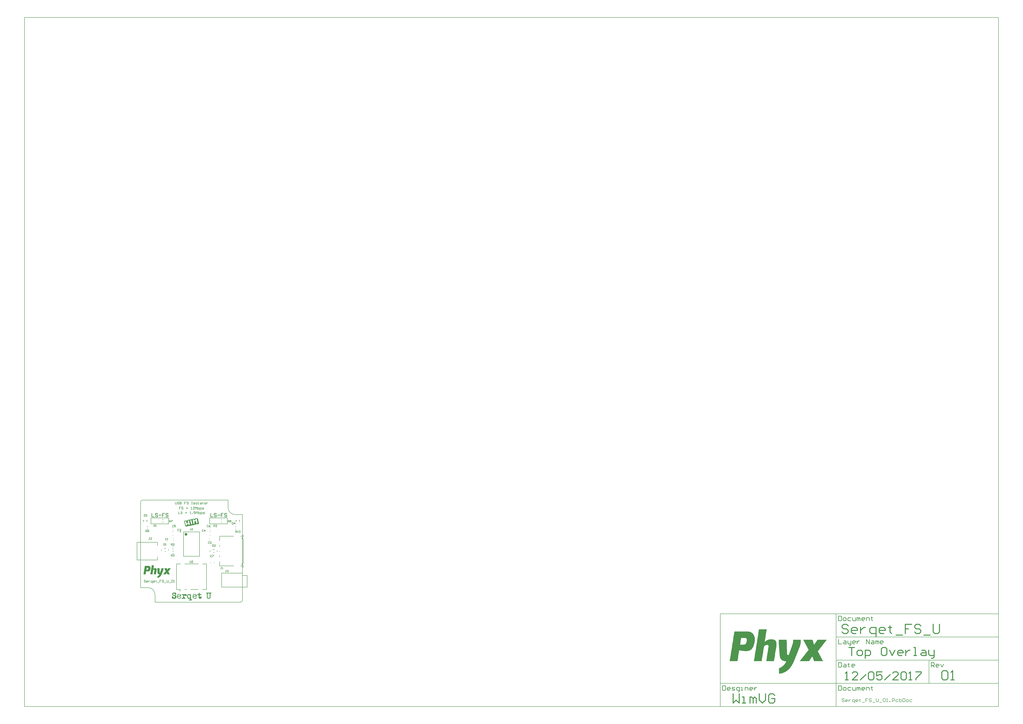
<source format=gto>
G04 Layer_Color=65535*
%FSLAX25Y25*%
%MOIN*%
G70*
G01*
G75*
%ADD10C,0.00787*%
%ADD21C,0.01575*%
%ADD22C,0.00591*%
%ADD23C,0.00984*%
%ADD35C,0.02362*%
G36*
X9850Y55065D02*
X10844Y55276D01*
X11054Y54288D01*
X11270Y53273D01*
X11484Y52264D01*
X11699Y51254D01*
X11914Y50240D01*
X12129Y49230D01*
X12342Y48226D01*
X12552Y47238D01*
X12765Y46240D01*
X11771Y46028D01*
X10767Y45815D01*
X9752Y45599D01*
X8743Y45385D01*
X8531Y46383D01*
X7516Y46168D01*
X7728Y45169D01*
X6719Y44954D01*
X5731Y44745D01*
X4716Y44529D01*
X3707Y44314D01*
X2697Y44100D01*
X1709Y43890D01*
X695Y43674D01*
X-315Y43459D01*
X-527Y44458D01*
X-548Y44454D01*
D01*
X-336Y43455D01*
X-1330Y43244D01*
X-2334Y43030D01*
X-3348Y42815D01*
X-4358Y42600D01*
X-4570Y43599D01*
X-5585Y43383D01*
X-5372Y42384D01*
X-6382Y42170D01*
X-7370Y41960D01*
X-8385Y41744D01*
X-9394Y41530D01*
X-9606Y42528D01*
X-10616Y42314D01*
X-10826Y43302D01*
X-11039Y44306D01*
X-11254Y45315D01*
X-11469Y46330D01*
X-11684Y47339D01*
X-11898Y48349D01*
X-12114Y49363D01*
X-12324Y50351D01*
X-12540Y51366D01*
X-11530Y51581D01*
X-10521Y51795D01*
X-9506Y52011D01*
X-8518Y52221D01*
X-8303Y51206D01*
X-7293Y51421D01*
X-7509Y52435D01*
X-6494Y52651D01*
X-5485Y52866D01*
X-4470Y53082D01*
X-3466Y53295D01*
X-3250Y52280D01*
X-3245Y52281D01*
X-3461Y53296D01*
X-2451Y53511D01*
X-1442Y53725D01*
X-427Y53941D01*
X561Y54151D01*
X1570Y54365D01*
X2580Y54580D01*
X3594Y54796D01*
X4583Y55006D01*
X4798Y53991D01*
X5807Y54205D01*
X5592Y55220D01*
X6607Y55436D01*
X7616Y55650D01*
X8631Y55866D01*
X9635Y56080D01*
X9850Y55065D01*
D02*
G37*
G36*
X-35142Y-29171D02*
X-35222D01*
Y-29252D01*
X-35303D01*
Y-29333D01*
Y-29414D01*
X-35384D01*
Y-29494D01*
X-35464D01*
Y-29575D01*
X-35545D01*
Y-29656D01*
Y-29736D01*
X-35626D01*
Y-29817D01*
X-35706D01*
Y-29898D01*
X-35787D01*
Y-29978D01*
X-35868D01*
Y-30059D01*
Y-30140D01*
X-35949D01*
Y-30220D01*
X-36029D01*
Y-30301D01*
X-36110D01*
Y-30382D01*
Y-30463D01*
X-36191D01*
Y-30543D01*
X-36271D01*
Y-30624D01*
X-36352D01*
Y-30705D01*
X-36433D01*
Y-30785D01*
Y-30866D01*
X-36513D01*
Y-30947D01*
X-36594D01*
Y-31027D01*
X-36675D01*
Y-31108D01*
Y-31189D01*
X-36755D01*
Y-31269D01*
X-36836D01*
Y-31350D01*
X-36917D01*
Y-31431D01*
Y-31511D01*
X-36997D01*
Y-31592D01*
X-37078D01*
Y-31673D01*
X-37159D01*
Y-31754D01*
X-37240D01*
Y-31834D01*
Y-31915D01*
X-37320D01*
Y-31996D01*
X-37401D01*
Y-32076D01*
X-37482D01*
Y-32157D01*
Y-32238D01*
X-37562D01*
Y-32318D01*
X-37643D01*
Y-32399D01*
X-37724D01*
Y-32480D01*
Y-32560D01*
X-37804D01*
Y-32641D01*
X-37885D01*
Y-32722D01*
X-37966D01*
Y-32802D01*
X-38046D01*
Y-32883D01*
Y-32964D01*
X-38127D01*
Y-33044D01*
X-38208D01*
Y-33125D01*
X-38289D01*
Y-33206D01*
Y-33286D01*
X-38369D01*
Y-33367D01*
X-38450D01*
Y-33448D01*
X-38530D01*
Y-33529D01*
Y-33609D01*
X-38611D01*
Y-33690D01*
X-38692D01*
Y-33771D01*
X-38773D01*
Y-33851D01*
X-38853D01*
Y-33932D01*
Y-34013D01*
X-38934D01*
Y-34093D01*
X-39015D01*
Y-34174D01*
X-39095D01*
Y-34255D01*
Y-34336D01*
X-39176D01*
Y-34416D01*
X-39257D01*
Y-34497D01*
X-39337D01*
Y-34578D01*
X-39418D01*
Y-34658D01*
Y-34739D01*
X-39337D01*
Y-34820D01*
Y-34900D01*
X-39257D01*
Y-34981D01*
Y-35062D01*
X-39176D01*
Y-35142D01*
X-39095D01*
Y-35223D01*
Y-35304D01*
X-39015D01*
Y-35384D01*
Y-35465D01*
X-38934D01*
Y-35546D01*
Y-35627D01*
X-38853D01*
Y-35707D01*
Y-35788D01*
X-38773D01*
Y-35868D01*
Y-35949D01*
X-38692D01*
Y-36030D01*
Y-36111D01*
X-38611D01*
Y-36191D01*
Y-36272D01*
X-38530D01*
Y-36353D01*
Y-36433D01*
X-38450D01*
Y-36514D01*
X-38369D01*
Y-36595D01*
Y-36675D01*
X-38289D01*
Y-36756D01*
Y-36837D01*
X-38208D01*
Y-36917D01*
Y-36998D01*
X-38127D01*
Y-37079D01*
Y-37159D01*
X-38046D01*
Y-37240D01*
Y-37321D01*
X-37966D01*
Y-37402D01*
Y-37482D01*
X-37885D01*
Y-37563D01*
Y-37644D01*
X-37804D01*
Y-37724D01*
X-37724D01*
Y-37805D01*
Y-37886D01*
X-37643D01*
Y-37966D01*
Y-38047D01*
X-37562D01*
Y-38128D01*
Y-38208D01*
X-37482D01*
Y-38289D01*
Y-38370D01*
X-37401D01*
Y-38451D01*
Y-38531D01*
X-37320D01*
Y-38612D01*
Y-38693D01*
X-37240D01*
Y-38773D01*
Y-38854D01*
X-37159D01*
Y-38935D01*
X-37078D01*
Y-39015D01*
Y-39096D01*
X-36997D01*
Y-39177D01*
Y-39257D01*
X-36917D01*
Y-39338D01*
X-41193D01*
Y-39257D01*
X-41274D01*
Y-39177D01*
Y-39096D01*
Y-39015D01*
X-41355D01*
Y-38935D01*
Y-38854D01*
Y-38773D01*
X-41435D01*
Y-38693D01*
Y-38612D01*
X-41516D01*
Y-38531D01*
Y-38451D01*
Y-38370D01*
X-41597D01*
Y-38289D01*
Y-38208D01*
Y-38128D01*
X-41677D01*
Y-38047D01*
Y-37966D01*
X-41758D01*
Y-37886D01*
Y-37805D01*
Y-37724D01*
X-41839D01*
Y-37644D01*
Y-37563D01*
Y-37482D01*
X-41919D01*
Y-37402D01*
Y-37321D01*
Y-37240D01*
X-42000D01*
Y-37159D01*
X-42161D01*
Y-37240D01*
Y-37321D01*
X-42242D01*
Y-37402D01*
X-42323D01*
Y-37482D01*
Y-37563D01*
X-42404D01*
Y-37644D01*
X-42484D01*
Y-37724D01*
Y-37805D01*
X-42565D01*
Y-37886D01*
X-42645D01*
Y-37966D01*
Y-38047D01*
X-42726D01*
Y-38128D01*
X-42807D01*
Y-38208D01*
X-42888D01*
Y-38289D01*
Y-38370D01*
X-42968D01*
Y-38451D01*
X-43049D01*
Y-38531D01*
Y-38612D01*
X-43130D01*
Y-38693D01*
X-43210D01*
Y-38773D01*
Y-38854D01*
X-43291D01*
Y-38935D01*
X-43372D01*
Y-39015D01*
Y-39096D01*
X-43452D01*
Y-39177D01*
X-43533D01*
Y-39257D01*
Y-39338D01*
X-48052D01*
Y-39257D01*
X-47971D01*
Y-39177D01*
X-47890D01*
Y-39096D01*
X-47810D01*
Y-39015D01*
X-47729D01*
Y-38935D01*
Y-38854D01*
X-47648D01*
Y-38773D01*
X-47567D01*
Y-38693D01*
X-47487D01*
Y-38612D01*
X-47406D01*
Y-38531D01*
Y-38451D01*
X-47325D01*
Y-38370D01*
X-47245D01*
Y-38289D01*
X-47164D01*
Y-38208D01*
Y-38128D01*
X-47083D01*
Y-38047D01*
X-47003D01*
Y-37966D01*
X-46922D01*
Y-37886D01*
X-46841D01*
Y-37805D01*
Y-37724D01*
X-46761D01*
Y-37644D01*
X-46680D01*
Y-37563D01*
X-46599D01*
Y-37482D01*
X-46519D01*
Y-37402D01*
Y-37321D01*
X-46438D01*
Y-37240D01*
X-46357D01*
Y-37159D01*
X-46277D01*
Y-37079D01*
Y-36998D01*
X-46196D01*
Y-36917D01*
X-46115D01*
Y-36837D01*
X-46034D01*
Y-36756D01*
X-45954D01*
Y-36675D01*
Y-36595D01*
X-45873D01*
Y-36514D01*
X-45792D01*
Y-36433D01*
X-45712D01*
Y-36353D01*
Y-36272D01*
X-45631D01*
Y-36191D01*
X-45550D01*
Y-36111D01*
X-45470D01*
Y-36030D01*
X-45389D01*
Y-35949D01*
Y-35868D01*
X-45308D01*
Y-35788D01*
X-45228D01*
Y-35707D01*
X-45147D01*
Y-35627D01*
Y-35546D01*
X-45066D01*
Y-35465D01*
X-44985D01*
Y-35384D01*
X-44905D01*
Y-35304D01*
X-44824D01*
Y-35223D01*
Y-35142D01*
X-44743D01*
Y-35062D01*
X-44663D01*
Y-34981D01*
X-44582D01*
Y-34900D01*
X-44501D01*
Y-34820D01*
Y-34739D01*
X-44421D01*
Y-34658D01*
X-44340D01*
Y-34578D01*
X-44259D01*
Y-34497D01*
Y-34416D01*
X-44179D01*
Y-34336D01*
X-44098D01*
Y-34255D01*
X-44017D01*
Y-34174D01*
X-43937D01*
Y-34093D01*
Y-34013D01*
X-43856D01*
Y-33932D01*
Y-33851D01*
Y-33771D01*
X-43937D01*
Y-33690D01*
X-44017D01*
Y-33609D01*
Y-33529D01*
X-44098D01*
Y-33448D01*
Y-33367D01*
X-44179D01*
Y-33286D01*
Y-33206D01*
X-44259D01*
Y-33125D01*
Y-33044D01*
X-44340D01*
Y-32964D01*
Y-32883D01*
X-44421D01*
Y-32802D01*
Y-32722D01*
X-44501D01*
Y-32641D01*
X-44582D01*
Y-32560D01*
Y-32480D01*
X-44663D01*
Y-32399D01*
Y-32318D01*
X-44743D01*
Y-32238D01*
Y-32157D01*
X-44824D01*
Y-32076D01*
Y-31996D01*
X-44905D01*
Y-31915D01*
Y-31834D01*
X-44985D01*
Y-31754D01*
Y-31673D01*
X-45066D01*
Y-31592D01*
X-45147D01*
Y-31511D01*
Y-31431D01*
X-45228D01*
Y-31350D01*
Y-31269D01*
X-45308D01*
Y-31189D01*
Y-31108D01*
X-45389D01*
Y-31027D01*
Y-30947D01*
X-45470D01*
Y-30866D01*
Y-30785D01*
X-45550D01*
Y-30705D01*
Y-30624D01*
X-45631D01*
Y-30543D01*
Y-30463D01*
X-45712D01*
Y-30382D01*
X-45792D01*
Y-30301D01*
Y-30220D01*
X-45873D01*
Y-30140D01*
Y-30059D01*
X-45954D01*
Y-29978D01*
Y-29898D01*
X-46034D01*
Y-29817D01*
Y-29736D01*
X-46115D01*
Y-29656D01*
Y-29575D01*
X-46196D01*
Y-29494D01*
Y-29414D01*
X-46277D01*
Y-29333D01*
X-46357D01*
Y-29252D01*
Y-29171D01*
X-46438D01*
Y-29091D01*
X-42000D01*
Y-29171D01*
X-41919D01*
Y-29252D01*
Y-29333D01*
Y-29414D01*
X-41839D01*
Y-29494D01*
Y-29575D01*
Y-29656D01*
X-41758D01*
Y-29736D01*
Y-29817D01*
Y-29898D01*
X-41677D01*
Y-29978D01*
Y-30059D01*
Y-30140D01*
X-41597D01*
Y-30220D01*
Y-30301D01*
Y-30382D01*
X-41516D01*
Y-30463D01*
Y-30543D01*
Y-30624D01*
X-41435D01*
Y-30705D01*
Y-30785D01*
Y-30866D01*
X-41355D01*
Y-30947D01*
Y-31027D01*
Y-31108D01*
X-41274D01*
Y-31189D01*
Y-31269D01*
Y-31350D01*
Y-31431D01*
X-41113D01*
Y-31350D01*
X-41032D01*
Y-31269D01*
X-40951D01*
Y-31189D01*
Y-31108D01*
X-40870D01*
Y-31027D01*
X-40790D01*
Y-30947D01*
Y-30866D01*
X-40709D01*
Y-30785D01*
X-40628D01*
Y-30705D01*
Y-30624D01*
X-40548D01*
Y-30543D01*
X-40467D01*
Y-30463D01*
Y-30382D01*
X-40386D01*
Y-30301D01*
X-40306D01*
Y-30220D01*
Y-30140D01*
X-40225D01*
Y-30059D01*
X-40144D01*
Y-29978D01*
Y-29898D01*
X-40064D01*
Y-29817D01*
X-39983D01*
Y-29736D01*
Y-29656D01*
X-39902D01*
Y-29575D01*
X-39821D01*
Y-29494D01*
Y-29414D01*
X-39741D01*
Y-29333D01*
X-39660D01*
Y-29252D01*
Y-29171D01*
X-39579D01*
Y-29091D01*
X-35142D01*
Y-29171D01*
D02*
G37*
G36*
X-72661Y-25218D02*
X-72177D01*
Y-25299D01*
X-71935D01*
Y-25379D01*
X-71693D01*
Y-25460D01*
X-71451D01*
Y-25541D01*
X-71289D01*
Y-25621D01*
X-71209D01*
Y-25702D01*
X-71048D01*
Y-25783D01*
X-70967D01*
Y-25863D01*
X-70805D01*
Y-25944D01*
X-70725D01*
Y-26025D01*
X-70644D01*
Y-26105D01*
X-70563D01*
Y-26186D01*
X-70483D01*
Y-26267D01*
X-70402D01*
Y-26347D01*
X-70321D01*
Y-26428D01*
Y-26509D01*
X-70241D01*
Y-26590D01*
X-70160D01*
Y-26670D01*
Y-26751D01*
X-70079D01*
Y-26831D01*
X-69999D01*
Y-26912D01*
Y-26993D01*
X-69918D01*
Y-27074D01*
Y-27154D01*
Y-27235D01*
X-69837D01*
Y-27316D01*
Y-27396D01*
Y-27477D01*
X-69756D01*
Y-27558D01*
Y-27638D01*
Y-27719D01*
Y-27800D01*
X-69676D01*
Y-27880D01*
Y-27961D01*
Y-28042D01*
Y-28123D01*
Y-28203D01*
X-69595D01*
Y-28284D01*
Y-28365D01*
Y-28445D01*
Y-28526D01*
Y-28607D01*
Y-28687D01*
Y-28768D01*
Y-28849D01*
Y-28929D01*
Y-29010D01*
Y-29091D01*
Y-29171D01*
Y-29252D01*
Y-29333D01*
Y-29414D01*
Y-29494D01*
Y-29575D01*
Y-29656D01*
Y-29736D01*
Y-29817D01*
X-69676D01*
Y-29898D01*
Y-29978D01*
Y-30059D01*
Y-30140D01*
Y-30220D01*
Y-30301D01*
Y-30382D01*
X-69756D01*
Y-30463D01*
Y-30543D01*
Y-30624D01*
Y-30705D01*
Y-30785D01*
X-69837D01*
Y-30866D01*
Y-30947D01*
Y-31027D01*
Y-31108D01*
Y-31189D01*
X-69918D01*
Y-31269D01*
Y-31350D01*
Y-31431D01*
X-69999D01*
Y-31511D01*
Y-31592D01*
Y-31673D01*
Y-31754D01*
X-70079D01*
Y-31834D01*
Y-31915D01*
Y-31996D01*
X-70160D01*
Y-32076D01*
Y-32157D01*
X-70241D01*
Y-32238D01*
Y-32318D01*
Y-32399D01*
X-70321D01*
Y-32480D01*
Y-32560D01*
X-70402D01*
Y-32641D01*
Y-32722D01*
X-70483D01*
Y-32802D01*
Y-32883D01*
X-70563D01*
Y-32964D01*
X-70644D01*
Y-33044D01*
Y-33125D01*
X-70725D01*
Y-33206D01*
X-70805D01*
Y-33286D01*
X-70886D01*
Y-33367D01*
Y-33448D01*
X-70967D01*
Y-33529D01*
X-71048D01*
Y-33609D01*
X-71128D01*
Y-33690D01*
X-71209D01*
Y-33771D01*
X-71289D01*
Y-33851D01*
X-71451D01*
Y-33932D01*
X-71532D01*
Y-34013D01*
X-71693D01*
Y-34093D01*
X-71774D01*
Y-34174D01*
X-71935D01*
Y-34255D01*
X-72177D01*
Y-34336D01*
X-72419D01*
Y-34416D01*
X-72661D01*
Y-34497D01*
X-73145D01*
Y-34578D01*
X-74598D01*
Y-34497D01*
X-75324D01*
Y-34416D01*
X-75889D01*
Y-34336D01*
X-76292D01*
Y-34255D01*
X-76696D01*
Y-34174D01*
X-77099D01*
Y-34255D01*
Y-34336D01*
Y-34416D01*
Y-34497D01*
Y-34578D01*
Y-34658D01*
Y-34739D01*
X-77180D01*
Y-34820D01*
Y-34900D01*
Y-34981D01*
Y-35062D01*
Y-35142D01*
Y-35223D01*
X-77260D01*
Y-35304D01*
Y-35384D01*
Y-35465D01*
Y-35546D01*
Y-35627D01*
Y-35707D01*
X-77341D01*
Y-35788D01*
Y-35868D01*
Y-35949D01*
Y-36030D01*
Y-36111D01*
Y-36191D01*
Y-36272D01*
X-77422D01*
Y-36353D01*
Y-36433D01*
Y-36514D01*
Y-36595D01*
Y-36675D01*
Y-36756D01*
X-77503D01*
Y-36837D01*
Y-36917D01*
Y-36998D01*
Y-37079D01*
Y-37159D01*
Y-37240D01*
X-77583D01*
Y-37321D01*
Y-37402D01*
Y-37482D01*
Y-37563D01*
Y-37644D01*
Y-37724D01*
Y-37805D01*
X-77664D01*
Y-37886D01*
Y-37966D01*
Y-38047D01*
Y-38128D01*
Y-38208D01*
Y-38289D01*
X-77745D01*
Y-38370D01*
Y-38451D01*
Y-38531D01*
Y-38612D01*
Y-38693D01*
Y-38773D01*
X-77825D01*
Y-38854D01*
Y-38935D01*
Y-39015D01*
Y-39096D01*
Y-39177D01*
Y-39257D01*
Y-39338D01*
X-81617D01*
Y-39257D01*
X-81537D01*
Y-39177D01*
Y-39096D01*
Y-39015D01*
Y-38935D01*
Y-38854D01*
X-81456D01*
Y-38773D01*
Y-38693D01*
Y-38612D01*
Y-38531D01*
Y-38451D01*
Y-38370D01*
Y-38289D01*
X-81375D01*
Y-38208D01*
Y-38128D01*
Y-38047D01*
Y-37966D01*
Y-37886D01*
Y-37805D01*
X-81295D01*
Y-37724D01*
Y-37644D01*
Y-37563D01*
Y-37482D01*
Y-37402D01*
Y-37321D01*
X-81214D01*
Y-37240D01*
Y-37159D01*
Y-37079D01*
Y-36998D01*
Y-36917D01*
Y-36837D01*
Y-36756D01*
X-81133D01*
Y-36675D01*
Y-36595D01*
Y-36514D01*
Y-36433D01*
Y-36353D01*
Y-36272D01*
X-81053D01*
Y-36191D01*
Y-36111D01*
Y-36030D01*
Y-35949D01*
Y-35868D01*
Y-35788D01*
X-80972D01*
Y-35707D01*
Y-35627D01*
Y-35546D01*
Y-35465D01*
Y-35384D01*
Y-35304D01*
X-80891D01*
Y-35223D01*
Y-35142D01*
Y-35062D01*
Y-34981D01*
Y-34900D01*
Y-34820D01*
Y-34739D01*
X-80811D01*
Y-34658D01*
Y-34578D01*
Y-34497D01*
Y-34416D01*
Y-34336D01*
Y-34255D01*
X-80730D01*
Y-34174D01*
Y-34093D01*
Y-34013D01*
Y-33932D01*
Y-33851D01*
Y-33771D01*
X-80649D01*
Y-33690D01*
Y-33609D01*
Y-33529D01*
Y-33448D01*
Y-33367D01*
Y-33286D01*
X-80569D01*
Y-33206D01*
Y-33125D01*
Y-33044D01*
Y-32964D01*
Y-32883D01*
Y-32802D01*
Y-32722D01*
X-80488D01*
Y-32641D01*
Y-32560D01*
Y-32480D01*
Y-32399D01*
Y-32318D01*
Y-32238D01*
X-80407D01*
Y-32157D01*
Y-32076D01*
Y-31996D01*
Y-31915D01*
Y-31834D01*
Y-31754D01*
X-80326D01*
Y-31673D01*
Y-31592D01*
Y-31511D01*
Y-31431D01*
Y-31350D01*
Y-31269D01*
Y-31189D01*
X-80246D01*
Y-31108D01*
Y-31027D01*
Y-30947D01*
Y-30866D01*
Y-30785D01*
Y-30705D01*
X-80165D01*
Y-30624D01*
Y-30543D01*
Y-30463D01*
Y-30382D01*
Y-30301D01*
Y-30220D01*
X-80084D01*
Y-30140D01*
Y-30059D01*
Y-29978D01*
Y-29898D01*
Y-29817D01*
Y-29736D01*
X-80004D01*
Y-29656D01*
Y-29575D01*
Y-29494D01*
Y-29414D01*
Y-29333D01*
Y-29252D01*
Y-29171D01*
X-79923D01*
Y-29091D01*
Y-29010D01*
Y-28929D01*
Y-28849D01*
Y-28768D01*
Y-28687D01*
X-79842D01*
Y-28607D01*
Y-28526D01*
Y-28445D01*
Y-28365D01*
Y-28284D01*
Y-28203D01*
X-79762D01*
Y-28123D01*
Y-28042D01*
Y-27961D01*
Y-27880D01*
Y-27800D01*
Y-27719D01*
Y-27638D01*
X-79681D01*
Y-27558D01*
Y-27477D01*
Y-27396D01*
Y-27316D01*
Y-27235D01*
Y-27154D01*
X-79600D01*
Y-27074D01*
Y-26993D01*
Y-26912D01*
Y-26831D01*
Y-26751D01*
Y-26670D01*
X-79520D01*
Y-26590D01*
Y-26509D01*
Y-26428D01*
Y-26347D01*
Y-26267D01*
Y-26186D01*
Y-26105D01*
X-79439D01*
Y-26025D01*
Y-25944D01*
Y-25863D01*
Y-25783D01*
Y-25702D01*
Y-25621D01*
X-79358D01*
Y-25541D01*
Y-25460D01*
Y-25379D01*
Y-25299D01*
Y-25218D01*
Y-25137D01*
X-72661D01*
Y-25218D01*
D02*
G37*
G36*
X-47567Y-29171D02*
Y-29252D01*
Y-29333D01*
Y-29414D01*
Y-29494D01*
Y-29575D01*
Y-29656D01*
Y-29736D01*
Y-29817D01*
Y-29898D01*
Y-29978D01*
Y-30059D01*
Y-30140D01*
Y-30220D01*
Y-30301D01*
Y-30382D01*
Y-30463D01*
Y-30543D01*
Y-30624D01*
Y-30705D01*
Y-30785D01*
X-47648D01*
Y-30866D01*
Y-30947D01*
Y-31027D01*
Y-31108D01*
Y-31189D01*
X-47729D01*
Y-31269D01*
Y-31350D01*
Y-31431D01*
Y-31511D01*
X-47810D01*
Y-31592D01*
Y-31673D01*
Y-31754D01*
Y-31834D01*
X-47890D01*
Y-31915D01*
Y-31996D01*
Y-32076D01*
X-47971D01*
Y-32157D01*
Y-32238D01*
Y-32318D01*
X-48052D01*
Y-32399D01*
Y-32480D01*
Y-32560D01*
X-48132D01*
Y-32641D01*
Y-32722D01*
Y-32802D01*
X-48213D01*
Y-32883D01*
Y-32964D01*
X-48294D01*
Y-33044D01*
Y-33125D01*
X-48374D01*
Y-33206D01*
Y-33286D01*
Y-33367D01*
X-48455D01*
Y-33448D01*
Y-33529D01*
X-48536D01*
Y-33609D01*
Y-33690D01*
Y-33771D01*
X-48616D01*
Y-33851D01*
Y-33932D01*
X-48697D01*
Y-34013D01*
Y-34093D01*
Y-34174D01*
X-48778D01*
Y-34255D01*
Y-34336D01*
X-48858D01*
Y-34416D01*
Y-34497D01*
Y-34578D01*
X-48939D01*
Y-34658D01*
Y-34739D01*
X-49020D01*
Y-34820D01*
Y-34900D01*
Y-34981D01*
X-49101D01*
Y-35062D01*
Y-35142D01*
X-49181D01*
Y-35223D01*
Y-35304D01*
Y-35384D01*
X-49262D01*
Y-35465D01*
Y-35546D01*
X-49343D01*
Y-35627D01*
Y-35707D01*
Y-35788D01*
X-49423D01*
Y-35868D01*
Y-35949D01*
X-49504D01*
Y-36030D01*
Y-36111D01*
Y-36191D01*
X-49585D01*
Y-36272D01*
Y-36353D01*
X-49665D01*
Y-36433D01*
Y-36514D01*
Y-36595D01*
X-49746D01*
Y-36675D01*
Y-36756D01*
X-49827D01*
Y-36837D01*
Y-36917D01*
Y-36998D01*
X-49907D01*
Y-37079D01*
Y-37159D01*
X-49988D01*
Y-37240D01*
Y-37321D01*
Y-37402D01*
X-50069D01*
Y-37482D01*
Y-37563D01*
X-50150D01*
Y-37644D01*
Y-37724D01*
Y-37805D01*
X-50230D01*
Y-37886D01*
Y-37966D01*
X-50311D01*
Y-38047D01*
Y-38128D01*
Y-38208D01*
X-50392D01*
Y-38289D01*
Y-38370D01*
X-50472D01*
Y-38451D01*
Y-38531D01*
Y-38612D01*
X-50553D01*
Y-38693D01*
Y-38773D01*
X-50634D01*
Y-38854D01*
Y-38935D01*
Y-39015D01*
X-50714D01*
Y-39096D01*
Y-39177D01*
X-50795D01*
Y-39257D01*
Y-39338D01*
Y-39419D01*
X-50876D01*
Y-39500D01*
Y-39580D01*
X-50956D01*
Y-39661D01*
Y-39742D01*
X-51037D01*
Y-39822D01*
Y-39903D01*
X-51118D01*
Y-39984D01*
Y-40064D01*
Y-40145D01*
X-51198D01*
Y-40226D01*
X-51279D01*
Y-40306D01*
Y-40387D01*
Y-40468D01*
X-51360D01*
Y-40548D01*
X-51441D01*
Y-40629D01*
Y-40710D01*
X-51521D01*
Y-40790D01*
Y-40871D01*
X-51602D01*
Y-40952D01*
Y-41032D01*
X-51683D01*
Y-41113D01*
Y-41194D01*
X-51763D01*
Y-41275D01*
X-51844D01*
Y-41355D01*
Y-41436D01*
X-51925D01*
Y-41517D01*
Y-41597D01*
X-52005D01*
Y-41678D01*
X-52086D01*
Y-41759D01*
X-52167D01*
Y-41839D01*
Y-41920D01*
X-52247D01*
Y-42001D01*
X-52328D01*
Y-42081D01*
Y-42162D01*
X-52409D01*
Y-42243D01*
X-52489D01*
Y-42323D01*
X-52570D01*
Y-42404D01*
Y-42485D01*
X-52651D01*
Y-42566D01*
X-52732D01*
Y-42646D01*
X-52812D01*
Y-42727D01*
X-52893D01*
Y-42808D01*
X-52974D01*
Y-42888D01*
Y-42969D01*
X-53054D01*
Y-43050D01*
X-53135D01*
Y-43130D01*
X-53216D01*
Y-43211D01*
X-53296D01*
Y-43292D01*
X-53377D01*
Y-43372D01*
X-53458D01*
Y-43453D01*
X-53538D01*
Y-43534D01*
X-53700D01*
Y-43615D01*
X-53780D01*
Y-43695D01*
X-53861D01*
Y-43776D01*
X-53942D01*
Y-43857D01*
X-54023D01*
Y-43937D01*
X-54184D01*
Y-44018D01*
X-54264D01*
Y-44099D01*
X-54426D01*
Y-44179D01*
X-54507D01*
Y-44260D01*
X-54668D01*
Y-44341D01*
X-54749D01*
Y-44421D01*
X-54910D01*
Y-44502D01*
X-55071D01*
Y-44583D01*
X-55233D01*
Y-44663D01*
X-55394D01*
Y-44744D01*
X-55555D01*
Y-44825D01*
X-55798D01*
Y-44905D01*
X-55959D01*
Y-44986D01*
X-56201D01*
Y-45067D01*
X-56524D01*
Y-45148D01*
X-56846D01*
Y-45228D01*
X-57331D01*
Y-45309D01*
X-57895D01*
Y-45390D01*
X-57976D01*
Y-45309D01*
Y-45228D01*
Y-45148D01*
Y-45067D01*
Y-44986D01*
Y-44905D01*
Y-44825D01*
Y-44744D01*
Y-44663D01*
Y-44583D01*
Y-44502D01*
Y-44421D01*
Y-44341D01*
Y-44260D01*
Y-44179D01*
Y-44099D01*
Y-44018D01*
Y-43937D01*
Y-43857D01*
Y-43776D01*
Y-43695D01*
Y-43615D01*
Y-43534D01*
Y-43453D01*
Y-43372D01*
Y-43292D01*
Y-43211D01*
Y-43130D01*
Y-43050D01*
Y-42969D01*
Y-42888D01*
Y-42808D01*
Y-42727D01*
X-57815D01*
Y-42646D01*
X-57653D01*
Y-42566D01*
X-57492D01*
Y-42485D01*
X-57331D01*
Y-42404D01*
X-57169D01*
Y-42323D01*
X-57008D01*
Y-42243D01*
X-56927D01*
Y-42162D01*
X-56766D01*
Y-42081D01*
X-56685D01*
Y-42001D01*
X-56524D01*
Y-41920D01*
X-56443D01*
Y-41839D01*
X-56362D01*
Y-41759D01*
X-56201D01*
Y-41678D01*
X-56120D01*
Y-41597D01*
X-56040D01*
Y-41517D01*
X-55959D01*
Y-41436D01*
X-55878D01*
Y-41355D01*
X-55798D01*
Y-41275D01*
X-55717D01*
Y-41194D01*
X-55636D01*
Y-41113D01*
X-55555D01*
Y-41032D01*
X-55475D01*
Y-40952D01*
X-55394D01*
Y-40871D01*
X-55313D01*
Y-40790D01*
Y-40710D01*
X-55233D01*
Y-40629D01*
X-55152D01*
Y-40548D01*
X-55071D01*
Y-40468D01*
Y-40387D01*
X-54991D01*
Y-40306D01*
X-54910D01*
Y-40226D01*
Y-40145D01*
X-54829D01*
Y-40064D01*
Y-39984D01*
X-54749D01*
Y-39903D01*
X-54668D01*
Y-39822D01*
Y-39742D01*
X-54587D01*
Y-39661D01*
Y-39580D01*
X-54507D01*
Y-39500D01*
Y-39419D01*
X-54991D01*
Y-39338D01*
X-55555D01*
Y-39257D01*
X-55878D01*
Y-39177D01*
X-56040D01*
Y-39096D01*
X-56282D01*
Y-39015D01*
X-56443D01*
Y-38935D01*
X-56524D01*
Y-38854D01*
X-56685D01*
Y-38773D01*
X-56766D01*
Y-38693D01*
X-56846D01*
Y-38612D01*
X-56927D01*
Y-38531D01*
X-57008D01*
Y-38451D01*
X-57089D01*
Y-38370D01*
Y-38289D01*
X-57169D01*
Y-38208D01*
X-57250D01*
Y-38128D01*
Y-38047D01*
X-57331D01*
Y-37966D01*
Y-37886D01*
X-57411D01*
Y-37805D01*
Y-37724D01*
X-57492D01*
Y-37644D01*
Y-37563D01*
Y-37482D01*
X-57573D01*
Y-37402D01*
Y-37321D01*
Y-37240D01*
Y-37159D01*
X-57653D01*
Y-37079D01*
Y-36998D01*
Y-36917D01*
Y-36837D01*
Y-36756D01*
Y-36675D01*
Y-36595D01*
X-57734D01*
Y-36514D01*
Y-36433D01*
Y-36353D01*
Y-36272D01*
Y-36191D01*
Y-36111D01*
Y-36030D01*
Y-35949D01*
Y-35868D01*
Y-35788D01*
Y-35707D01*
Y-35627D01*
Y-35546D01*
Y-35465D01*
Y-35384D01*
X-57815D01*
Y-35304D01*
Y-35223D01*
Y-35142D01*
Y-35062D01*
Y-34981D01*
Y-34900D01*
Y-34820D01*
Y-34739D01*
Y-34658D01*
Y-34578D01*
Y-34497D01*
Y-34416D01*
Y-34336D01*
Y-34255D01*
Y-34174D01*
X-57895D01*
Y-34093D01*
Y-34013D01*
Y-33932D01*
Y-33851D01*
Y-33771D01*
Y-33690D01*
Y-33609D01*
Y-33529D01*
Y-33448D01*
Y-33367D01*
Y-33286D01*
Y-33206D01*
Y-33125D01*
Y-33044D01*
Y-32964D01*
Y-32883D01*
X-57976D01*
Y-32802D01*
Y-32722D01*
Y-32641D01*
Y-32560D01*
Y-32480D01*
Y-32399D01*
Y-32318D01*
Y-32238D01*
Y-32157D01*
Y-32076D01*
Y-31996D01*
Y-31915D01*
Y-31834D01*
Y-31754D01*
Y-31673D01*
Y-31592D01*
X-58057D01*
Y-31511D01*
Y-31431D01*
Y-31350D01*
Y-31269D01*
Y-31189D01*
Y-31108D01*
Y-31027D01*
Y-30947D01*
Y-30866D01*
Y-30785D01*
Y-30705D01*
Y-30624D01*
Y-30543D01*
Y-30463D01*
X-58138D01*
Y-30382D01*
Y-30301D01*
Y-30220D01*
Y-30140D01*
Y-30059D01*
Y-29978D01*
Y-29898D01*
Y-29817D01*
Y-29736D01*
Y-29656D01*
Y-29575D01*
Y-29494D01*
Y-29414D01*
Y-29333D01*
Y-29252D01*
Y-29171D01*
X-58218D01*
Y-29091D01*
X-54345D01*
Y-29171D01*
Y-29252D01*
Y-29333D01*
Y-29414D01*
Y-29494D01*
Y-29575D01*
Y-29656D01*
Y-29736D01*
Y-29817D01*
Y-29898D01*
Y-29978D01*
Y-30059D01*
Y-30140D01*
Y-30220D01*
X-54264D01*
Y-30301D01*
Y-30382D01*
Y-30463D01*
Y-30543D01*
Y-30624D01*
Y-30705D01*
Y-30785D01*
Y-30866D01*
Y-30947D01*
Y-31027D01*
Y-31108D01*
Y-31189D01*
Y-31269D01*
Y-31350D01*
Y-31431D01*
Y-31511D01*
Y-31592D01*
Y-31673D01*
Y-31754D01*
Y-31834D01*
Y-31915D01*
Y-31996D01*
Y-32076D01*
Y-32157D01*
Y-32238D01*
Y-32318D01*
Y-32399D01*
Y-32480D01*
Y-32560D01*
Y-32641D01*
Y-32722D01*
Y-32802D01*
Y-32883D01*
Y-32964D01*
Y-33044D01*
Y-33125D01*
Y-33206D01*
Y-33286D01*
Y-33367D01*
Y-33448D01*
Y-33529D01*
X-54184D01*
Y-33609D01*
X-54264D01*
Y-33690D01*
Y-33771D01*
X-54184D01*
Y-33851D01*
Y-33932D01*
Y-34013D01*
Y-34093D01*
Y-34174D01*
Y-34255D01*
Y-34336D01*
Y-34416D01*
Y-34497D01*
Y-34578D01*
Y-34658D01*
Y-34739D01*
Y-34820D01*
Y-34900D01*
Y-34981D01*
Y-35062D01*
Y-35142D01*
Y-35223D01*
Y-35304D01*
Y-35384D01*
Y-35465D01*
Y-35546D01*
Y-35627D01*
Y-35707D01*
Y-35788D01*
Y-35868D01*
X-54103D01*
Y-35949D01*
Y-36030D01*
Y-36111D01*
X-54023D01*
Y-36191D01*
X-53942D01*
Y-36272D01*
X-53861D01*
Y-36353D01*
X-53619D01*
Y-36433D01*
X-53377D01*
Y-36353D01*
X-53296D01*
Y-36272D01*
Y-36191D01*
Y-36111D01*
X-53216D01*
Y-36030D01*
Y-35949D01*
X-53135D01*
Y-35868D01*
Y-35788D01*
Y-35707D01*
X-53054D01*
Y-35627D01*
Y-35546D01*
Y-35465D01*
X-52974D01*
Y-35384D01*
Y-35304D01*
Y-35223D01*
X-52893D01*
Y-35142D01*
Y-35062D01*
Y-34981D01*
X-52812D01*
Y-34900D01*
Y-34820D01*
X-52732D01*
Y-34739D01*
Y-34658D01*
Y-34578D01*
X-52651D01*
Y-34497D01*
Y-34416D01*
Y-34336D01*
X-52570D01*
Y-34255D01*
Y-34174D01*
Y-34093D01*
X-52489D01*
Y-34013D01*
Y-33932D01*
X-52409D01*
Y-33851D01*
Y-33771D01*
Y-33690D01*
X-52328D01*
Y-33609D01*
Y-33529D01*
Y-33448D01*
X-52247D01*
Y-33367D01*
Y-33286D01*
Y-33206D01*
X-52167D01*
Y-33125D01*
Y-33044D01*
X-52086D01*
Y-32964D01*
Y-32883D01*
Y-32802D01*
X-52005D01*
Y-32722D01*
Y-32641D01*
Y-32560D01*
X-51925D01*
Y-32480D01*
Y-32399D01*
Y-32318D01*
X-51844D01*
Y-32238D01*
Y-32157D01*
X-51763D01*
Y-32076D01*
Y-31996D01*
Y-31915D01*
X-51683D01*
Y-31834D01*
Y-31754D01*
Y-31673D01*
X-51602D01*
Y-31592D01*
Y-31511D01*
Y-31431D01*
X-51521D01*
Y-31350D01*
Y-31269D01*
Y-31189D01*
Y-31108D01*
X-51441D01*
Y-31027D01*
Y-30947D01*
Y-30866D01*
Y-30785D01*
X-51360D01*
Y-30705D01*
Y-30624D01*
Y-30543D01*
Y-30463D01*
Y-30382D01*
X-51279D01*
Y-30301D01*
Y-30220D01*
Y-30140D01*
Y-30059D01*
Y-29978D01*
Y-29898D01*
X-51198D01*
Y-29817D01*
Y-29736D01*
Y-29656D01*
Y-29575D01*
Y-29494D01*
Y-29414D01*
Y-29333D01*
Y-29252D01*
Y-29171D01*
Y-29091D01*
X-47567D01*
Y-29171D01*
D02*
G37*
G36*
X-63866Y-24250D02*
Y-24330D01*
X-63947D01*
Y-24411D01*
Y-24492D01*
Y-24572D01*
Y-24653D01*
Y-24734D01*
Y-24814D01*
X-64028D01*
Y-24895D01*
Y-24976D01*
Y-25056D01*
Y-25137D01*
Y-25218D01*
Y-25299D01*
X-64108D01*
Y-25379D01*
Y-25460D01*
Y-25541D01*
Y-25621D01*
Y-25702D01*
Y-25783D01*
Y-25863D01*
X-64189D01*
Y-25944D01*
Y-26025D01*
Y-26105D01*
Y-26186D01*
Y-26267D01*
Y-26347D01*
X-64270D01*
Y-26428D01*
Y-26509D01*
Y-26590D01*
Y-26670D01*
Y-26751D01*
Y-26831D01*
X-64350D01*
Y-26912D01*
Y-26993D01*
Y-27074D01*
Y-27154D01*
Y-27235D01*
Y-27316D01*
Y-27396D01*
X-64431D01*
Y-27477D01*
Y-27558D01*
Y-27638D01*
Y-27719D01*
Y-27800D01*
Y-27880D01*
X-64512D01*
Y-27961D01*
Y-28042D01*
Y-28123D01*
Y-28203D01*
Y-28284D01*
Y-28365D01*
X-64592D01*
Y-28445D01*
Y-28526D01*
Y-28607D01*
Y-28687D01*
Y-28768D01*
Y-28849D01*
X-64673D01*
Y-28929D01*
Y-29010D01*
Y-29091D01*
Y-29171D01*
Y-29252D01*
Y-29333D01*
Y-29414D01*
X-64754D01*
Y-29494D01*
Y-29575D01*
Y-29656D01*
Y-29736D01*
Y-29817D01*
Y-29898D01*
X-64835D01*
Y-29978D01*
Y-30059D01*
X-64673D01*
Y-29978D01*
X-64592D01*
Y-29898D01*
X-64512D01*
Y-29817D01*
X-64350D01*
Y-29736D01*
X-64270D01*
Y-29656D01*
X-64189D01*
Y-29575D01*
X-64028D01*
Y-29494D01*
X-63866D01*
Y-29414D01*
X-63786D01*
Y-29333D01*
X-63624D01*
Y-29252D01*
X-63382D01*
Y-29171D01*
X-63221D01*
Y-29091D01*
X-62979D01*
Y-29010D01*
X-62575D01*
Y-28929D01*
X-60800D01*
Y-29010D01*
X-60477D01*
Y-29091D01*
X-60235D01*
Y-29171D01*
X-60074D01*
Y-29252D01*
X-59993D01*
Y-29333D01*
X-59832D01*
Y-29414D01*
X-59751D01*
Y-29494D01*
X-59671D01*
Y-29575D01*
X-59590D01*
Y-29656D01*
X-59509D01*
Y-29736D01*
Y-29817D01*
X-59429D01*
Y-29898D01*
Y-29978D01*
X-59348D01*
Y-30059D01*
Y-30140D01*
Y-30220D01*
X-59267D01*
Y-30301D01*
Y-30382D01*
Y-30463D01*
Y-30543D01*
X-59187D01*
Y-30624D01*
Y-30705D01*
Y-30785D01*
Y-30866D01*
Y-30947D01*
Y-31027D01*
Y-31108D01*
Y-31189D01*
Y-31269D01*
Y-31350D01*
Y-31431D01*
Y-31511D01*
Y-31592D01*
Y-31673D01*
Y-31754D01*
Y-31834D01*
Y-31915D01*
Y-31996D01*
X-59267D01*
Y-32076D01*
Y-32157D01*
Y-32238D01*
Y-32318D01*
Y-32399D01*
Y-32480D01*
Y-32560D01*
X-59348D01*
Y-32641D01*
Y-32722D01*
Y-32802D01*
Y-32883D01*
Y-32964D01*
Y-33044D01*
Y-33125D01*
X-59429D01*
Y-33206D01*
Y-33286D01*
Y-33367D01*
Y-33448D01*
Y-33529D01*
Y-33609D01*
X-59509D01*
Y-33690D01*
Y-33771D01*
Y-33851D01*
Y-33932D01*
Y-34013D01*
Y-34093D01*
X-59590D01*
Y-34174D01*
Y-34255D01*
Y-34336D01*
Y-34416D01*
Y-34497D01*
Y-34578D01*
X-59671D01*
Y-34658D01*
Y-34739D01*
Y-34820D01*
Y-34900D01*
Y-34981D01*
Y-35062D01*
Y-35142D01*
X-59751D01*
Y-35223D01*
Y-35304D01*
Y-35384D01*
Y-35465D01*
Y-35546D01*
Y-35627D01*
X-59832D01*
Y-35707D01*
Y-35788D01*
Y-35868D01*
Y-35949D01*
Y-36030D01*
Y-36111D01*
X-59913D01*
Y-36191D01*
Y-36272D01*
Y-36353D01*
Y-36433D01*
Y-36514D01*
Y-36595D01*
Y-36675D01*
X-59993D01*
Y-36756D01*
Y-36837D01*
Y-36917D01*
Y-36998D01*
Y-37079D01*
Y-37159D01*
X-60074D01*
Y-37240D01*
Y-37321D01*
Y-37402D01*
Y-37482D01*
Y-37563D01*
Y-37644D01*
X-60155D01*
Y-37724D01*
Y-37805D01*
Y-37886D01*
Y-37966D01*
Y-38047D01*
Y-38128D01*
X-60235D01*
Y-38208D01*
Y-38289D01*
Y-38370D01*
Y-38451D01*
Y-38531D01*
Y-38612D01*
Y-38693D01*
X-60316D01*
Y-38773D01*
Y-38854D01*
Y-38935D01*
Y-39015D01*
Y-39096D01*
Y-39177D01*
X-60397D01*
Y-39257D01*
Y-39338D01*
X-64108D01*
Y-39257D01*
Y-39177D01*
X-64028D01*
Y-39096D01*
Y-39015D01*
Y-38935D01*
Y-38854D01*
Y-38773D01*
Y-38693D01*
X-63947D01*
Y-38612D01*
Y-38531D01*
Y-38451D01*
Y-38370D01*
Y-38289D01*
Y-38208D01*
Y-38128D01*
X-63866D01*
Y-38047D01*
Y-37966D01*
Y-37886D01*
Y-37805D01*
Y-37724D01*
Y-37644D01*
X-63786D01*
Y-37563D01*
Y-37482D01*
Y-37402D01*
Y-37321D01*
Y-37240D01*
Y-37159D01*
X-63705D01*
Y-37079D01*
Y-36998D01*
Y-36917D01*
Y-36837D01*
Y-36756D01*
Y-36675D01*
Y-36595D01*
X-63624D01*
Y-36514D01*
Y-36433D01*
Y-36353D01*
Y-36272D01*
Y-36191D01*
Y-36111D01*
X-63544D01*
Y-36030D01*
Y-35949D01*
Y-35868D01*
Y-35788D01*
Y-35707D01*
Y-35627D01*
Y-35546D01*
X-63463D01*
Y-35465D01*
Y-35384D01*
Y-35304D01*
Y-35223D01*
Y-35142D01*
Y-35062D01*
X-63382D01*
Y-34981D01*
Y-34900D01*
Y-34820D01*
Y-34739D01*
Y-34658D01*
Y-34578D01*
X-63301D01*
Y-34497D01*
Y-34416D01*
Y-34336D01*
Y-34255D01*
Y-34174D01*
Y-34093D01*
X-63221D01*
Y-34013D01*
Y-33932D01*
Y-33851D01*
Y-33771D01*
Y-33690D01*
Y-33609D01*
Y-33529D01*
X-63140D01*
Y-33448D01*
Y-33367D01*
Y-33286D01*
Y-33206D01*
Y-33125D01*
Y-33044D01*
X-63059D01*
Y-32964D01*
Y-32883D01*
Y-32802D01*
Y-32722D01*
Y-32641D01*
Y-32560D01*
Y-32480D01*
X-62979D01*
Y-32399D01*
Y-32318D01*
Y-32238D01*
Y-32157D01*
Y-32076D01*
Y-31996D01*
X-63059D01*
Y-31915D01*
Y-31834D01*
X-63140D01*
Y-31754D01*
X-63221D01*
Y-31673D01*
X-63382D01*
Y-31592D01*
X-63866D01*
Y-31673D01*
X-64270D01*
Y-31754D01*
X-64512D01*
Y-31834D01*
X-64673D01*
Y-31915D01*
X-64754D01*
Y-31996D01*
X-64915D01*
Y-32076D01*
X-64996D01*
Y-32157D01*
X-65077D01*
Y-32238D01*
Y-32318D01*
X-65157D01*
Y-32399D01*
Y-32480D01*
Y-32560D01*
X-65238D01*
Y-32641D01*
Y-32722D01*
Y-32802D01*
Y-32883D01*
Y-32964D01*
Y-33044D01*
X-65319D01*
Y-33125D01*
Y-33206D01*
Y-33286D01*
Y-33367D01*
Y-33448D01*
Y-33529D01*
Y-33609D01*
X-65399D01*
Y-33690D01*
Y-33771D01*
Y-33851D01*
Y-33932D01*
Y-34013D01*
Y-34093D01*
X-65480D01*
Y-34174D01*
Y-34255D01*
Y-34336D01*
Y-34416D01*
Y-34497D01*
Y-34578D01*
X-65561D01*
Y-34658D01*
Y-34739D01*
Y-34820D01*
Y-34900D01*
Y-34981D01*
Y-35062D01*
X-65641D01*
Y-35142D01*
Y-35223D01*
Y-35304D01*
Y-35384D01*
Y-35465D01*
Y-35546D01*
Y-35627D01*
X-65722D01*
Y-35707D01*
Y-35788D01*
Y-35868D01*
Y-35949D01*
Y-36030D01*
Y-36111D01*
X-65803D01*
Y-36191D01*
Y-36272D01*
Y-36353D01*
Y-36433D01*
Y-36514D01*
Y-36595D01*
X-65883D01*
Y-36675D01*
Y-36756D01*
Y-36837D01*
Y-36917D01*
Y-36998D01*
Y-37079D01*
Y-37159D01*
X-65964D01*
Y-37240D01*
Y-37321D01*
Y-37402D01*
Y-37482D01*
Y-37563D01*
Y-37644D01*
X-66045D01*
Y-37724D01*
Y-37805D01*
Y-37886D01*
Y-37966D01*
Y-38047D01*
Y-38128D01*
X-66126D01*
Y-38208D01*
Y-38289D01*
Y-38370D01*
Y-38451D01*
Y-38531D01*
Y-38612D01*
X-66206D01*
Y-38693D01*
Y-38773D01*
Y-38854D01*
Y-38935D01*
Y-39015D01*
Y-39096D01*
Y-39177D01*
X-66287D01*
Y-39257D01*
Y-39338D01*
X-69999D01*
Y-39257D01*
Y-39177D01*
X-69918D01*
Y-39096D01*
Y-39015D01*
Y-38935D01*
Y-38854D01*
Y-38773D01*
Y-38693D01*
Y-38612D01*
X-69837D01*
Y-38531D01*
Y-38451D01*
Y-38370D01*
Y-38289D01*
Y-38208D01*
Y-38128D01*
X-69756D01*
Y-38047D01*
Y-37966D01*
Y-37886D01*
Y-37805D01*
Y-37724D01*
Y-37644D01*
X-69676D01*
Y-37563D01*
Y-37482D01*
Y-37402D01*
Y-37321D01*
Y-37240D01*
Y-37159D01*
Y-37079D01*
X-69595D01*
Y-36998D01*
Y-36917D01*
Y-36837D01*
Y-36756D01*
Y-36675D01*
Y-36595D01*
X-69514D01*
Y-36514D01*
Y-36433D01*
Y-36353D01*
Y-36272D01*
Y-36191D01*
Y-36111D01*
X-69434D01*
Y-36030D01*
Y-35949D01*
Y-35868D01*
Y-35788D01*
Y-35707D01*
Y-35627D01*
X-69353D01*
Y-35546D01*
Y-35465D01*
Y-35384D01*
Y-35304D01*
Y-35223D01*
Y-35142D01*
Y-35062D01*
X-69272D01*
Y-34981D01*
Y-34900D01*
Y-34820D01*
Y-34739D01*
Y-34658D01*
Y-34578D01*
X-69192D01*
Y-34497D01*
Y-34416D01*
Y-34336D01*
Y-34255D01*
Y-34174D01*
Y-34093D01*
X-69111D01*
Y-34013D01*
Y-33932D01*
Y-33851D01*
Y-33771D01*
Y-33690D01*
Y-33609D01*
Y-33529D01*
X-69030D01*
Y-33448D01*
Y-33367D01*
Y-33286D01*
Y-33206D01*
Y-33125D01*
Y-33044D01*
X-68950D01*
Y-32964D01*
Y-32883D01*
Y-32802D01*
Y-32722D01*
Y-32641D01*
Y-32560D01*
X-68869D01*
Y-32480D01*
Y-32399D01*
Y-32318D01*
Y-32238D01*
Y-32157D01*
Y-32076D01*
X-68788D01*
Y-31996D01*
Y-31915D01*
Y-31834D01*
Y-31754D01*
Y-31673D01*
Y-31592D01*
Y-31511D01*
X-68708D01*
Y-31431D01*
Y-31350D01*
Y-31269D01*
Y-31189D01*
Y-31108D01*
Y-31027D01*
X-68627D01*
Y-30947D01*
Y-30866D01*
Y-30785D01*
Y-30705D01*
Y-30624D01*
Y-30543D01*
X-68546D01*
Y-30463D01*
Y-30382D01*
Y-30301D01*
Y-30220D01*
Y-30140D01*
Y-30059D01*
X-68465D01*
Y-29978D01*
Y-29898D01*
Y-29817D01*
Y-29736D01*
Y-29656D01*
Y-29575D01*
Y-29494D01*
X-68385D01*
Y-29414D01*
Y-29333D01*
Y-29252D01*
Y-29171D01*
Y-29091D01*
Y-29010D01*
X-68304D01*
Y-28929D01*
Y-28849D01*
Y-28768D01*
Y-28687D01*
Y-28607D01*
Y-28526D01*
X-68223D01*
Y-28445D01*
Y-28365D01*
Y-28284D01*
Y-28203D01*
Y-28123D01*
Y-28042D01*
Y-27961D01*
X-68143D01*
Y-27880D01*
Y-27800D01*
Y-27719D01*
Y-27638D01*
Y-27558D01*
Y-27477D01*
X-68062D01*
Y-27396D01*
Y-27316D01*
Y-27235D01*
Y-27154D01*
Y-27074D01*
Y-26993D01*
X-67981D01*
Y-26912D01*
Y-26831D01*
Y-26751D01*
Y-26670D01*
Y-26590D01*
Y-26509D01*
X-67901D01*
Y-26428D01*
Y-26347D01*
Y-26267D01*
Y-26186D01*
Y-26105D01*
Y-26025D01*
Y-25944D01*
X-67820D01*
Y-25863D01*
Y-25783D01*
Y-25702D01*
Y-25621D01*
Y-25541D01*
Y-25460D01*
X-67739D01*
Y-25379D01*
Y-25299D01*
Y-25218D01*
Y-25137D01*
Y-25056D01*
Y-24976D01*
X-67659D01*
Y-24895D01*
Y-24814D01*
Y-24734D01*
Y-24653D01*
Y-24572D01*
Y-24492D01*
Y-24411D01*
X-67578D01*
Y-24330D01*
Y-24250D01*
Y-24169D01*
X-63866D01*
Y-24250D01*
D02*
G37*
G36*
X31154Y-70368D02*
X31198Y-70390D01*
X31256Y-70433D01*
X31263D01*
X31271Y-70448D01*
X31314Y-70470D01*
X31358Y-70492D01*
X31387Y-70506D01*
X31482D01*
X31555Y-70485D01*
X31562D01*
X31577Y-70477D01*
X31620Y-70463D01*
X31671Y-70448D01*
X31701Y-70441D01*
X31759D01*
X31795Y-70448D01*
X31839Y-70455D01*
X31897Y-70470D01*
X31956Y-70492D01*
X32029Y-70514D01*
X32036D01*
X32065Y-70528D01*
X32094Y-70535D01*
X32138Y-70550D01*
X32225Y-70572D01*
X32262Y-70587D01*
X32291D01*
X32313Y-70579D01*
X32357D01*
X32408Y-70572D01*
X32488Y-70565D01*
X32575Y-70557D01*
X32685Y-70550D01*
X32831D01*
X32860Y-70565D01*
X32896Y-70579D01*
X32947Y-70601D01*
X32954D01*
X32969Y-70608D01*
X32991D01*
X33020Y-70616D01*
X33086Y-70623D01*
X33151D01*
X33166Y-70616D01*
X33210Y-70601D01*
X33261Y-70594D01*
X33290Y-70587D01*
X33319D01*
X33355Y-70608D01*
X33414Y-70645D01*
X33443Y-70667D01*
X33479Y-70703D01*
X33487Y-70710D01*
X33494Y-70718D01*
X33538Y-70754D01*
X33581Y-70791D01*
X33596Y-70805D01*
X33611Y-70812D01*
X33640D01*
Y-70820D01*
Y-70827D01*
Y-70856D01*
Y-70885D01*
Y-70922D01*
Y-70966D01*
Y-71075D01*
X33647Y-71090D01*
X33662Y-71126D01*
X33683Y-71192D01*
X33705Y-71264D01*
Y-71272D01*
X33713Y-71279D01*
X33720Y-71330D01*
X33727Y-71389D01*
X33720Y-71461D01*
X33676D01*
Y-71469D01*
X33662Y-71483D01*
X33647Y-71505D01*
X33625Y-71527D01*
X33560Y-71600D01*
X33487Y-71687D01*
X33326D01*
X33253Y-71695D01*
X33173Y-71702D01*
X33071Y-71716D01*
X33064Y-71731D01*
X33027Y-71760D01*
X32976Y-71811D01*
X32903Y-71870D01*
X32896D01*
X32882Y-71877D01*
X32860Y-71884D01*
X32816Y-71906D01*
X32758Y-71928D01*
X32677Y-71964D01*
X32626Y-71986D01*
X32568Y-72015D01*
X32364D01*
X32357Y-72023D01*
X32349Y-72030D01*
X32327Y-72052D01*
X32306Y-72088D01*
X32284Y-72132D01*
X32269Y-72183D01*
X32255Y-72256D01*
X32247Y-72336D01*
Y-72343D01*
Y-72351D01*
X32255Y-72387D01*
X32284Y-72431D01*
X32298Y-72445D01*
X32327Y-72460D01*
X32342D01*
X32364Y-72475D01*
X32379Y-72489D01*
Y-72504D01*
X32364Y-72511D01*
X32357Y-72518D01*
X32327Y-72548D01*
X32276Y-72599D01*
X32204Y-72664D01*
X32167Y-72708D01*
X32174Y-72723D01*
X32182Y-72759D01*
X32189Y-72781D01*
X32196Y-72817D01*
Y-72854D01*
X32211Y-72905D01*
X32218Y-72970D01*
X32225Y-73043D01*
X32233Y-73124D01*
X32245Y-73211D01*
X32240D01*
X32233Y-73225D01*
X32225Y-73255D01*
X32211Y-73306D01*
Y-73342D01*
X32204Y-73386D01*
Y-73393D01*
X32211Y-73415D01*
Y-73452D01*
X32218Y-73495D01*
Y-73583D01*
X32211Y-73619D01*
X32204Y-73648D01*
X32196D01*
X32189Y-73656D01*
X32167Y-73670D01*
X32138Y-73685D01*
Y-73699D01*
X32145Y-73743D01*
X32153Y-73816D01*
X32167Y-73911D01*
X32189Y-74035D01*
X32211Y-74188D01*
X32247Y-74356D01*
X32284Y-74552D01*
X32298Y-74567D01*
X32335Y-74596D01*
X32393Y-74654D01*
X32473Y-74735D01*
X32466D01*
X32430Y-74742D01*
X32371D01*
X32284Y-74735D01*
Y-74749D01*
X32276Y-74786D01*
Y-74851D01*
X32269Y-74924D01*
X32255Y-75012D01*
X32240Y-75106D01*
X32204Y-75303D01*
X32196Y-75310D01*
X32182Y-75340D01*
X32160Y-75383D01*
X32138Y-75449D01*
X32153Y-75464D01*
X32182Y-75507D01*
X32225Y-75580D01*
X32284Y-75675D01*
Y-75682D01*
Y-75719D01*
Y-75748D01*
X32276Y-75777D01*
X32262Y-75821D01*
X32247Y-75872D01*
Y-75879D01*
X32255Y-75901D01*
Y-75937D01*
X32262Y-75996D01*
X32269Y-76069D01*
Y-76156D01*
X32276Y-76273D01*
X32284Y-76404D01*
X32276Y-76411D01*
X32269Y-76433D01*
X32255Y-76470D01*
X32247Y-76513D01*
X32255Y-76521D01*
X32269Y-76543D01*
X32298Y-76579D01*
X32327Y-76630D01*
Y-76623D01*
X32335Y-76637D01*
Y-76652D01*
X32342Y-76674D01*
X32349Y-76688D01*
X32357Y-76710D01*
X32364Y-76747D01*
Y-76776D01*
X32327D01*
Y-76783D01*
X32320Y-76798D01*
X32306Y-76819D01*
X32291Y-76841D01*
X32240Y-76914D01*
X32167Y-77002D01*
X32102D01*
Y-77009D01*
X32094Y-77016D01*
X32080Y-77060D01*
X32065Y-77118D01*
X32058Y-77184D01*
Y-77191D01*
Y-77206D01*
X32065Y-77235D01*
X32072Y-77271D01*
X32080Y-77323D01*
X32094Y-77381D01*
X32116Y-77446D01*
X32145Y-77527D01*
X32153Y-77534D01*
X32160Y-77563D01*
X32174Y-77600D01*
X32189Y-77651D01*
X32204Y-77767D01*
X32211Y-77825D01*
X32204Y-77877D01*
X32196Y-77884D01*
X32174Y-77906D01*
X32138Y-77942D01*
X32102Y-77979D01*
Y-77986D01*
X32094Y-78000D01*
Y-78030D01*
X32087Y-78059D01*
Y-78102D01*
Y-78154D01*
X32094Y-78270D01*
Y-78277D01*
X32102Y-78299D01*
Y-78329D01*
X32109Y-78358D01*
X32116Y-78438D01*
X32109Y-78474D01*
X32102Y-78511D01*
X32094D01*
X32087Y-78525D01*
X32065Y-78540D01*
X32043Y-78562D01*
X32014Y-78591D01*
X31978Y-78635D01*
X31941Y-78678D01*
X31905Y-78737D01*
Y-78744D01*
X31912Y-78759D01*
X31919Y-78781D01*
X31927Y-78817D01*
X31941Y-78861D01*
X31949Y-78912D01*
X31963Y-78977D01*
X31978Y-79043D01*
X31970Y-79058D01*
Y-79072D01*
X31963Y-79094D01*
X31949Y-79123D01*
X31941Y-79167D01*
X31919Y-79211D01*
X31905Y-79269D01*
X31839D01*
Y-79283D01*
Y-79298D01*
Y-79327D01*
X31846Y-79378D01*
X31861Y-79437D01*
X31876Y-79510D01*
X31905Y-79612D01*
X31679Y-79721D01*
X31569Y-80209D01*
X31547D01*
X31518Y-80202D01*
X31307D01*
X31227Y-80209D01*
X31220Y-80217D01*
X31205Y-80238D01*
X31176Y-80268D01*
X31139Y-80304D01*
X31095Y-80355D01*
X31037Y-80414D01*
X30972Y-80479D01*
X30891Y-80552D01*
X30855D01*
X30833Y-80559D01*
X30797Y-80567D01*
X30753Y-80581D01*
X30695Y-80596D01*
X30629Y-80618D01*
X30622Y-80625D01*
X30607Y-80654D01*
X30585Y-80690D01*
X30549Y-80742D01*
X30512D01*
X30469Y-80749D01*
X30410Y-80756D01*
X30330Y-80763D01*
X30235Y-80778D01*
X30119Y-80793D01*
X29980Y-80814D01*
X29973D01*
X29966Y-80829D01*
X29944Y-80844D01*
X29915Y-80858D01*
X29878Y-80880D01*
X29827Y-80909D01*
X29776Y-80931D01*
X29718Y-80960D01*
X29601D01*
X29550Y-80953D01*
X29484Y-80946D01*
X29412Y-80938D01*
X29397D01*
X29368Y-80931D01*
X29324Y-80917D01*
X29273Y-80909D01*
X29222Y-80895D01*
X29178Y-80887D01*
X29142Y-80880D01*
X29105D01*
X29076Y-80887D01*
X28945D01*
X28850Y-80895D01*
X28734D01*
X28595Y-80887D01*
X28442Y-80880D01*
X28435Y-80873D01*
X28405Y-80865D01*
X28369Y-80851D01*
X28311Y-80822D01*
X28245Y-80793D01*
X28158Y-80756D01*
X28063Y-80712D01*
X27953Y-80661D01*
X27932D01*
X27902Y-80654D01*
X27866Y-80647D01*
X27815Y-80639D01*
X27757Y-80625D01*
X27691Y-80610D01*
X27611Y-80596D01*
Y-80588D01*
X27596Y-80581D01*
X27560Y-80537D01*
X27501Y-80479D01*
X27421Y-80392D01*
X27407Y-80384D01*
X27378Y-80362D01*
X27327Y-80326D01*
X27254Y-80282D01*
X27166Y-80238D01*
X27057Y-80195D01*
X26940Y-80158D01*
X26809Y-80129D01*
Y-80122D01*
X26802Y-80107D01*
Y-80085D01*
X26794Y-80049D01*
X26773Y-79969D01*
X26736Y-79867D01*
X26707D01*
X26700Y-79859D01*
X26692Y-79852D01*
X26671Y-79823D01*
X26641Y-79794D01*
X26605Y-79750D01*
X26554Y-79706D01*
X26503Y-79641D01*
X26445Y-79575D01*
X26437D01*
X26423Y-79568D01*
X26401Y-79553D01*
X26379Y-79539D01*
X26306Y-79488D01*
X26219Y-79415D01*
Y-79407D01*
Y-79400D01*
Y-79356D01*
Y-79283D01*
Y-79189D01*
X26138Y-79079D01*
Y-79072D01*
Y-79065D01*
X26146Y-79021D01*
Y-78948D01*
X26138Y-78853D01*
X26131Y-78839D01*
X26102Y-78810D01*
X26058Y-78759D01*
X26014Y-78700D01*
Y-78693D01*
Y-78678D01*
Y-78649D01*
Y-78606D01*
X26022Y-78554D01*
Y-78489D01*
X26029Y-78416D01*
X26043Y-78329D01*
Y-78314D01*
X26051Y-78285D01*
X26058Y-78248D01*
X26073Y-78197D01*
X26080Y-78139D01*
X26102Y-78088D01*
X26116Y-78052D01*
X26138Y-78022D01*
X26131Y-78000D01*
X26116Y-77986D01*
X26102Y-77964D01*
X26087Y-77928D01*
X26058Y-77877D01*
Y-77869D01*
X26051Y-77847D01*
X26043Y-77804D01*
X26029Y-77753D01*
X26014Y-77687D01*
X26000Y-77607D01*
X25993Y-77519D01*
X25978Y-77417D01*
X25971Y-77308D01*
X25963Y-77191D01*
Y-77067D01*
X25971Y-76936D01*
X25978Y-76805D01*
X26000Y-76659D01*
X26022Y-76513D01*
X26058Y-76367D01*
Y-76324D01*
Y-76309D01*
X26065Y-76280D01*
X26080Y-76229D01*
X26116Y-76163D01*
Y-76156D01*
X26124Y-76149D01*
X26146Y-76105D01*
X26168Y-76047D01*
X26175Y-75981D01*
Y-75915D01*
X26168Y-75908D01*
X26160Y-75901D01*
X26153Y-75879D01*
X26146Y-75857D01*
X26138Y-75821D01*
Y-75777D01*
Y-75726D01*
Y-75719D01*
Y-75690D01*
Y-75660D01*
Y-75617D01*
Y-75573D01*
Y-75537D01*
Y-75507D01*
Y-75493D01*
X26131Y-75485D01*
X26102Y-75449D01*
X26058Y-75405D01*
X26014Y-75347D01*
Y-75332D01*
X26022Y-75296D01*
Y-75238D01*
X26029Y-75157D01*
X26036Y-75063D01*
X26043Y-74946D01*
X26051Y-74815D01*
X26058Y-74669D01*
Y-74662D01*
X26051Y-74633D01*
X26043Y-74596D01*
X26029Y-74538D01*
X26014Y-74472D01*
X25993Y-74392D01*
X25971Y-74304D01*
X25949Y-74202D01*
Y-74195D01*
Y-74173D01*
Y-74144D01*
Y-74100D01*
X25956Y-74093D01*
X25963Y-74079D01*
X25978Y-74057D01*
X26000Y-74020D01*
X26029Y-73976D01*
X26065Y-73925D01*
X26102Y-73867D01*
X26138Y-73794D01*
Y-73780D01*
X26146Y-73750D01*
X26153Y-73699D01*
Y-73634D01*
Y-73561D01*
X26138Y-73481D01*
X26124Y-73393D01*
X26095Y-73306D01*
X26014Y-73262D01*
Y-73255D01*
Y-73240D01*
Y-73218D01*
X26022Y-73182D01*
X26029Y-73145D01*
X26036Y-73094D01*
X26073Y-72985D01*
Y-72978D01*
X26080Y-72956D01*
X26095Y-72934D01*
X26109Y-72905D01*
X26131Y-72847D01*
X26138Y-72825D01*
Y-72810D01*
Y-72803D01*
Y-72774D01*
Y-72730D01*
X26124Y-72664D01*
X26109Y-72577D01*
X26080Y-72467D01*
X26036Y-72336D01*
X25978Y-72176D01*
X25912Y-72139D01*
Y-72132D01*
Y-72103D01*
Y-72059D01*
Y-72015D01*
X25883D01*
X25854Y-72008D01*
X25803Y-72001D01*
X25745Y-71993D01*
X25672Y-71986D01*
X25584Y-71972D01*
X25490Y-71950D01*
X25482Y-71943D01*
X25460Y-71935D01*
X25431Y-71921D01*
X25387Y-71891D01*
X25329Y-71870D01*
X25256Y-71833D01*
X25169Y-71797D01*
X25074Y-71753D01*
X25052D01*
X25030Y-71746D01*
X24994D01*
X24950Y-71738D01*
X24892Y-71724D01*
X24826Y-71709D01*
X24746Y-71687D01*
Y-71680D01*
X24739Y-71651D01*
X24724Y-71614D01*
X24702Y-71571D01*
X24688D01*
X24658Y-71563D01*
X24607Y-71549D01*
X24542Y-71520D01*
X24527Y-71505D01*
X24513Y-71491D01*
X24505Y-71469D01*
X24491Y-71432D01*
X24484Y-71396D01*
X24476Y-71345D01*
X24484Y-71279D01*
Y-71272D01*
X24491Y-71250D01*
X24498Y-71221D01*
X24505Y-71184D01*
X24534Y-71104D01*
X24556Y-71068D01*
X24586Y-71039D01*
X24593D01*
X24622Y-71031D01*
X24673Y-71017D01*
X24746Y-70995D01*
X24753Y-70987D01*
X24760Y-70973D01*
X24782Y-70951D01*
X24804Y-70922D01*
X24841Y-70885D01*
X24884Y-70842D01*
X24936Y-70791D01*
X24994Y-70732D01*
X25264D01*
X25293Y-70725D01*
X25329D01*
X25373Y-70718D01*
X25424Y-70710D01*
X25490Y-70703D01*
X25482Y-70696D01*
X25475Y-70681D01*
X25482D01*
X25490Y-70674D01*
X25504Y-70667D01*
X25526D01*
X25533Y-70681D01*
X25555Y-70710D01*
X25584Y-70754D01*
X25643Y-70812D01*
X25716D01*
X25774Y-70805D01*
X25854Y-70791D01*
X25956Y-70769D01*
X26073Y-70725D01*
X26219Y-70667D01*
X26226Y-70660D01*
X26248Y-70630D01*
X26277Y-70594D01*
X26321Y-70550D01*
X26386D01*
X26466Y-70565D01*
X26517Y-70579D01*
X26568Y-70601D01*
X26576D01*
X26590Y-70608D01*
X26619Y-70623D01*
X26649Y-70630D01*
X26707Y-70660D01*
X26722Y-70667D01*
X26736D01*
Y-70587D01*
X26743D01*
X26765Y-70579D01*
X26794Y-70572D01*
X26824Y-70565D01*
X26889Y-70557D01*
X26918Y-70550D01*
X26940D01*
X26948Y-70565D01*
X26969Y-70579D01*
X26998Y-70594D01*
X27035Y-70616D01*
X27079Y-70645D01*
X27130Y-70674D01*
X27195Y-70703D01*
X27210D01*
X27246Y-70696D01*
X27312Y-70681D01*
X27385Y-70667D01*
X27392Y-70660D01*
X27407Y-70630D01*
X27429Y-70594D01*
X27465Y-70550D01*
X27837D01*
X27859Y-70543D01*
X27873D01*
X27902Y-70528D01*
X27939Y-70521D01*
X27990Y-70506D01*
X27997D01*
X28012Y-70499D01*
X28056Y-70492D01*
X28114Y-70477D01*
X28194D01*
X28216Y-70485D01*
X28238D01*
X28282Y-70492D01*
X28325Y-70506D01*
X28391Y-70521D01*
X28398D01*
X28420Y-70528D01*
X28457D01*
X28500Y-70535D01*
X28602Y-70550D01*
X28748D01*
X28777Y-70543D01*
X28857D01*
X28952Y-70535D01*
X29047Y-70528D01*
X29120Y-70521D01*
X29149Y-70514D01*
X29171D01*
X29186Y-70506D01*
X29193D01*
X29200Y-70514D01*
X29244Y-70543D01*
X29288Y-70587D01*
X29324Y-70652D01*
Y-70660D01*
X29331Y-70667D01*
X29346Y-70710D01*
X29368Y-70776D01*
X29382Y-70849D01*
X29448Y-70893D01*
X29455Y-70885D01*
X29470Y-70871D01*
X29492Y-70849D01*
X29528Y-70812D01*
X29572Y-70776D01*
X29638Y-70740D01*
X29710Y-70696D01*
X29798Y-70652D01*
X29805D01*
X29842Y-70645D01*
X29900Y-70638D01*
X29936Y-70630D01*
X29980Y-70623D01*
X29987Y-70616D01*
X30002Y-70608D01*
X30024Y-70587D01*
X30068Y-70565D01*
X30111Y-70543D01*
X30170Y-70506D01*
X30243Y-70477D01*
X30323Y-70441D01*
X30330D01*
X30359Y-70448D01*
X30410Y-70455D01*
X30476D01*
X30563Y-70463D01*
X30665Y-70470D01*
X30782Y-70477D01*
X30928D01*
X30942Y-70470D01*
X30972Y-70448D01*
X31015Y-70419D01*
X31030Y-70412D01*
X31052Y-70390D01*
X31088Y-70368D01*
X31117Y-70361D01*
X31125D01*
X31154Y-70368D01*
D02*
G37*
G36*
X12878Y-70521D02*
X12943Y-70543D01*
X13002Y-70572D01*
X13067Y-70608D01*
X13118Y-70667D01*
X13133Y-70681D01*
X13140Y-70703D01*
X13162Y-70732D01*
X13184Y-70776D01*
X13220Y-70842D01*
X13250Y-70915D01*
X13293Y-71009D01*
Y-71017D01*
Y-71046D01*
X13308Y-71090D01*
X13337Y-71155D01*
X13344D01*
X13359Y-71162D01*
X13381Y-71170D01*
X13417Y-71177D01*
X13461Y-71184D01*
X13519Y-71199D01*
X13585Y-71214D01*
X13665Y-71235D01*
Y-71250D01*
X13651Y-71279D01*
X13629Y-71337D01*
X13600Y-71418D01*
X13592D01*
X13563Y-71425D01*
X13527Y-71432D01*
X13483Y-71461D01*
Y-71476D01*
X13476Y-71512D01*
X13461Y-71534D01*
X13439Y-71563D01*
X13446Y-71571D01*
X13461Y-71578D01*
X13483Y-71593D01*
X13512Y-71614D01*
X13578Y-71658D01*
X13629Y-71687D01*
Y-71695D01*
X13621Y-71724D01*
Y-71767D01*
Y-71819D01*
X13614Y-71928D01*
X13621Y-71979D01*
X13629Y-72015D01*
X13745Y-72059D01*
X13753Y-72066D01*
X13760Y-72081D01*
X13782Y-72110D01*
X13796Y-72161D01*
X13811Y-72234D01*
X13826Y-72329D01*
Y-72387D01*
Y-72453D01*
X13818Y-72533D01*
X13811Y-72613D01*
X13804D01*
X13782Y-72606D01*
X13745Y-72599D01*
X13694Y-72591D01*
X13629Y-72577D01*
X13548Y-72562D01*
X13454Y-72540D01*
X13337Y-72511D01*
Y-72518D01*
Y-72533D01*
Y-72584D01*
Y-72613D01*
Y-72635D01*
Y-72650D01*
Y-72657D01*
X13352D01*
X13403Y-72664D01*
X13468Y-72679D01*
X13541Y-72693D01*
X13629Y-72715D01*
X13702Y-72752D01*
X13767Y-72788D01*
X13789Y-72810D01*
X13811Y-72839D01*
Y-72847D01*
X13818Y-72868D01*
X13826Y-72912D01*
X13847Y-72963D01*
X13855D01*
X13869Y-72970D01*
X13891D01*
X13928Y-72985D01*
X13971Y-73000D01*
X14022Y-73014D01*
X14081Y-73036D01*
X14154Y-73065D01*
X14161Y-73072D01*
X14175Y-73102D01*
X14197Y-73138D01*
X14219Y-73182D01*
X14227D01*
X14241Y-73175D01*
X14263Y-73167D01*
X14299Y-73153D01*
X14343Y-73138D01*
X14409Y-73124D01*
X14482Y-73116D01*
X14569Y-73102D01*
X14576Y-73109D01*
X14598Y-73131D01*
X14635Y-73153D01*
X14671Y-73182D01*
X15087D01*
Y-73167D01*
X15094Y-73153D01*
Y-73131D01*
X15101Y-73094D01*
X15109Y-73058D01*
X15116Y-73014D01*
X15123Y-72956D01*
X15305D01*
Y-72963D01*
X15320Y-72985D01*
X15327Y-73014D01*
X15349Y-73058D01*
X15575Y-73182D01*
X16078D01*
X16107Y-73196D01*
X16151Y-73211D01*
X16202Y-73225D01*
X16260Y-73255D01*
X16311Y-73291D01*
X16355Y-73328D01*
X16384Y-73379D01*
Y-73386D01*
Y-73400D01*
Y-73437D01*
X16399Y-73495D01*
X16406D01*
X16421Y-73510D01*
X16443Y-73532D01*
X16479Y-73554D01*
X16559Y-73627D01*
X16661Y-73729D01*
Y-73809D01*
X16676Y-73816D01*
X16705Y-73823D01*
X16749D01*
X16763Y-73831D01*
X16778Y-73845D01*
X16793Y-73867D01*
X16800Y-73904D01*
X16814Y-73947D01*
X16822Y-74013D01*
Y-74020D01*
Y-74035D01*
X16814Y-74057D01*
Y-74093D01*
X16807Y-74166D01*
Y-74261D01*
X16618D01*
X16603Y-74275D01*
X16574Y-74312D01*
X16515Y-74377D01*
X16435Y-74458D01*
X16421Y-74465D01*
X16392Y-74479D01*
X16333Y-74509D01*
X16268Y-74538D01*
X16180Y-74574D01*
X16078Y-74603D01*
X15961Y-74625D01*
X15837Y-74640D01*
X15757D01*
X15699Y-74633D01*
X15619Y-74625D01*
X15531Y-74611D01*
X15422Y-74589D01*
X15305Y-74560D01*
X15298D01*
X15291Y-74552D01*
X15247Y-74530D01*
X15174Y-74494D01*
X15087Y-74458D01*
X15028D01*
X14963Y-74472D01*
X14926Y-74494D01*
X14890Y-74516D01*
X14883D01*
X14875Y-74530D01*
X14839Y-74552D01*
X14795Y-74581D01*
X14751Y-74603D01*
X14729D01*
X14700Y-74596D01*
X14467D01*
X14380Y-74603D01*
X14372D01*
X14350Y-74611D01*
X14314Y-74625D01*
X14263Y-74640D01*
X14197Y-74662D01*
X14117Y-74683D01*
X14030Y-74713D01*
X13928Y-74749D01*
Y-74756D01*
Y-74771D01*
Y-74800D01*
Y-74837D01*
Y-74880D01*
X13920Y-74939D01*
Y-75063D01*
X13906Y-75201D01*
X13891Y-75354D01*
X13877Y-75500D01*
X13847Y-75646D01*
X13782Y-75755D01*
Y-75770D01*
Y-75784D01*
Y-75806D01*
Y-75835D01*
Y-75872D01*
X13789Y-75864D01*
X13796Y-75857D01*
X13811Y-75864D01*
X13818Y-75872D01*
X13826Y-75886D01*
Y-75894D01*
Y-75901D01*
X13811Y-75937D01*
Y-75945D01*
Y-75959D01*
X13804Y-75988D01*
X13796Y-76032D01*
X13789Y-76127D01*
X13782Y-76236D01*
X13774Y-76346D01*
Y-76448D01*
Y-76491D01*
X13782Y-76528D01*
X13789Y-76557D01*
X13796Y-76572D01*
X13804Y-76579D01*
X13818Y-76594D01*
X13826Y-76615D01*
Y-76644D01*
X13833Y-76688D01*
X13826Y-76739D01*
X13811Y-76805D01*
X13804Y-76819D01*
X13782Y-76856D01*
X13745Y-76914D01*
X13702Y-76987D01*
Y-76995D01*
X13709Y-77024D01*
X13716Y-77067D01*
X13738Y-77104D01*
X13745Y-77111D01*
X13760Y-77126D01*
X13774Y-77140D01*
X13782Y-77148D01*
X13774Y-77162D01*
X13767Y-77184D01*
Y-77213D01*
X13760Y-77250D01*
X13753Y-77293D01*
X13745Y-77344D01*
Y-77410D01*
X13774D01*
X13804Y-77425D01*
X13847Y-77439D01*
Y-77446D01*
Y-77454D01*
X13855Y-77483D01*
X13862Y-77512D01*
Y-77556D01*
X13869Y-77607D01*
X13884Y-77672D01*
X13891Y-77745D01*
X13928D01*
X13913Y-77760D01*
X13906Y-77782D01*
X13891Y-77825D01*
X13898Y-77840D01*
X13928Y-77869D01*
X13964Y-77913D01*
X14008Y-77971D01*
X14001Y-77986D01*
X13986Y-78015D01*
X13964Y-78044D01*
X13957Y-78052D01*
X13942Y-78059D01*
X13935D01*
X13928Y-78052D01*
Y-78117D01*
X13971D01*
X13979Y-78110D01*
X13986Y-78081D01*
X14008Y-78044D01*
X14037Y-78008D01*
X14044Y-78015D01*
X14066Y-78022D01*
X14095Y-78030D01*
X14154Y-78037D01*
X14161Y-78030D01*
X14183Y-78008D01*
X14219Y-77971D01*
X14263Y-77928D01*
X14270Y-77935D01*
X14277Y-77957D01*
X14299Y-77986D01*
X14321Y-78015D01*
X14329Y-78022D01*
X14350Y-78052D01*
X14380Y-78095D01*
X14423Y-78154D01*
Y-78073D01*
X14431D01*
X14445Y-78066D01*
X14467D01*
X14503Y-78059D01*
X14547Y-78044D01*
X14605Y-78037D01*
X14671Y-78022D01*
X14751Y-78008D01*
Y-78000D01*
Y-77993D01*
X14766Y-77957D01*
X14773Y-77906D01*
X14795Y-77847D01*
X14810Y-77855D01*
X14846D01*
X14875Y-77862D01*
X14912D01*
X14963Y-77855D01*
X15014Y-77847D01*
Y-77840D01*
X15007Y-77818D01*
Y-77789D01*
X15014Y-77745D01*
X15057D01*
X15065Y-77738D01*
X15094Y-77709D01*
X15138Y-77680D01*
X15181Y-77636D01*
X15225Y-77592D01*
X15262Y-77548D01*
X15291Y-77505D01*
X15305Y-77476D01*
Y-77468D01*
Y-77454D01*
Y-77432D01*
X15298Y-77403D01*
X15291Y-77359D01*
Y-77308D01*
X15276Y-77250D01*
X15269Y-77184D01*
Y-77177D01*
X15276Y-77162D01*
X15291Y-77133D01*
X15305Y-77089D01*
X15320Y-77046D01*
X15342Y-76987D01*
X15364Y-76914D01*
X15386Y-76841D01*
X15422D01*
X15466Y-76849D01*
X15699D01*
X15757Y-76841D01*
X15874D01*
X15925Y-76849D01*
X15983D01*
X16129Y-76878D01*
X16195Y-76900D01*
X16253Y-76929D01*
X16260Y-76936D01*
X16275Y-76943D01*
X16304Y-76973D01*
X16341Y-77009D01*
X16377Y-77060D01*
X16421Y-77126D01*
X16465Y-77206D01*
X16501Y-77308D01*
Y-77315D01*
X16508Y-77323D01*
X16523Y-77366D01*
X16545Y-77425D01*
X16574Y-77498D01*
X16603Y-77570D01*
X16639Y-77643D01*
X16669Y-77702D01*
X16691Y-77745D01*
X16698D01*
X16705Y-77760D01*
X16727Y-77782D01*
X16763Y-77804D01*
X16814Y-77833D01*
X16880Y-77877D01*
X16960Y-77920D01*
X17070Y-77971D01*
Y-78008D01*
X17077D01*
X17099Y-78000D01*
X17135D01*
X17179Y-78008D01*
X17186D01*
X17201Y-78022D01*
X17237Y-78052D01*
X17281Y-78088D01*
X17288Y-78117D01*
X17296Y-78139D01*
X17288Y-78146D01*
X17281Y-78161D01*
X17266Y-78183D01*
X17230Y-78205D01*
X17186Y-78241D01*
X17121Y-78285D01*
X17033Y-78343D01*
X17040Y-78350D01*
X17055Y-78365D01*
X17077Y-78394D01*
X17099Y-78431D01*
X17157Y-78518D01*
X17215Y-78606D01*
Y-78613D01*
Y-78642D01*
Y-78686D01*
Y-78751D01*
X17201Y-78759D01*
X17172Y-78773D01*
X17121Y-78802D01*
X17048Y-78839D01*
X17040D01*
X17033Y-78846D01*
X17004Y-78875D01*
X16967Y-78904D01*
X16960Y-78919D01*
X16953Y-78934D01*
X16960Y-78941D01*
X16967Y-78956D01*
X16982Y-78970D01*
X17011Y-78992D01*
X17048Y-79021D01*
X17106Y-79050D01*
X17179Y-79094D01*
Y-79160D01*
X17172Y-79167D01*
X17157Y-79181D01*
X17121Y-79211D01*
X17077Y-79254D01*
X17018Y-79305D01*
X16946Y-79371D01*
X16865Y-79444D01*
X16763Y-79531D01*
X16778Y-79539D01*
X16814Y-79568D01*
X16865Y-79619D01*
X16924Y-79692D01*
Y-79706D01*
Y-79728D01*
Y-79757D01*
Y-79794D01*
X16917Y-79838D01*
X16902Y-79889D01*
X16887Y-79954D01*
Y-79962D01*
X16880Y-79976D01*
X16873Y-80005D01*
X16858Y-80034D01*
X16836Y-80122D01*
X16807Y-80209D01*
X16800D01*
X16785Y-80217D01*
X16756D01*
X16712Y-80224D01*
X16647Y-80231D01*
X16567Y-80238D01*
X16457D01*
X16326Y-80246D01*
X16063Y-80326D01*
X16056Y-80319D01*
X16027Y-80311D01*
X16005Y-80304D01*
X15969D01*
X15932Y-80297D01*
X15881Y-80290D01*
X15874D01*
X15852Y-80297D01*
X15823Y-80304D01*
X15787Y-80319D01*
X15743Y-80341D01*
X15692Y-80370D01*
X15641Y-80406D01*
X15590Y-80450D01*
X15582Y-80457D01*
X15561Y-80479D01*
X15524Y-80508D01*
X15480Y-80545D01*
X15400Y-80618D01*
X15371Y-80647D01*
X15349Y-80661D01*
X15335Y-80669D01*
X15291Y-80683D01*
X15218Y-80705D01*
X15123Y-80712D01*
X15087D01*
X15050Y-80720D01*
X14999D01*
X14904Y-80727D01*
X14861Y-80734D01*
X14831Y-80742D01*
X14824D01*
X14810Y-80756D01*
X14781Y-80763D01*
X14744Y-80785D01*
X14700Y-80807D01*
X14635Y-80829D01*
X14569Y-80851D01*
X14489Y-80880D01*
X14452D01*
X14416Y-80887D01*
X14365D01*
X14292Y-80880D01*
X14219Y-80873D01*
X14132Y-80851D01*
X14037Y-80829D01*
X14030D01*
X14008Y-80814D01*
X13964Y-80807D01*
X13920Y-80785D01*
X13862Y-80771D01*
X13804Y-80749D01*
X13665Y-80698D01*
X13651D01*
X13621Y-80690D01*
X13563Y-80676D01*
X13483Y-80654D01*
X13381Y-80625D01*
X13264Y-80588D01*
X13126Y-80537D01*
X12965Y-80472D01*
Y-80465D01*
X12951Y-80457D01*
X12936Y-80435D01*
X12914Y-80406D01*
X12849Y-80333D01*
X12761Y-80246D01*
X12659D01*
Y-80231D01*
X12652Y-80202D01*
X12637Y-80158D01*
X12615Y-80100D01*
X12608D01*
X12601Y-80085D01*
X12579Y-80071D01*
X12557Y-80049D01*
X12484Y-79998D01*
X12389Y-79918D01*
Y-79910D01*
X12382Y-79896D01*
X12375Y-79859D01*
Y-79808D01*
X12368Y-79728D01*
X12360Y-79677D01*
Y-79619D01*
X12353Y-79553D01*
Y-79480D01*
Y-79400D01*
Y-79305D01*
Y-79240D01*
Y-79233D01*
X12346Y-79218D01*
X12331Y-79181D01*
X12309Y-79138D01*
X12273Y-79065D01*
X12258Y-79021D01*
X12229Y-78970D01*
X12200Y-78912D01*
X12171Y-78846D01*
X12163Y-78831D01*
X12149Y-78802D01*
X12134Y-78759D01*
X12112Y-78700D01*
X12083Y-78635D01*
X12069Y-78562D01*
X12054Y-78496D01*
X12047Y-78431D01*
Y-78423D01*
Y-78401D01*
X12054Y-78365D01*
X12061Y-78314D01*
X12076Y-78263D01*
X12098Y-78205D01*
X12127Y-78139D01*
X12171Y-78073D01*
Y-78066D01*
X12163Y-78052D01*
X12149Y-78022D01*
X12134Y-77986D01*
X12112Y-77942D01*
X12098Y-77891D01*
X12054Y-77782D01*
X12003Y-77658D01*
X11967Y-77534D01*
X11937Y-77425D01*
X11930Y-77373D01*
Y-77330D01*
Y-77323D01*
Y-77315D01*
X11937Y-77286D01*
X11945Y-77242D01*
X11959Y-77199D01*
X11967Y-77191D01*
X11988Y-77169D01*
X12018Y-77140D01*
X12061Y-77104D01*
X12069Y-77089D01*
X12076Y-77053D01*
Y-77002D01*
X12061Y-76922D01*
Y-76841D01*
X12127Y-76739D01*
Y-76732D01*
X12120Y-76710D01*
X12112Y-76666D01*
X12105Y-76615D01*
X12098Y-76535D01*
X12083Y-76448D01*
X12076Y-76338D01*
X12061Y-76207D01*
X12069Y-76200D01*
X12076Y-76185D01*
X12090Y-76156D01*
X12112Y-76127D01*
X12141Y-76083D01*
X12171Y-76032D01*
X12244Y-75915D01*
Y-75908D01*
Y-75901D01*
X12251Y-75857D01*
X12258Y-75799D01*
Y-75726D01*
Y-75719D01*
Y-75697D01*
X12251Y-75668D01*
Y-75617D01*
X12236Y-75558D01*
X12222Y-75478D01*
X12207Y-75383D01*
X12178Y-75267D01*
Y-75252D01*
X12163Y-75216D01*
X12156Y-75165D01*
X12141Y-75099D01*
X12127Y-75019D01*
X12120Y-74939D01*
Y-74858D01*
X12127Y-74786D01*
X12112D01*
X12083Y-74771D01*
X12025Y-74742D01*
X11945Y-74705D01*
Y-74698D01*
Y-74676D01*
Y-74647D01*
Y-74603D01*
Y-74596D01*
X11930Y-74581D01*
X11915Y-74560D01*
X11886Y-74523D01*
X11850Y-74465D01*
X11792Y-74392D01*
X11719Y-74297D01*
X11704D01*
X11660Y-74290D01*
X11587D01*
X11493Y-74297D01*
Y-74312D01*
X11485Y-74326D01*
X11478Y-74348D01*
X11471Y-74377D01*
X11463Y-74414D01*
X11456D01*
X11427Y-74421D01*
X11383Y-74428D01*
X11347Y-74443D01*
X11303Y-74458D01*
X11274D01*
X11238Y-74465D01*
X11128D01*
X11055Y-74458D01*
X10975Y-74450D01*
X10880Y-74443D01*
X10866D01*
X10829Y-74436D01*
X10778Y-74428D01*
X10713D01*
X10567Y-74414D01*
X10414D01*
X10385Y-74421D01*
X10290D01*
X10232Y-74428D01*
X10108Y-74436D01*
X9976Y-74443D01*
X9918Y-74450D01*
X9816D01*
X9780Y-74458D01*
X9743D01*
X9736Y-74450D01*
X9721Y-74443D01*
X9699Y-74428D01*
X9670Y-74399D01*
X9590Y-74341D01*
X9481Y-74261D01*
Y-74253D01*
Y-74232D01*
Y-74188D01*
Y-74129D01*
Y-74049D01*
X9488Y-73947D01*
X9503Y-73823D01*
X9517Y-73670D01*
Y-73663D01*
X9524Y-73634D01*
X9539Y-73597D01*
X9568Y-73554D01*
X9597Y-73510D01*
X9648Y-73466D01*
X9707Y-73430D01*
X9787Y-73408D01*
X9794D01*
X9831Y-73400D01*
X9874Y-73393D01*
X9933Y-73386D01*
X10006Y-73379D01*
X10086Y-73364D01*
X10261Y-73342D01*
X10268D01*
X10283Y-73328D01*
X10304Y-73320D01*
X10334Y-73298D01*
X10370Y-73277D01*
X10414Y-73255D01*
X10523Y-73196D01*
X10530D01*
X10545Y-73189D01*
X10574D01*
X10618Y-73182D01*
X10662Y-73175D01*
X10786D01*
X10859Y-73182D01*
X10866D01*
X10895Y-73189D01*
X10975D01*
X11084Y-73196D01*
X11201Y-73182D01*
X11208D01*
X11216Y-73175D01*
X11252Y-73145D01*
X11310Y-73109D01*
X11383Y-73058D01*
X11879D01*
Y-73051D01*
X11872Y-73029D01*
Y-73000D01*
X11879Y-72956D01*
X11886Y-72948D01*
X11894Y-72941D01*
X11915Y-72919D01*
X11937Y-72890D01*
X11974Y-72847D01*
X12010Y-72803D01*
X12054Y-72752D01*
X12098Y-72693D01*
Y-72686D01*
X12090Y-72672D01*
X12076Y-72650D01*
X12061Y-72613D01*
X12054Y-72562D01*
X12039Y-72504D01*
X12032Y-72438D01*
X12025Y-72358D01*
X12032Y-72351D01*
X12039Y-72343D01*
X12061Y-72322D01*
X12083Y-72300D01*
X12141Y-72227D01*
X12207Y-72132D01*
Y-72117D01*
X12192Y-72081D01*
X12171Y-72023D01*
X12127Y-71935D01*
Y-71928D01*
X12134Y-71921D01*
Y-71899D01*
X12141Y-71862D01*
X12149Y-71819D01*
X12156Y-71760D01*
X12163Y-71695D01*
X12171Y-71607D01*
X12098Y-71563D01*
Y-71556D01*
Y-71549D01*
Y-71498D01*
Y-71432D01*
Y-71359D01*
Y-71286D01*
Y-71221D01*
Y-71170D01*
Y-71162D01*
Y-71155D01*
X12324Y-70973D01*
Y-70966D01*
X12331Y-70944D01*
X12346Y-70915D01*
X12360Y-70871D01*
X12382Y-70820D01*
X12404Y-70754D01*
X12433Y-70681D01*
X12470Y-70601D01*
X12615D01*
X12623Y-70594D01*
X12644Y-70572D01*
X12688Y-70543D01*
X12739Y-70514D01*
X12827D01*
X12878Y-70521D01*
D02*
G37*
G36*
X5989Y-72664D02*
X6018Y-72679D01*
X6054Y-72693D01*
X6105Y-72723D01*
X6164Y-72744D01*
X6222Y-72781D01*
X6295Y-72810D01*
X6346D01*
X6382Y-72817D01*
X6441Y-72825D01*
X6499Y-72832D01*
X6579Y-72847D01*
X6667Y-72868D01*
X6674D01*
X6681Y-72883D01*
X6703Y-72890D01*
X6732Y-72912D01*
X6805Y-72963D01*
X6907Y-73021D01*
X6944D01*
X6988Y-73029D01*
X7046Y-73036D01*
X7119Y-73051D01*
X7214Y-73072D01*
X7323Y-73102D01*
X7447Y-73145D01*
X7461Y-73153D01*
X7469Y-73175D01*
X7491Y-73196D01*
X7512Y-73225D01*
X7534Y-73262D01*
X7563Y-73313D01*
X7593Y-73379D01*
X7600Y-73386D01*
X7607Y-73408D01*
X7622Y-73437D01*
X7636Y-73473D01*
X7680Y-73546D01*
X7702Y-73576D01*
X7724Y-73597D01*
X7731D01*
X7753Y-73612D01*
X7782Y-73634D01*
X7833Y-73656D01*
X7891Y-73692D01*
X7964Y-73736D01*
X8044Y-73787D01*
X8139Y-73845D01*
X8147Y-73852D01*
X8176Y-73882D01*
X8219Y-73933D01*
X8278Y-73998D01*
X8343Y-74079D01*
X8409Y-74173D01*
X8482Y-74290D01*
X8547Y-74414D01*
Y-74421D01*
X8555Y-74450D01*
X8569Y-74501D01*
X8584Y-74574D01*
X8606Y-74662D01*
X8635Y-74764D01*
X8679Y-74895D01*
X8722Y-75041D01*
X8730Y-75048D01*
X8759Y-75070D01*
X8795Y-75106D01*
X8839Y-75157D01*
Y-75165D01*
X8832Y-75179D01*
X8825Y-75216D01*
Y-75259D01*
X8817Y-75318D01*
X8810Y-75391D01*
X8803Y-75471D01*
Y-75573D01*
X8810Y-75595D01*
X8817Y-75617D01*
X8832Y-75639D01*
X8846Y-75675D01*
X8868Y-75726D01*
Y-75733D01*
X8876Y-75748D01*
X8890Y-75777D01*
X8897Y-75814D01*
X8919Y-75894D01*
Y-75937D01*
Y-75981D01*
X8876D01*
Y-75988D01*
Y-76010D01*
X8868Y-76039D01*
X8861Y-76083D01*
X8854Y-76142D01*
X8839Y-76214D01*
X8825Y-76295D01*
X8803Y-76389D01*
X8722Y-76433D01*
Y-76440D01*
X8715Y-76455D01*
X8708Y-76477D01*
X8693Y-76506D01*
X8664Y-76586D01*
X8628Y-76681D01*
Y-76688D01*
X8620Y-76703D01*
X8591Y-76747D01*
X8547Y-76790D01*
X8526Y-76805D01*
X8489Y-76812D01*
X8424D01*
X8387Y-76819D01*
X8336Y-76827D01*
X8285Y-76834D01*
X8219Y-76841D01*
X8212Y-76849D01*
X8205D01*
X8183Y-76863D01*
X8161Y-76878D01*
X8125Y-76900D01*
X8081Y-76929D01*
X8023Y-76965D01*
X8015Y-76973D01*
X7993Y-76980D01*
X7964Y-76995D01*
X7928Y-77016D01*
X7826Y-77053D01*
X7775Y-77060D01*
X7724Y-77067D01*
X7687D01*
X7644Y-77060D01*
X7607Y-77053D01*
Y-77046D01*
X7600Y-77038D01*
X7571Y-76987D01*
X7520Y-76922D01*
X7447Y-76841D01*
X7432D01*
X7403Y-76849D01*
X7352D01*
X7279Y-76841D01*
X7265Y-76849D01*
X7235Y-76878D01*
X7184Y-76914D01*
X7119Y-76951D01*
X7046Y-76995D01*
X6973Y-77031D01*
X6907Y-77060D01*
X6842Y-77067D01*
X6798D01*
X6762Y-77060D01*
X6674Y-77046D01*
X6572Y-77016D01*
Y-77009D01*
X6550Y-76995D01*
X6536Y-76980D01*
X6514Y-76958D01*
X6492Y-76922D01*
X6455Y-76885D01*
X6448D01*
X6434Y-76892D01*
X6404Y-76900D01*
X6361Y-76914D01*
X6310Y-76922D01*
X6244Y-76936D01*
X6171Y-76951D01*
X6084Y-76958D01*
X6076D01*
X6062Y-76951D01*
X6040D01*
X6018Y-76936D01*
X5982Y-76929D01*
X5938Y-76914D01*
X5930D01*
X5916Y-76907D01*
X5894Y-76900D01*
X5858Y-76892D01*
X5785Y-76885D01*
X5712D01*
X5675Y-76958D01*
X5646D01*
X5617Y-76965D01*
X5566Y-76973D01*
X5508Y-76980D01*
X5442Y-76987D01*
X5354Y-77002D01*
X5260Y-77016D01*
Y-77053D01*
X5063D01*
X4990Y-77046D01*
X4851Y-77016D01*
X4844Y-77002D01*
X4837Y-76987D01*
X4822Y-76965D01*
Y-76958D01*
X4808Y-76943D01*
X4793Y-76929D01*
X4771Y-76922D01*
X4757D01*
X4728Y-76943D01*
X4677Y-76973D01*
X4647Y-77002D01*
X4611Y-77031D01*
X4604D01*
X4596Y-77046D01*
X4560Y-77075D01*
X4516Y-77111D01*
X4480Y-77133D01*
X4443D01*
X4392Y-77126D01*
X4319Y-77104D01*
X4312D01*
X4305Y-77096D01*
X4268Y-77075D01*
X4225Y-77060D01*
X4210Y-77053D01*
X4166D01*
X4137Y-77046D01*
X4050D01*
X3999Y-77053D01*
X3933D01*
X3860Y-77060D01*
X3780Y-77067D01*
X3692Y-77082D01*
X3598Y-77096D01*
X3488Y-77118D01*
X3379Y-77148D01*
X3255Y-77177D01*
X3124Y-77213D01*
Y-77220D01*
Y-77235D01*
Y-77257D01*
Y-77293D01*
X3131Y-77373D01*
X3146Y-77483D01*
X3160Y-77600D01*
X3189Y-77723D01*
X3233Y-77847D01*
X3284Y-77957D01*
X3299Y-77964D01*
X3328Y-77979D01*
X3364Y-78008D01*
X3415Y-78037D01*
Y-78052D01*
Y-78073D01*
X3408Y-78102D01*
X3393Y-78146D01*
X3364Y-78205D01*
X3335Y-78277D01*
X3284Y-78365D01*
X3299Y-78380D01*
X3321Y-78401D01*
X3350Y-78438D01*
X3401Y-78496D01*
X3437Y-78540D01*
X3474Y-78584D01*
X3517Y-78635D01*
X3568Y-78700D01*
X3619Y-78773D01*
X3685Y-78853D01*
Y-78861D01*
X3700Y-78868D01*
X3729Y-78912D01*
X3780Y-78970D01*
X3838Y-79036D01*
X3897Y-79109D01*
X3962Y-79167D01*
X4021Y-79211D01*
X4042Y-79218D01*
X4064Y-79225D01*
X4108D01*
X4144Y-79233D01*
X4188D01*
X4239Y-79240D01*
X4298Y-79254D01*
X4363Y-79269D01*
X4575Y-79517D01*
Y-79524D01*
X4567Y-79553D01*
Y-79597D01*
X4575Y-79641D01*
X4582D01*
X4589Y-79648D01*
X4611D01*
X4640Y-79655D01*
X4677Y-79663D01*
X4786D01*
X4851Y-79655D01*
X4859D01*
X4888Y-79648D01*
X4924D01*
X4975Y-79641D01*
X5070Y-79633D01*
X5114D01*
X5143Y-79641D01*
X5158D01*
X5180Y-79648D01*
X5209Y-79663D01*
X5245Y-79677D01*
X5296Y-79692D01*
X5354Y-79721D01*
X5420Y-79750D01*
X5427D01*
X5457Y-79765D01*
X5493Y-79779D01*
X5537Y-79794D01*
X5646Y-79823D01*
X5704Y-79830D01*
X5763Y-79838D01*
X5777D01*
X5821Y-79830D01*
X5887Y-79823D01*
X5967Y-79801D01*
X5974Y-79786D01*
X6003Y-79750D01*
X6054Y-79699D01*
X6120Y-79641D01*
X6142D01*
X6171Y-79633D01*
X6208Y-79626D01*
X6259Y-79612D01*
X6317Y-79597D01*
X6382Y-79582D01*
X6455Y-79561D01*
Y-79553D01*
Y-79524D01*
Y-79480D01*
Y-79429D01*
X6470D01*
X6499Y-79422D01*
X6557Y-79407D01*
X6623Y-79386D01*
Y-79378D01*
X6630Y-79349D01*
X6645Y-79313D01*
X6667Y-79269D01*
X6674D01*
X6696Y-79254D01*
X6732Y-79233D01*
X6783Y-79211D01*
X6849Y-79167D01*
X6922Y-79116D01*
X7017Y-79058D01*
X7119Y-78977D01*
X7126Y-78970D01*
X7133Y-78948D01*
X7155Y-78912D01*
X7192Y-78868D01*
X7235Y-78802D01*
X7294Y-78737D01*
X7359Y-78649D01*
X7447Y-78562D01*
X7454D01*
X7483Y-78569D01*
X7534D01*
X7607Y-78562D01*
X7614D01*
X7629Y-78554D01*
X7658Y-78540D01*
X7702Y-78511D01*
X7767Y-78474D01*
X7855Y-78423D01*
X7964Y-78343D01*
X8096Y-78248D01*
X8103Y-78234D01*
X8125Y-78205D01*
X8147Y-78168D01*
X8176Y-78117D01*
X8511D01*
Y-78124D01*
X8518Y-78132D01*
X8540Y-78161D01*
X8584Y-78197D01*
Y-78205D01*
Y-78234D01*
Y-78277D01*
X8577Y-78336D01*
X8569Y-78416D01*
Y-78518D01*
X8555Y-78642D01*
X8547Y-78781D01*
Y-78788D01*
X8533Y-78817D01*
X8518Y-78868D01*
X8504Y-78934D01*
X8482Y-79014D01*
X8453Y-79109D01*
X8424Y-79225D01*
X8387Y-79349D01*
Y-79364D01*
X8394Y-79393D01*
Y-79444D01*
X8387Y-79517D01*
X8380Y-79524D01*
X8343Y-79561D01*
X8292Y-79604D01*
X8227Y-79670D01*
X8139Y-79757D01*
X8044Y-79852D01*
X7928Y-79969D01*
X7804Y-80093D01*
Y-80100D01*
X7789Y-80107D01*
X7760Y-80151D01*
X7717Y-80209D01*
X7658Y-80275D01*
Y-80282D01*
X7644Y-80290D01*
X7600Y-80326D01*
X7542Y-80355D01*
X7498Y-80370D01*
X7454Y-80377D01*
X7432D01*
X7403Y-80384D01*
X7359D01*
X7308Y-80392D01*
X7243Y-80399D01*
X7162Y-80406D01*
X7075Y-80421D01*
X7068Y-80428D01*
X7053Y-80443D01*
X7031Y-80472D01*
X6995Y-80501D01*
X6951Y-80545D01*
X6893Y-80596D01*
X6827Y-80654D01*
X6747Y-80712D01*
X6674D01*
X6623Y-80720D01*
X6550D01*
X6455Y-80727D01*
X6346Y-80742D01*
X6215Y-80756D01*
X6200D01*
X6171Y-80763D01*
X6142Y-80771D01*
X6091Y-80778D01*
X6025Y-80800D01*
X5945Y-80822D01*
X5843Y-80858D01*
X5836D01*
X5807Y-80873D01*
X5756Y-80880D01*
X5704Y-80895D01*
X5639Y-80909D01*
X5566Y-80917D01*
X5500D01*
X5435Y-80909D01*
X5420Y-80902D01*
X5384Y-80873D01*
X5325Y-80836D01*
X5260Y-80793D01*
X5252D01*
X5245Y-80785D01*
X5216D01*
X5180Y-80778D01*
X5128Y-80771D01*
X5063Y-80756D01*
X4975Y-80749D01*
X4873Y-80742D01*
X4866D01*
X4837Y-80734D01*
X4800Y-80727D01*
X4757Y-80712D01*
X4662Y-80676D01*
X4611Y-80647D01*
X4575Y-80618D01*
Y-80610D01*
X4560Y-80581D01*
X4545Y-80530D01*
X4516Y-80465D01*
X4509Y-80450D01*
X4494Y-80435D01*
X4480Y-80421D01*
X4443Y-80392D01*
X4400Y-80355D01*
X4341Y-80319D01*
X4268Y-80268D01*
X4261Y-80260D01*
X4232Y-80246D01*
X4188Y-80224D01*
X4144Y-80195D01*
X4035Y-80137D01*
X3984Y-80107D01*
X3940Y-80093D01*
X3933D01*
X3926Y-80085D01*
X3904Y-80078D01*
X3867Y-80071D01*
X3831Y-80063D01*
X3459D01*
X3415Y-80056D01*
X3379Y-80049D01*
Y-80042D01*
X3372Y-80034D01*
X3335Y-79991D01*
X3284Y-79925D01*
X3204Y-79838D01*
X3197D01*
X3182Y-79830D01*
X3160Y-79823D01*
X3131Y-79816D01*
X3095Y-79801D01*
X3044Y-79779D01*
X2993Y-79750D01*
X2927Y-79721D01*
Y-79714D01*
X2912Y-79692D01*
X2891Y-79655D01*
X2869Y-79604D01*
X2832Y-79539D01*
X2788Y-79466D01*
X2737Y-79371D01*
X2679Y-79269D01*
X2672Y-79262D01*
X2643Y-79233D01*
X2606Y-79196D01*
X2548Y-79138D01*
X2475Y-79065D01*
X2387Y-78970D01*
X2293Y-78861D01*
X2183Y-78737D01*
Y-78729D01*
X2176Y-78715D01*
X2162Y-78693D01*
X2147Y-78664D01*
X2132Y-78627D01*
X2118Y-78584D01*
X2096Y-78474D01*
Y-78467D01*
X2089Y-78438D01*
X2074Y-78394D01*
X2059Y-78343D01*
X2030Y-78241D01*
X2016Y-78197D01*
X2001Y-78161D01*
X1994Y-78146D01*
X1972Y-78110D01*
X1943Y-78059D01*
X1892Y-77993D01*
Y-77986D01*
Y-77964D01*
X1899Y-77928D01*
Y-77877D01*
Y-77818D01*
Y-77738D01*
Y-77651D01*
X1892Y-77548D01*
X1819Y-77425D01*
Y-77417D01*
X1826Y-77395D01*
X1833Y-77359D01*
X1841Y-77308D01*
Y-77235D01*
X1848Y-77148D01*
X1855Y-77046D01*
Y-76922D01*
Y-76914D01*
X1848Y-76907D01*
X1833Y-76863D01*
X1819Y-76812D01*
Y-76761D01*
Y-76754D01*
X1826Y-76747D01*
X1833Y-76732D01*
X1841Y-76710D01*
X1863Y-76681D01*
X1899Y-76652D01*
X1936Y-76615D01*
X1994Y-76579D01*
X2001Y-76572D01*
X2023Y-76557D01*
X2045Y-76543D01*
X2081Y-76513D01*
X2147Y-76455D01*
X2169Y-76419D01*
X2183Y-76389D01*
Y-76382D01*
X2191Y-76367D01*
Y-76338D01*
X2198Y-76302D01*
X2191Y-76222D01*
X2176Y-76178D01*
X2154Y-76142D01*
Y-76134D01*
X2140Y-76120D01*
X2125Y-76105D01*
X2111Y-76076D01*
X2074Y-76010D01*
X2030Y-75937D01*
Y-75930D01*
X2023Y-75915D01*
X2016Y-75886D01*
X2008Y-75835D01*
X2001Y-75770D01*
Y-75682D01*
Y-75566D01*
Y-75427D01*
Y-75420D01*
Y-75405D01*
Y-75391D01*
Y-75362D01*
X2008Y-75289D01*
X2016Y-75201D01*
X2023Y-75106D01*
X2038Y-75012D01*
X2052Y-74931D01*
X2067Y-74866D01*
X2074Y-74858D01*
X2103Y-74844D01*
X2140Y-74822D01*
X2183Y-74786D01*
Y-74771D01*
X2191Y-74742D01*
X2205Y-74691D01*
X2227Y-74625D01*
X2307D01*
Y-74618D01*
X2315Y-74603D01*
X2322Y-74574D01*
X2329Y-74530D01*
X2344Y-74479D01*
X2366Y-74414D01*
X2395Y-74341D01*
X2424Y-74261D01*
X2431D01*
X2446Y-74246D01*
X2468Y-74232D01*
X2497Y-74210D01*
X2577Y-74144D01*
X2679Y-74049D01*
Y-74042D01*
Y-74035D01*
X2686Y-74013D01*
X2694Y-73991D01*
X2701Y-73954D01*
X2716Y-73911D01*
X2737Y-73867D01*
X2759Y-73809D01*
X2774Y-73794D01*
X2796Y-73772D01*
X2832Y-73736D01*
X2883Y-73685D01*
X2963Y-73612D01*
X3014Y-73568D01*
X3066Y-73517D01*
X3131Y-73459D01*
X3204Y-73393D01*
X3219D01*
X3248Y-73386D01*
X3306Y-73379D01*
X3379Y-73357D01*
Y-73349D01*
X3393Y-73342D01*
X3430Y-73291D01*
X3488Y-73225D01*
X3576Y-73145D01*
X3598D01*
X3634Y-73138D01*
X3678D01*
X3736Y-73124D01*
X3809Y-73109D01*
X3889Y-73094D01*
X3991Y-73065D01*
X3999Y-73058D01*
X4021Y-73043D01*
X4050Y-73021D01*
X4093Y-72992D01*
X4137Y-72948D01*
X4195Y-72905D01*
X4319Y-72810D01*
X4385D01*
X4451Y-72817D01*
X4531Y-72839D01*
X4538D01*
X4553Y-72847D01*
X4575D01*
X4604Y-72854D01*
X4669Y-72861D01*
X4728D01*
X4742Y-72847D01*
X4779Y-72810D01*
X4844Y-72759D01*
X4932Y-72693D01*
X4939D01*
X4961Y-72686D01*
X5005Y-72679D01*
X5056Y-72672D01*
X5128Y-72664D01*
X5216Y-72657D01*
X5318Y-72650D01*
X5974D01*
X5989Y-72664D01*
D02*
G37*
G36*
X-20576D02*
X-20547Y-72679D01*
X-20510Y-72693D01*
X-20459Y-72723D01*
X-20401Y-72744D01*
X-20343Y-72781D01*
X-20270Y-72810D01*
X-20219D01*
X-20182Y-72817D01*
X-20124Y-72825D01*
X-20066Y-72832D01*
X-19985Y-72847D01*
X-19898Y-72868D01*
X-19891D01*
X-19883Y-72883D01*
X-19862Y-72890D01*
X-19832Y-72912D01*
X-19760Y-72963D01*
X-19658Y-73021D01*
X-19621D01*
X-19577Y-73029D01*
X-19519Y-73036D01*
X-19446Y-73051D01*
X-19351Y-73072D01*
X-19242Y-73102D01*
X-19118Y-73145D01*
X-19103Y-73153D01*
X-19096Y-73175D01*
X-19074Y-73196D01*
X-19052Y-73225D01*
X-19030Y-73262D01*
X-19001Y-73313D01*
X-18972Y-73379D01*
X-18965Y-73386D01*
X-18958Y-73408D01*
X-18943Y-73437D01*
X-18928Y-73473D01*
X-18885Y-73546D01*
X-18863Y-73576D01*
X-18841Y-73597D01*
X-18834D01*
X-18812Y-73612D01*
X-18783Y-73634D01*
X-18732Y-73656D01*
X-18673Y-73692D01*
X-18600Y-73736D01*
X-18520Y-73787D01*
X-18426Y-73845D01*
X-18418Y-73852D01*
X-18389Y-73882D01*
X-18345Y-73933D01*
X-18287Y-73998D01*
X-18221Y-74079D01*
X-18156Y-74173D01*
X-18083Y-74290D01*
X-18017Y-74414D01*
Y-74421D01*
X-18010Y-74450D01*
X-17995Y-74501D01*
X-17981Y-74574D01*
X-17959Y-74662D01*
X-17930Y-74764D01*
X-17886Y-74895D01*
X-17842Y-75041D01*
X-17835Y-75048D01*
X-17806Y-75070D01*
X-17769Y-75106D01*
X-17726Y-75157D01*
Y-75165D01*
X-17733Y-75179D01*
X-17740Y-75216D01*
Y-75259D01*
X-17748Y-75318D01*
X-17755Y-75391D01*
X-17762Y-75471D01*
Y-75573D01*
X-17755Y-75595D01*
X-17748Y-75617D01*
X-17733Y-75639D01*
X-17718Y-75675D01*
X-17696Y-75726D01*
Y-75733D01*
X-17689Y-75748D01*
X-17675Y-75777D01*
X-17667Y-75814D01*
X-17645Y-75894D01*
Y-75937D01*
Y-75981D01*
X-17689D01*
Y-75988D01*
Y-76010D01*
X-17696Y-76039D01*
X-17704Y-76083D01*
X-17711Y-76142D01*
X-17726Y-76214D01*
X-17740Y-76295D01*
X-17762Y-76389D01*
X-17842Y-76433D01*
Y-76440D01*
X-17850Y-76455D01*
X-17857Y-76477D01*
X-17871Y-76506D01*
X-17901Y-76586D01*
X-17937Y-76681D01*
Y-76688D01*
X-17944Y-76703D01*
X-17974Y-76747D01*
X-18017Y-76790D01*
X-18039Y-76805D01*
X-18076Y-76812D01*
X-18141D01*
X-18178Y-76819D01*
X-18229Y-76827D01*
X-18280Y-76834D01*
X-18345Y-76841D01*
X-18352Y-76849D01*
X-18360D01*
X-18382Y-76863D01*
X-18404Y-76878D01*
X-18440Y-76900D01*
X-18484Y-76929D01*
X-18542Y-76965D01*
X-18549Y-76973D01*
X-18571Y-76980D01*
X-18600Y-76995D01*
X-18637Y-77016D01*
X-18739Y-77053D01*
X-18790Y-77060D01*
X-18841Y-77067D01*
X-18877D01*
X-18921Y-77060D01*
X-18958Y-77053D01*
Y-77046D01*
X-18965Y-77038D01*
X-18994Y-76987D01*
X-19045Y-76922D01*
X-19118Y-76841D01*
X-19133D01*
X-19162Y-76849D01*
X-19213D01*
X-19286Y-76841D01*
X-19300Y-76849D01*
X-19329Y-76878D01*
X-19380Y-76914D01*
X-19446Y-76951D01*
X-19519Y-76995D01*
X-19592Y-77031D01*
X-19658Y-77060D01*
X-19723Y-77067D01*
X-19767D01*
X-19803Y-77060D01*
X-19891Y-77046D01*
X-19993Y-77016D01*
Y-77009D01*
X-20015Y-76995D01*
X-20029Y-76980D01*
X-20051Y-76958D01*
X-20073Y-76922D01*
X-20109Y-76885D01*
X-20117D01*
X-20131Y-76892D01*
X-20161Y-76900D01*
X-20204Y-76914D01*
X-20255Y-76922D01*
X-20321Y-76936D01*
X-20394Y-76951D01*
X-20481Y-76958D01*
X-20489D01*
X-20503Y-76951D01*
X-20525D01*
X-20547Y-76936D01*
X-20583Y-76929D01*
X-20627Y-76914D01*
X-20634D01*
X-20649Y-76907D01*
X-20671Y-76900D01*
X-20707Y-76892D01*
X-20780Y-76885D01*
X-20853D01*
X-20889Y-76958D01*
X-20919D01*
X-20948Y-76965D01*
X-20999Y-76973D01*
X-21057Y-76980D01*
X-21123Y-76987D01*
X-21210Y-77002D01*
X-21305Y-77016D01*
Y-77053D01*
X-21502D01*
X-21575Y-77046D01*
X-21713Y-77016D01*
X-21721Y-77002D01*
X-21728Y-76987D01*
X-21742Y-76965D01*
Y-76958D01*
X-21757Y-76943D01*
X-21772Y-76929D01*
X-21793Y-76922D01*
X-21808D01*
X-21837Y-76943D01*
X-21888Y-76973D01*
X-21917Y-77002D01*
X-21954Y-77031D01*
X-21961D01*
X-21968Y-77046D01*
X-22005Y-77075D01*
X-22049Y-77111D01*
X-22085Y-77133D01*
X-22121D01*
X-22173Y-77126D01*
X-22245Y-77104D01*
X-22253D01*
X-22260Y-77096D01*
X-22296Y-77075D01*
X-22340Y-77060D01*
X-22355Y-77053D01*
X-22399D01*
X-22428Y-77046D01*
X-22515D01*
X-22566Y-77053D01*
X-22632D01*
X-22705Y-77060D01*
X-22785Y-77067D01*
X-22872Y-77082D01*
X-22967Y-77096D01*
X-23076Y-77118D01*
X-23186Y-77148D01*
X-23310Y-77177D01*
X-23441Y-77213D01*
Y-77220D01*
Y-77235D01*
Y-77257D01*
Y-77293D01*
X-23434Y-77373D01*
X-23419Y-77483D01*
X-23404Y-77600D01*
X-23375Y-77723D01*
X-23332Y-77847D01*
X-23281Y-77957D01*
X-23266Y-77964D01*
X-23237Y-77979D01*
X-23200Y-78008D01*
X-23149Y-78037D01*
Y-78052D01*
Y-78073D01*
X-23157Y-78102D01*
X-23171Y-78146D01*
X-23200Y-78205D01*
X-23230Y-78277D01*
X-23281Y-78365D01*
X-23266Y-78380D01*
X-23244Y-78401D01*
X-23215Y-78438D01*
X-23164Y-78496D01*
X-23128Y-78540D01*
X-23091Y-78584D01*
X-23047Y-78635D01*
X-22996Y-78700D01*
X-22945Y-78773D01*
X-22880Y-78853D01*
Y-78861D01*
X-22865Y-78868D01*
X-22836Y-78912D01*
X-22785Y-78970D01*
X-22727Y-79036D01*
X-22668Y-79109D01*
X-22603Y-79167D01*
X-22544Y-79211D01*
X-22522Y-79218D01*
X-22501Y-79225D01*
X-22457D01*
X-22420Y-79233D01*
X-22377D01*
X-22326Y-79240D01*
X-22267Y-79254D01*
X-22202Y-79269D01*
X-21990Y-79517D01*
Y-79524D01*
X-21998Y-79553D01*
Y-79597D01*
X-21990Y-79641D01*
X-21983D01*
X-21976Y-79648D01*
X-21954D01*
X-21925Y-79655D01*
X-21888Y-79663D01*
X-21779D01*
X-21713Y-79655D01*
X-21706D01*
X-21677Y-79648D01*
X-21640D01*
X-21589Y-79641D01*
X-21495Y-79633D01*
X-21451D01*
X-21422Y-79641D01*
X-21407D01*
X-21385Y-79648D01*
X-21356Y-79663D01*
X-21320Y-79677D01*
X-21269Y-79692D01*
X-21210Y-79721D01*
X-21145Y-79750D01*
X-21137D01*
X-21108Y-79765D01*
X-21072Y-79779D01*
X-21028Y-79794D01*
X-20919Y-79823D01*
X-20860Y-79830D01*
X-20802Y-79838D01*
X-20787D01*
X-20744Y-79830D01*
X-20678Y-79823D01*
X-20598Y-79801D01*
X-20591Y-79786D01*
X-20561Y-79750D01*
X-20510Y-79699D01*
X-20445Y-79641D01*
X-20423D01*
X-20394Y-79633D01*
X-20357Y-79626D01*
X-20306Y-79612D01*
X-20248Y-79597D01*
X-20182Y-79582D01*
X-20109Y-79561D01*
Y-79553D01*
Y-79524D01*
Y-79480D01*
Y-79429D01*
X-20095D01*
X-20066Y-79422D01*
X-20007Y-79407D01*
X-19942Y-79386D01*
Y-79378D01*
X-19934Y-79349D01*
X-19920Y-79313D01*
X-19898Y-79269D01*
X-19891D01*
X-19869Y-79254D01*
X-19832Y-79233D01*
X-19781Y-79211D01*
X-19716Y-79167D01*
X-19643Y-79116D01*
X-19548Y-79058D01*
X-19446Y-78977D01*
X-19439Y-78970D01*
X-19432Y-78948D01*
X-19410Y-78912D01*
X-19373Y-78868D01*
X-19329Y-78802D01*
X-19271Y-78737D01*
X-19206Y-78649D01*
X-19118Y-78562D01*
X-19111D01*
X-19082Y-78569D01*
X-19030D01*
X-18958Y-78562D01*
X-18950D01*
X-18936Y-78554D01*
X-18907Y-78540D01*
X-18863Y-78511D01*
X-18797Y-78474D01*
X-18710Y-78423D01*
X-18600Y-78343D01*
X-18469Y-78248D01*
X-18462Y-78234D01*
X-18440Y-78205D01*
X-18418Y-78168D01*
X-18389Y-78117D01*
X-18054D01*
Y-78124D01*
X-18046Y-78132D01*
X-18024Y-78161D01*
X-17981Y-78197D01*
Y-78205D01*
Y-78234D01*
Y-78277D01*
X-17988Y-78336D01*
X-17995Y-78416D01*
Y-78518D01*
X-18010Y-78642D01*
X-18017Y-78781D01*
Y-78788D01*
X-18032Y-78817D01*
X-18046Y-78868D01*
X-18061Y-78934D01*
X-18083Y-79014D01*
X-18112Y-79109D01*
X-18141Y-79225D01*
X-18178Y-79349D01*
Y-79364D01*
X-18170Y-79393D01*
Y-79444D01*
X-18178Y-79517D01*
X-18185Y-79524D01*
X-18221Y-79561D01*
X-18272Y-79604D01*
X-18338Y-79670D01*
X-18426Y-79757D01*
X-18520Y-79852D01*
X-18637Y-79969D01*
X-18761Y-80093D01*
Y-80100D01*
X-18775Y-80107D01*
X-18804Y-80151D01*
X-18848Y-80209D01*
X-18907Y-80275D01*
Y-80282D01*
X-18921Y-80290D01*
X-18965Y-80326D01*
X-19023Y-80355D01*
X-19067Y-80370D01*
X-19111Y-80377D01*
X-19133D01*
X-19162Y-80384D01*
X-19206D01*
X-19256Y-80392D01*
X-19322Y-80399D01*
X-19402Y-80406D01*
X-19490Y-80421D01*
X-19497Y-80428D01*
X-19512Y-80443D01*
X-19534Y-80472D01*
X-19570Y-80501D01*
X-19614Y-80545D01*
X-19672Y-80596D01*
X-19738Y-80654D01*
X-19818Y-80712D01*
X-19891D01*
X-19942Y-80720D01*
X-20015D01*
X-20109Y-80727D01*
X-20219Y-80742D01*
X-20350Y-80756D01*
X-20365D01*
X-20394Y-80763D01*
X-20423Y-80771D01*
X-20474Y-80778D01*
X-20539Y-80800D01*
X-20620Y-80822D01*
X-20722Y-80858D01*
X-20729D01*
X-20758Y-80873D01*
X-20809Y-80880D01*
X-20860Y-80895D01*
X-20926Y-80909D01*
X-20999Y-80917D01*
X-21064D01*
X-21130Y-80909D01*
X-21145Y-80902D01*
X-21181Y-80873D01*
X-21239Y-80836D01*
X-21305Y-80793D01*
X-21312D01*
X-21320Y-80785D01*
X-21349D01*
X-21385Y-80778D01*
X-21436Y-80771D01*
X-21502Y-80756D01*
X-21589Y-80749D01*
X-21691Y-80742D01*
X-21699D01*
X-21728Y-80734D01*
X-21764Y-80727D01*
X-21808Y-80712D01*
X-21903Y-80676D01*
X-21954Y-80647D01*
X-21990Y-80618D01*
Y-80610D01*
X-22005Y-80581D01*
X-22019Y-80530D01*
X-22049Y-80465D01*
X-22056Y-80450D01*
X-22070Y-80435D01*
X-22085Y-80421D01*
X-22121Y-80392D01*
X-22165Y-80355D01*
X-22223Y-80319D01*
X-22296Y-80268D01*
X-22304Y-80260D01*
X-22333Y-80246D01*
X-22377Y-80224D01*
X-22420Y-80195D01*
X-22530Y-80137D01*
X-22581Y-80107D01*
X-22625Y-80093D01*
X-22632D01*
X-22639Y-80085D01*
X-22661Y-80078D01*
X-22697Y-80071D01*
X-22734Y-80063D01*
X-23106D01*
X-23149Y-80056D01*
X-23186Y-80049D01*
Y-80042D01*
X-23193Y-80034D01*
X-23230Y-79991D01*
X-23281Y-79925D01*
X-23361Y-79838D01*
X-23368D01*
X-23383Y-79830D01*
X-23404Y-79823D01*
X-23434Y-79816D01*
X-23470Y-79801D01*
X-23521Y-79779D01*
X-23572Y-79750D01*
X-23638Y-79721D01*
Y-79714D01*
X-23652Y-79692D01*
X-23674Y-79655D01*
X-23696Y-79604D01*
X-23733Y-79539D01*
X-23776Y-79466D01*
X-23827Y-79371D01*
X-23886Y-79269D01*
X-23893Y-79262D01*
X-23922Y-79233D01*
X-23959Y-79196D01*
X-24017Y-79138D01*
X-24090Y-79065D01*
X-24177Y-78970D01*
X-24272Y-78861D01*
X-24381Y-78737D01*
Y-78729D01*
X-24389Y-78715D01*
X-24403Y-78693D01*
X-24418Y-78664D01*
X-24432Y-78627D01*
X-24447Y-78584D01*
X-24469Y-78474D01*
Y-78467D01*
X-24476Y-78438D01*
X-24491Y-78394D01*
X-24505Y-78343D01*
X-24534Y-78241D01*
X-24549Y-78197D01*
X-24564Y-78161D01*
X-24571Y-78146D01*
X-24593Y-78110D01*
X-24622Y-78059D01*
X-24673Y-77993D01*
Y-77986D01*
Y-77964D01*
X-24666Y-77928D01*
Y-77877D01*
Y-77818D01*
Y-77738D01*
Y-77651D01*
X-24673Y-77548D01*
X-24746Y-77425D01*
Y-77417D01*
X-24739Y-77395D01*
X-24731Y-77359D01*
X-24724Y-77308D01*
Y-77235D01*
X-24717Y-77148D01*
X-24709Y-77046D01*
Y-76922D01*
Y-76914D01*
X-24717Y-76907D01*
X-24731Y-76863D01*
X-24746Y-76812D01*
Y-76761D01*
Y-76754D01*
X-24739Y-76747D01*
X-24731Y-76732D01*
X-24724Y-76710D01*
X-24702Y-76681D01*
X-24666Y-76652D01*
X-24629Y-76615D01*
X-24571Y-76579D01*
X-24564Y-76572D01*
X-24542Y-76557D01*
X-24520Y-76543D01*
X-24483Y-76513D01*
X-24418Y-76455D01*
X-24396Y-76419D01*
X-24381Y-76389D01*
Y-76382D01*
X-24374Y-76367D01*
Y-76338D01*
X-24367Y-76302D01*
X-24374Y-76222D01*
X-24389Y-76178D01*
X-24410Y-76142D01*
Y-76134D01*
X-24425Y-76120D01*
X-24440Y-76105D01*
X-24454Y-76076D01*
X-24491Y-76010D01*
X-24534Y-75937D01*
Y-75930D01*
X-24542Y-75915D01*
X-24549Y-75886D01*
X-24556Y-75835D01*
X-24564Y-75770D01*
Y-75682D01*
Y-75566D01*
Y-75427D01*
Y-75420D01*
Y-75405D01*
Y-75391D01*
Y-75362D01*
X-24556Y-75289D01*
X-24549Y-75201D01*
X-24542Y-75106D01*
X-24527Y-75012D01*
X-24513Y-74931D01*
X-24498Y-74866D01*
X-24491Y-74858D01*
X-24462Y-74844D01*
X-24425Y-74822D01*
X-24381Y-74786D01*
Y-74771D01*
X-24374Y-74742D01*
X-24360Y-74691D01*
X-24338Y-74625D01*
X-24258D01*
Y-74618D01*
X-24250Y-74603D01*
X-24243Y-74574D01*
X-24236Y-74530D01*
X-24221Y-74479D01*
X-24199Y-74414D01*
X-24170Y-74341D01*
X-24141Y-74261D01*
X-24134D01*
X-24119Y-74246D01*
X-24097Y-74232D01*
X-24068Y-74210D01*
X-23988Y-74144D01*
X-23886Y-74049D01*
Y-74042D01*
Y-74035D01*
X-23878Y-74013D01*
X-23871Y-73991D01*
X-23864Y-73954D01*
X-23849Y-73911D01*
X-23827Y-73867D01*
X-23806Y-73809D01*
X-23791Y-73794D01*
X-23769Y-73772D01*
X-23733Y-73736D01*
X-23682Y-73685D01*
X-23601Y-73612D01*
X-23550Y-73568D01*
X-23499Y-73517D01*
X-23434Y-73459D01*
X-23361Y-73393D01*
X-23346D01*
X-23317Y-73386D01*
X-23259Y-73379D01*
X-23186Y-73357D01*
Y-73349D01*
X-23171Y-73342D01*
X-23135Y-73291D01*
X-23076Y-73225D01*
X-22989Y-73145D01*
X-22967D01*
X-22931Y-73138D01*
X-22887D01*
X-22829Y-73124D01*
X-22756Y-73109D01*
X-22675Y-73094D01*
X-22573Y-73065D01*
X-22566Y-73058D01*
X-22544Y-73043D01*
X-22515Y-73021D01*
X-22471Y-72992D01*
X-22428Y-72948D01*
X-22369Y-72905D01*
X-22245Y-72810D01*
X-22180D01*
X-22114Y-72817D01*
X-22034Y-72839D01*
X-22027D01*
X-22012Y-72847D01*
X-21990D01*
X-21961Y-72854D01*
X-21895Y-72861D01*
X-21837D01*
X-21823Y-72847D01*
X-21786Y-72810D01*
X-21721Y-72759D01*
X-21633Y-72693D01*
X-21626D01*
X-21604Y-72686D01*
X-21560Y-72679D01*
X-21509Y-72672D01*
X-21436Y-72664D01*
X-21349Y-72657D01*
X-21247Y-72650D01*
X-20591D01*
X-20576Y-72664D01*
D02*
G37*
G36*
X-10385Y-72854D02*
X-10319Y-72861D01*
X-10246Y-72876D01*
X-10166Y-72905D01*
X-10159D01*
X-10144Y-72912D01*
X-10115Y-72927D01*
X-10078Y-72934D01*
X-9991Y-72970D01*
X-9889Y-73007D01*
X-9845D01*
X-9794Y-73000D01*
X-9721Y-73007D01*
X-9626D01*
X-9510Y-73014D01*
X-9379Y-73029D01*
X-9225Y-73051D01*
X-9218Y-73058D01*
X-9204Y-73072D01*
X-9174Y-73094D01*
X-9138Y-73131D01*
X-9087Y-73175D01*
X-9029Y-73225D01*
X-8963Y-73291D01*
X-8883Y-73357D01*
X-8868D01*
X-8832Y-73371D01*
X-8773Y-73393D01*
X-8686Y-73437D01*
Y-73444D01*
X-8679Y-73452D01*
X-8664Y-73473D01*
X-8650Y-73495D01*
X-8598Y-73576D01*
X-8526Y-73670D01*
X-8518D01*
X-8489Y-73677D01*
X-8453Y-73685D01*
X-8409Y-73714D01*
Y-73721D01*
Y-73729D01*
Y-73750D01*
X-8402Y-73780D01*
Y-73816D01*
X-8387Y-73860D01*
X-8380Y-73918D01*
X-8365Y-73976D01*
X-8358Y-73984D01*
X-8343Y-73998D01*
X-8329Y-74027D01*
X-8300Y-74064D01*
X-8263Y-74115D01*
X-8219Y-74181D01*
X-8176Y-74253D01*
X-8125Y-74334D01*
Y-74341D01*
Y-74356D01*
Y-74377D01*
X-8132Y-74414D01*
X-8147Y-74494D01*
X-8168Y-74538D01*
X-8190Y-74589D01*
Y-74596D01*
X-8198Y-74611D01*
X-8212Y-74640D01*
X-8227Y-74669D01*
X-8249Y-74749D01*
Y-74793D01*
Y-74837D01*
Y-74844D01*
X-8241Y-74858D01*
X-8227Y-74888D01*
X-8212Y-74917D01*
X-8198Y-74961D01*
X-8176Y-75012D01*
X-8125Y-75121D01*
Y-75128D01*
Y-75135D01*
Y-75157D01*
Y-75187D01*
Y-75252D01*
X-8132Y-75347D01*
X-8147Y-75449D01*
X-8168Y-75558D01*
X-8198Y-75675D01*
X-8249Y-75784D01*
X-8263Y-75792D01*
X-8300Y-75814D01*
X-8351Y-75850D01*
X-8409Y-75901D01*
Y-75908D01*
X-8402Y-75937D01*
Y-75974D01*
X-8409Y-76018D01*
X-8416Y-76025D01*
X-8431Y-76039D01*
X-8453Y-76061D01*
X-8482Y-76091D01*
X-8526Y-76120D01*
X-8577Y-76142D01*
X-8635Y-76163D01*
X-8708Y-76178D01*
X-8737D01*
X-8781Y-76185D01*
X-8832D01*
X-8890Y-76193D01*
X-8956Y-76200D01*
X-9109Y-76222D01*
X-9123Y-76229D01*
X-9160Y-76258D01*
X-9225Y-76295D01*
X-9306Y-76338D01*
X-9933D01*
Y-76331D01*
X-9940Y-76324D01*
X-9947Y-76287D01*
X-9969Y-76229D01*
X-9991Y-76163D01*
X-10071Y-76018D01*
X-10115Y-75952D01*
X-10166Y-75901D01*
X-10173D01*
X-10202Y-75894D01*
X-10246Y-75886D01*
X-10290Y-75864D01*
Y-75850D01*
X-10297Y-75821D01*
X-10304Y-75770D01*
X-10326Y-75704D01*
X-10334D01*
X-10355Y-75711D01*
X-10399Y-75726D01*
X-10450Y-75741D01*
Y-75821D01*
X-10458D01*
X-10465Y-75828D01*
X-10487D01*
X-10516Y-75835D01*
X-10552D01*
X-10596Y-75828D01*
X-10654Y-75814D01*
X-10713Y-75792D01*
X-10720D01*
X-10734Y-75784D01*
X-10756Y-75777D01*
X-10785Y-75770D01*
X-10866Y-75741D01*
X-10953Y-75704D01*
Y-75697D01*
X-10960Y-75682D01*
X-10968Y-75631D01*
Y-75609D01*
Y-75587D01*
X-10960Y-75580D01*
X-10953D01*
X-10946Y-75566D01*
X-10924Y-75537D01*
X-10902Y-75493D01*
X-10873Y-75434D01*
X-10851D01*
X-10800Y-75442D01*
X-10771Y-75449D01*
X-10756Y-75456D01*
X-10742Y-75471D01*
X-10749Y-75478D01*
X-10742D01*
X-10734Y-75485D01*
X-10713Y-75500D01*
X-10691Y-75507D01*
X-10618Y-75544D01*
X-10523Y-75580D01*
X-10472D01*
X-10436Y-75566D01*
X-10428Y-75551D01*
X-10421Y-75529D01*
Y-75522D01*
X-10436Y-75493D01*
X-10458Y-75442D01*
X-10487Y-75405D01*
X-10516Y-75369D01*
Y-75362D01*
X-10530Y-75347D01*
X-10560Y-75310D01*
X-10603Y-75267D01*
X-10618Y-75245D01*
X-10632Y-75238D01*
Y-75201D01*
X-10640Y-75208D01*
X-10654Y-75216D01*
X-10676Y-75245D01*
X-10713Y-75281D01*
X-10727D01*
X-10756Y-75289D01*
X-10815Y-75296D01*
X-11011D01*
X-11143Y-75281D01*
X-11303Y-75245D01*
X-11493Y-75201D01*
X-11507Y-75194D01*
X-11544Y-75165D01*
X-11609Y-75121D01*
X-11689Y-75077D01*
X-11697Y-75085D01*
X-11719Y-75092D01*
X-11755Y-75106D01*
X-11813Y-75121D01*
X-11821Y-75135D01*
X-11828Y-75157D01*
X-11843Y-75187D01*
X-11857Y-75223D01*
X-11879Y-75274D01*
X-11901Y-75332D01*
X-11930Y-75398D01*
X-12010Y-75434D01*
Y-75449D01*
Y-75471D01*
Y-75500D01*
X-12017Y-75537D01*
X-12025Y-75580D01*
X-12032Y-75639D01*
X-12054Y-75704D01*
X-12061D01*
X-12090Y-75711D01*
X-12134Y-75726D01*
X-12200Y-75741D01*
Y-75748D01*
X-12207Y-75777D01*
X-12214Y-75814D01*
X-12236Y-75864D01*
X-12251D01*
X-12280Y-75857D01*
X-12331D01*
X-12397Y-75864D01*
Y-75879D01*
X-12404Y-75908D01*
X-12419Y-75959D01*
X-12433Y-76018D01*
X-12440D01*
X-12455Y-76025D01*
X-12477Y-76039D01*
X-12506Y-76061D01*
X-12542Y-76098D01*
X-12586Y-76134D01*
X-12637Y-76193D01*
X-12688Y-76258D01*
Y-76266D01*
X-12696Y-76287D01*
X-12703Y-76316D01*
X-12710Y-76360D01*
X-12717Y-76419D01*
X-12725Y-76491D01*
Y-76572D01*
Y-76659D01*
Y-76674D01*
X-12717Y-76710D01*
Y-76761D01*
X-12710Y-76827D01*
X-12703Y-76900D01*
Y-76980D01*
Y-77053D01*
X-12710Y-77118D01*
Y-77126D01*
X-12717Y-77140D01*
Y-77155D01*
X-12725Y-77184D01*
X-12739Y-77213D01*
X-12754Y-77257D01*
Y-77264D01*
X-12761Y-77279D01*
X-12768Y-77323D01*
X-12783Y-77373D01*
X-12790Y-77425D01*
Y-77432D01*
X-12783Y-77446D01*
X-12776Y-77461D01*
X-12768Y-77483D01*
X-12754Y-77519D01*
X-12739Y-77556D01*
Y-77563D01*
X-12732Y-77570D01*
X-12717Y-77621D01*
X-12703Y-77680D01*
X-12710Y-77745D01*
X-12717Y-77753D01*
X-12746Y-77782D01*
X-12790Y-77833D01*
X-12834Y-77906D01*
X-12827Y-77913D01*
X-12812Y-77935D01*
X-12790Y-77964D01*
X-12761Y-77993D01*
X-12725Y-78030D01*
X-12688Y-78059D01*
X-12652Y-78081D01*
X-12623Y-78088D01*
X-12608D01*
X-12593Y-78081D01*
X-12572Y-78066D01*
X-12535Y-78044D01*
X-12499Y-78008D01*
X-12455Y-77964D01*
X-12397Y-77906D01*
X-12389D01*
X-12375Y-77913D01*
X-12324Y-77920D01*
X-12265Y-77935D01*
X-12244Y-77942D01*
X-12236D01*
Y-77957D01*
X-12229Y-77993D01*
Y-78052D01*
X-12222Y-78110D01*
X-12214Y-78168D01*
X-12207Y-78219D01*
X-12200Y-78248D01*
Y-78256D01*
X-12214Y-78270D01*
X-12229Y-78299D01*
X-12244Y-78329D01*
X-12295Y-78423D01*
X-12353Y-78525D01*
X-12346Y-78533D01*
X-12338Y-78547D01*
X-12316Y-78576D01*
X-12287Y-78606D01*
X-12214Y-78693D01*
X-12127Y-78788D01*
Y-78802D01*
X-12120Y-78839D01*
X-12105Y-78897D01*
X-12090Y-78985D01*
X-12076Y-78977D01*
X-12039Y-78963D01*
X-11981Y-78941D01*
X-11915Y-78919D01*
X-11835Y-78897D01*
X-11748Y-78875D01*
X-11668Y-78861D01*
X-11587Y-78853D01*
X-11536D01*
X-11500Y-78861D01*
X-11405Y-78875D01*
X-11310Y-78912D01*
X-11303D01*
X-11296Y-78919D01*
X-11252Y-78948D01*
X-11230Y-78970D01*
X-11201Y-78999D01*
X-11172Y-79036D01*
X-11150Y-79079D01*
X-11143Y-79087D01*
X-11128Y-79116D01*
X-11114Y-79145D01*
X-11092Y-79189D01*
X-11070Y-79225D01*
X-11048Y-79262D01*
X-11041Y-79291D01*
X-11033Y-79305D01*
X-11026Y-79313D01*
X-10997Y-79335D01*
X-10953Y-79378D01*
X-10902Y-79422D01*
X-10837Y-79480D01*
X-10764Y-79546D01*
X-10618Y-79692D01*
X-10603Y-79706D01*
X-10574Y-79735D01*
X-10530Y-79786D01*
X-10487Y-79859D01*
X-10443Y-79940D01*
X-10414Y-80034D01*
X-10399Y-80137D01*
Y-80195D01*
X-10406Y-80246D01*
X-10421Y-80253D01*
X-10450Y-80290D01*
X-10494Y-80341D01*
X-10552Y-80406D01*
X-10560Y-80421D01*
X-10574Y-80457D01*
X-10611Y-80515D01*
X-10669Y-80596D01*
X-10800D01*
X-10815Y-80610D01*
X-10851Y-80625D01*
X-10888Y-80639D01*
X-10946Y-80661D01*
X-11011Y-80690D01*
X-11092Y-80720D01*
X-11186Y-80749D01*
X-11617D01*
Y-80829D01*
X-11624D01*
X-11638Y-80836D01*
X-11675Y-80851D01*
X-11711Y-80865D01*
X-11755Y-80880D01*
X-11813Y-80902D01*
X-11930Y-80946D01*
X-11937D01*
X-11959Y-80953D01*
X-11988Y-80960D01*
X-12025Y-80967D01*
X-12127Y-80982D01*
X-12236Y-80989D01*
X-12244D01*
X-12258Y-80982D01*
X-12280Y-80967D01*
X-12316Y-80953D01*
X-12353Y-80938D01*
X-12404Y-80917D01*
X-12513Y-80873D01*
X-12521D01*
X-12535Y-80865D01*
X-12564D01*
X-12593Y-80858D01*
X-12637Y-80851D01*
X-12688Y-80844D01*
X-12805Y-80829D01*
X-12936Y-80814D01*
X-13075Y-80807D01*
X-13206Y-80814D01*
X-13337Y-80829D01*
X-13417Y-80909D01*
X-13424Y-80902D01*
X-13439D01*
X-13476Y-80895D01*
X-13534Y-80887D01*
X-13570D01*
X-13614Y-80880D01*
X-13665D01*
X-13731Y-80873D01*
X-13753Y-80880D01*
X-13796D01*
X-13826Y-80887D01*
X-13869D01*
X-13913Y-80895D01*
X-13971D01*
X-14037Y-80902D01*
X-14117Y-80909D01*
X-14153D01*
X-14175Y-80902D01*
X-14256D01*
X-14358Y-80895D01*
X-14496Y-80887D01*
X-14657D01*
X-14846Y-80880D01*
X-15057Y-80873D01*
X-15065D01*
X-15079Y-80880D01*
X-15101D01*
X-15130Y-80887D01*
X-15167Y-80895D01*
X-15211Y-80909D01*
X-15218D01*
X-15232Y-80917D01*
X-15283Y-80924D01*
X-15342Y-80938D01*
X-15364Y-80946D01*
X-15393D01*
X-15429Y-80931D01*
X-15488Y-80902D01*
X-15524Y-80880D01*
X-15561Y-80851D01*
X-15568Y-80844D01*
X-15575Y-80836D01*
X-15611Y-80807D01*
X-15655Y-80771D01*
X-15684Y-80749D01*
X-15692D01*
X-15706Y-80742D01*
X-15743D01*
X-15779Y-80727D01*
X-15837Y-80720D01*
X-15903Y-80705D01*
X-15983Y-80690D01*
X-16078Y-80669D01*
Y-80661D01*
X-16085Y-80654D01*
X-16100Y-80625D01*
X-16122Y-80596D01*
X-16136D01*
X-16165Y-80603D01*
X-16209D01*
X-16268Y-80610D01*
X-16384D01*
X-16435Y-80603D01*
X-16479Y-80596D01*
X-16486Y-80588D01*
X-16501Y-80574D01*
X-16523Y-80552D01*
X-16559Y-80523D01*
X-16596Y-80479D01*
X-16647Y-80428D01*
X-16705Y-80370D01*
X-16712D01*
X-16741Y-80355D01*
X-16778Y-80348D01*
X-16822Y-80326D01*
Y-80319D01*
Y-80311D01*
Y-80290D01*
X-16829Y-80268D01*
X-16836Y-80195D01*
X-16858Y-80093D01*
X-16851Y-80085D01*
X-16836Y-80063D01*
X-16807Y-80020D01*
X-16763Y-79969D01*
X-16712Y-79896D01*
X-16639Y-79816D01*
X-16559Y-79721D01*
X-16464Y-79612D01*
X-16457D01*
X-16450Y-79604D01*
X-16428Y-79597D01*
X-16399Y-79590D01*
X-16362Y-79575D01*
X-16319Y-79553D01*
X-16268Y-79531D01*
X-16202Y-79510D01*
X-16195Y-79495D01*
X-16173Y-79466D01*
X-16151Y-79429D01*
X-16122Y-79386D01*
X-16115D01*
X-16100Y-79378D01*
X-15991D01*
X-15932Y-79386D01*
X-15874Y-79400D01*
X-15808Y-79422D01*
X-15801D01*
X-15779Y-79429D01*
X-15743Y-79444D01*
X-15699Y-79451D01*
X-15590Y-79473D01*
X-15539D01*
X-15480Y-79466D01*
Y-79429D01*
X-15473Y-79422D01*
X-15458Y-79415D01*
X-15437Y-79393D01*
X-15400Y-79371D01*
X-15320Y-79305D01*
X-15218Y-79225D01*
X-15174D01*
X-15116Y-79218D01*
X-15036D01*
X-14941Y-79203D01*
X-14817Y-79189D01*
X-14678Y-79174D01*
X-14518Y-79145D01*
X-14474Y-79072D01*
X-14460D01*
X-14431Y-79058D01*
X-14379Y-79028D01*
X-14314Y-78992D01*
Y-78985D01*
X-14307Y-78970D01*
X-14292Y-78948D01*
X-14277Y-78912D01*
X-14256Y-78839D01*
X-14248Y-78751D01*
Y-78744D01*
Y-78737D01*
Y-78715D01*
X-14256Y-78686D01*
Y-78649D01*
X-14263Y-78598D01*
X-14277Y-78540D01*
X-14292Y-78474D01*
Y-78467D01*
X-14299Y-78438D01*
Y-78401D01*
X-14307Y-78350D01*
X-14314Y-78241D01*
Y-78124D01*
Y-78117D01*
Y-78110D01*
X-14307Y-78095D01*
X-14299Y-78066D01*
X-14292Y-78030D01*
X-14277Y-77979D01*
X-14263Y-77906D01*
Y-77898D01*
X-14256Y-77877D01*
X-14248Y-77847D01*
Y-77804D01*
X-14241Y-77709D01*
Y-77621D01*
X-14248Y-77607D01*
Y-77592D01*
X-14256Y-77570D01*
X-14270Y-77541D01*
X-14285Y-77505D01*
Y-77498D01*
X-14292Y-77483D01*
X-14307Y-77439D01*
X-14314Y-77373D01*
Y-77308D01*
X-14277D01*
Y-77301D01*
X-14263Y-77271D01*
X-14248Y-77235D01*
X-14226Y-77177D01*
X-14197Y-77111D01*
X-14153Y-77031D01*
X-14103Y-76943D01*
X-14037Y-76841D01*
X-14044Y-76834D01*
X-14051Y-76819D01*
X-14066Y-76783D01*
X-14073Y-76761D01*
X-14081Y-76725D01*
Y-76717D01*
Y-76696D01*
X-14066Y-76674D01*
X-14037Y-76644D01*
Y-76637D01*
X-14044Y-76630D01*
X-14051Y-76586D01*
Y-76543D01*
Y-76528D01*
X-14037Y-76521D01*
X-14044Y-76513D01*
X-14051Y-76491D01*
X-14073Y-76462D01*
X-14095Y-76419D01*
X-14132Y-76360D01*
X-14161Y-76302D01*
X-14197Y-76222D01*
X-14241Y-76142D01*
Y-76134D01*
X-14234Y-76105D01*
Y-76061D01*
X-14241Y-76018D01*
X-14248Y-76010D01*
X-14277Y-75996D01*
X-14314Y-75967D01*
X-14358Y-75937D01*
Y-75923D01*
Y-75894D01*
X-14343Y-75843D01*
X-14329Y-75821D01*
X-14307Y-75792D01*
X-14299Y-75777D01*
X-14270Y-75755D01*
X-14248Y-75726D01*
X-14241Y-75704D01*
Y-75697D01*
Y-75690D01*
Y-75668D01*
X-14248Y-75631D01*
Y-75595D01*
Y-75551D01*
Y-75493D01*
X-14241Y-75434D01*
Y-75427D01*
X-14234Y-75412D01*
X-14219Y-75391D01*
X-14212Y-75354D01*
X-14190Y-75310D01*
X-14168Y-75259D01*
X-14146Y-75194D01*
X-14117Y-75121D01*
X-14110D01*
X-14095Y-75106D01*
X-14073Y-75099D01*
X-14037Y-75077D01*
Y-75070D01*
X-14044Y-75041D01*
Y-75012D01*
X-14051Y-74975D01*
X-14059Y-74939D01*
X-14066Y-74917D01*
X-14073Y-74902D01*
X-14081Y-74917D01*
Y-74844D01*
X-14095D01*
X-14132Y-74829D01*
X-14190Y-74800D01*
X-14277Y-74764D01*
Y-74749D01*
X-14270Y-74720D01*
X-14263Y-74683D01*
X-14256Y-74633D01*
Y-74589D01*
X-14248Y-74552D01*
X-14241Y-74538D01*
Y-74530D01*
Y-74523D01*
X-14263Y-74479D01*
X-14277Y-74450D01*
X-14307Y-74421D01*
X-14343Y-74399D01*
X-14394Y-74377D01*
X-14401D01*
X-14409Y-74370D01*
X-14452Y-74356D01*
X-14511Y-74341D01*
X-14584Y-74334D01*
X-14627D01*
X-14657Y-74341D01*
X-14693Y-74348D01*
X-14744Y-74356D01*
X-14795Y-74370D01*
X-14861Y-74392D01*
X-14868D01*
X-14890Y-74399D01*
X-14919Y-74406D01*
X-14955Y-74421D01*
X-15036Y-74443D01*
X-15072Y-74450D01*
X-15101Y-74458D01*
X-15152D01*
X-15218Y-74465D01*
X-15298Y-74458D01*
X-15393Y-74450D01*
X-15495Y-74436D01*
X-15604Y-74414D01*
X-15721Y-74377D01*
X-15765Y-74297D01*
X-15772D01*
X-15801Y-74304D01*
X-15845Y-74312D01*
X-15903Y-74319D01*
X-16085D01*
X-16209Y-74312D01*
X-16348Y-74297D01*
X-16355D01*
X-16370Y-74283D01*
X-16391Y-74268D01*
X-16421Y-74239D01*
X-16450Y-74195D01*
X-16486Y-74137D01*
X-16515Y-74064D01*
X-16545Y-73976D01*
Y-73969D01*
X-16552Y-73954D01*
X-16559Y-73933D01*
Y-73904D01*
X-16574Y-73831D01*
X-16581Y-73743D01*
Y-73736D01*
X-16574Y-73707D01*
X-16567Y-73663D01*
X-16552Y-73590D01*
X-16523Y-73495D01*
X-16479Y-73379D01*
X-16457Y-73306D01*
X-16428Y-73225D01*
X-16391Y-73145D01*
X-16348Y-73051D01*
X-16275D01*
X-16217Y-73058D01*
X-15925D01*
X-15765Y-73065D01*
X-15611D01*
X-15546Y-73058D01*
X-15444D01*
X-15415Y-73051D01*
X-15407Y-73043D01*
X-15400Y-73036D01*
X-15356Y-73000D01*
X-15298Y-72948D01*
X-15218Y-72890D01*
X-15203D01*
X-15181Y-72883D01*
X-15152Y-72890D01*
X-15087Y-72897D01*
X-15050Y-72912D01*
X-15006Y-72934D01*
X-14999Y-72941D01*
X-14970Y-72956D01*
X-14941Y-72978D01*
X-14897Y-73007D01*
X-14657D01*
X-14576Y-73000D01*
X-14482Y-72985D01*
X-14467D01*
X-14438Y-72978D01*
X-14387D01*
X-14329Y-72970D01*
X-14197Y-72963D01*
X-14132D01*
X-14081Y-72970D01*
X-14073D01*
X-14044Y-72978D01*
X-14000Y-72992D01*
X-13942Y-73007D01*
X-13862Y-73029D01*
X-13767Y-73058D01*
X-13658Y-73087D01*
X-13534Y-73116D01*
Y-73196D01*
X-13497D01*
X-13476Y-73204D01*
X-13439D01*
X-13395Y-73211D01*
X-13352Y-73225D01*
X-13293Y-73240D01*
X-13286Y-73255D01*
X-13250Y-73291D01*
X-13220Y-73313D01*
X-13191Y-73335D01*
X-13148Y-73364D01*
X-13096Y-73393D01*
X-12542D01*
X-12528Y-73400D01*
X-12499Y-73408D01*
X-12462Y-73415D01*
X-12419Y-73430D01*
X-12353Y-73452D01*
X-12346D01*
X-12331Y-73459D01*
X-12302D01*
X-12273Y-73466D01*
X-12192Y-73473D01*
X-12127D01*
X-12120Y-73466D01*
X-12098Y-73452D01*
X-12061Y-73430D01*
X-12017Y-73400D01*
X-11952Y-73364D01*
X-11879Y-73313D01*
X-11791Y-73255D01*
X-11689Y-73196D01*
X-11682D01*
X-11660Y-73204D01*
X-11624D01*
X-11573Y-73196D01*
X-11566D01*
X-11558Y-73182D01*
X-11536Y-73175D01*
X-11507Y-73153D01*
X-11434Y-73109D01*
X-11347Y-73051D01*
X-11288D01*
X-11237Y-73058D01*
X-11011D01*
X-10909Y-73051D01*
X-10873Y-72970D01*
X-10866D01*
X-10851Y-72963D01*
X-10822Y-72948D01*
X-10785Y-72934D01*
X-10742Y-72919D01*
X-10684Y-72897D01*
X-10625Y-72876D01*
X-10552Y-72847D01*
X-10443D01*
X-10385Y-72854D01*
D02*
G37*
G36*
X32247Y-73218D02*
Y-73225D01*
X32245Y-73211D01*
X32247D01*
Y-73218D01*
D02*
G37*
G36*
X-4144Y-73145D02*
X-4093Y-73160D01*
X-4035Y-73182D01*
X-3962Y-73211D01*
X-3889Y-73247D01*
X-3875Y-73255D01*
X-3845Y-73269D01*
X-3809Y-73298D01*
X-3758Y-73328D01*
X-3700Y-73357D01*
X-3649Y-73386D01*
X-3612Y-73408D01*
X-3583Y-73422D01*
X-3568D01*
X-3532Y-73415D01*
X-3466D01*
X-3379Y-73422D01*
X-3372Y-73430D01*
X-3364Y-73459D01*
X-3335Y-73495D01*
X-3306Y-73539D01*
X-3248D01*
X-3211Y-73546D01*
X-3167Y-73554D01*
X-3124Y-73561D01*
X-3065Y-73568D01*
X-3058D01*
X-3051Y-73583D01*
X-3007Y-73619D01*
X-2934Y-73670D01*
X-2839Y-73729D01*
X-2781D01*
X-2737Y-73707D01*
X-2708Y-73692D01*
X-2686Y-73663D01*
Y-73656D01*
X-2679Y-73648D01*
X-2650Y-73619D01*
X-2628Y-73590D01*
X-2599Y-73568D01*
X-2460D01*
X-2402Y-73561D01*
X-2329Y-73554D01*
X-2242Y-73539D01*
X-2234Y-73524D01*
X-2205Y-73495D01*
X-2162Y-73444D01*
X-2096Y-73386D01*
X-2081Y-73379D01*
X-2052Y-73371D01*
X-2008Y-73357D01*
X-1943Y-73349D01*
X-1863D01*
X-1775Y-73357D01*
X-1680Y-73379D01*
X-1578Y-73422D01*
X-1571D01*
X-1564Y-73430D01*
X-1542Y-73444D01*
X-1513Y-73466D01*
X-1484Y-73495D01*
X-1447Y-73539D01*
X-1411Y-73590D01*
X-1367Y-73656D01*
X-1360Y-73663D01*
X-1345Y-73685D01*
X-1330Y-73721D01*
X-1309Y-73765D01*
X-1265Y-73867D01*
X-1243Y-73918D01*
X-1236Y-73969D01*
Y-73976D01*
Y-74006D01*
Y-74042D01*
X-1243Y-74108D01*
Y-74181D01*
Y-74275D01*
Y-74385D01*
X-1236Y-74509D01*
X-1228Y-74516D01*
X-1221Y-74523D01*
X-1206Y-74545D01*
X-1185Y-74574D01*
X-1134Y-74647D01*
X-1075Y-74749D01*
Y-74756D01*
Y-74771D01*
X-1068Y-74800D01*
Y-74844D01*
Y-74888D01*
Y-74946D01*
Y-75019D01*
X-1075Y-75092D01*
Y-75099D01*
X-1082Y-75128D01*
X-1090Y-75157D01*
X-1097Y-75201D01*
X-1104Y-75245D01*
X-1112Y-75281D01*
X-1119Y-75310D01*
Y-75332D01*
Y-75340D01*
X-1112Y-75347D01*
X-1104Y-75362D01*
X-1090Y-75383D01*
X-1068Y-75420D01*
X-1039Y-75471D01*
X-995Y-75529D01*
Y-75544D01*
X-988Y-75573D01*
X-981Y-75624D01*
X-973Y-75690D01*
Y-75770D01*
Y-75850D01*
X-981Y-75945D01*
X-995Y-76032D01*
X-1002Y-76039D01*
X-1032Y-76061D01*
X-1068Y-76083D01*
X-1119Y-76112D01*
Y-76120D01*
X-1126Y-76149D01*
X-1134Y-76185D01*
X-1141Y-76244D01*
X-1148Y-76316D01*
Y-76397D01*
X-1141Y-76491D01*
X-1119Y-76594D01*
X-1104Y-76615D01*
X-1090Y-76637D01*
X-1068Y-76659D01*
X-1039Y-76696D01*
X-995Y-76747D01*
Y-76761D01*
X-1002Y-76776D01*
Y-76798D01*
X-1017Y-76834D01*
X-1032Y-76878D01*
X-1046Y-76929D01*
X-1075Y-76987D01*
X-1082Y-77002D01*
X-1104Y-77038D01*
X-1126Y-77082D01*
X-1155Y-77133D01*
X-1126D01*
X-1112Y-77140D01*
X-1097Y-77162D01*
X-1090Y-77199D01*
X-1075Y-77250D01*
Y-77323D01*
Y-77337D01*
Y-77366D01*
Y-77410D01*
Y-77461D01*
Y-77512D01*
Y-77563D01*
Y-77600D01*
Y-77614D01*
X-1061D01*
X-1032Y-77621D01*
X-981Y-77629D01*
X-915Y-77636D01*
X-908Y-77643D01*
X-893Y-77665D01*
X-864Y-77687D01*
X-835Y-77716D01*
Y-77723D01*
X-827Y-77760D01*
Y-77804D01*
Y-77855D01*
X-835Y-77913D01*
X-849Y-77971D01*
X-871Y-78030D01*
X-915Y-78073D01*
X-959Y-78117D01*
Y-78124D01*
Y-78132D01*
X-951Y-78168D01*
X-937Y-78219D01*
X-929Y-78270D01*
X-922Y-78277D01*
X-915Y-78307D01*
X-900Y-78336D01*
X-886Y-78372D01*
X-878Y-78380D01*
X-871Y-78401D01*
X-857Y-78431D01*
X-835Y-78460D01*
Y-78467D01*
X-827Y-78496D01*
Y-78533D01*
X-820Y-78576D01*
Y-78635D01*
Y-78693D01*
X-835Y-78817D01*
X-842Y-78824D01*
X-871Y-78839D01*
X-915Y-78861D01*
X-959Y-78897D01*
Y-78904D01*
Y-78919D01*
Y-78941D01*
Y-78970D01*
Y-79006D01*
Y-79058D01*
Y-79109D01*
Y-79174D01*
X-966Y-79189D01*
X-973Y-79211D01*
X-988Y-79240D01*
X-1002Y-79276D01*
X-1024Y-79320D01*
X-1046Y-79371D01*
X-1075Y-79437D01*
X-1068D01*
X-1053Y-79444D01*
X-1032Y-79451D01*
X-1002Y-79458D01*
X-959Y-79466D01*
X-900Y-79480D01*
X-835Y-79495D01*
X-754Y-79517D01*
Y-79524D01*
Y-79539D01*
X-762Y-79582D01*
Y-79604D01*
Y-79626D01*
Y-79641D01*
X-747D01*
X-725Y-79648D01*
X-696Y-79641D01*
X-660Y-79626D01*
X-652Y-79619D01*
X-631Y-79604D01*
X-594Y-79597D01*
X-558D01*
Y-79604D01*
X-565Y-79626D01*
X-558Y-79648D01*
X-550Y-79663D01*
X-536Y-79677D01*
Y-79692D01*
X-543Y-79706D01*
Y-79728D01*
X-550Y-79757D01*
X-558Y-79801D01*
X-623D01*
X-689Y-79794D01*
X-754Y-79786D01*
X-762D01*
X-784Y-79772D01*
X-805Y-79757D01*
X-835Y-79743D01*
X-871Y-79714D01*
X-915Y-79677D01*
X-922Y-79685D01*
X-929Y-79699D01*
X-944Y-79721D01*
X-951Y-79750D01*
X-959Y-79786D01*
Y-79830D01*
Y-79889D01*
Y-79896D01*
Y-79918D01*
X-951Y-79947D01*
X-944Y-79976D01*
X-915Y-80042D01*
X-900Y-80063D01*
X-878Y-80078D01*
Y-80144D01*
Y-80158D01*
X-886Y-80187D01*
X-900Y-80224D01*
X-929Y-80260D01*
X-937Y-80268D01*
X-959Y-80275D01*
X-981Y-80290D01*
X-995Y-80304D01*
X-1039D01*
Y-80311D01*
X-1032Y-80333D01*
Y-80362D01*
X-1017Y-80406D01*
X-1002Y-80479D01*
X-988Y-80574D01*
X-973Y-80632D01*
X-959Y-80698D01*
X-915D01*
Y-80705D01*
X-922Y-80727D01*
X-937Y-80771D01*
X-951Y-80829D01*
X-966Y-80902D01*
X-973Y-80997D01*
X-988Y-81106D01*
X-995Y-81230D01*
Y-81237D01*
X-988Y-81252D01*
X-981Y-81274D01*
X-959Y-81303D01*
X-937Y-81339D01*
X-900Y-81383D01*
X-849Y-81419D01*
X-791Y-81463D01*
X-784Y-81471D01*
X-762Y-81478D01*
X-725Y-81500D01*
X-689Y-81522D01*
X-609Y-81580D01*
X-580Y-81609D01*
X-558Y-81631D01*
Y-81638D01*
X-550Y-81660D01*
X-543Y-81689D01*
X-528Y-81733D01*
X-514Y-81784D01*
X-485Y-81850D01*
X-456Y-81930D01*
X-412Y-82010D01*
X-405D01*
X-397Y-82017D01*
X-375Y-82025D01*
X-346Y-82032D01*
X-302Y-82039D01*
X-259Y-82054D01*
X-200Y-82068D01*
X-135Y-82090D01*
Y-82134D01*
X-98D01*
X-55Y-82127D01*
X281D01*
X405Y-82134D01*
X419D01*
X456Y-82141D01*
X507Y-82156D01*
X572Y-82178D01*
X653Y-82207D01*
X740Y-82250D01*
X820Y-82309D01*
X908Y-82382D01*
X915Y-82389D01*
X944Y-82418D01*
X981Y-82462D01*
X1017Y-82520D01*
X1061Y-82593D01*
X1090Y-82681D01*
X1119Y-82775D01*
X1126Y-82877D01*
Y-82885D01*
Y-82907D01*
X1119Y-82936D01*
Y-82980D01*
X1104Y-83023D01*
X1090Y-83082D01*
X1075Y-83140D01*
X1046Y-83198D01*
X1032D01*
X1002Y-83213D01*
X951Y-83235D01*
X886Y-83278D01*
X879Y-83293D01*
Y-83322D01*
Y-83344D01*
X886Y-83381D01*
X879D01*
X871Y-83388D01*
X849Y-83395D01*
X813Y-83410D01*
X776Y-83432D01*
X733Y-83453D01*
X674Y-83475D01*
X609Y-83504D01*
Y-83541D01*
X441D01*
X346Y-83548D01*
X237Y-83556D01*
X98Y-83563D01*
X-55Y-83585D01*
X-62D01*
X-77Y-83599D01*
X-98Y-83614D01*
X-135Y-83636D01*
X-179Y-83657D01*
X-237Y-83687D01*
X-302Y-83716D01*
X-375Y-83745D01*
X-383D01*
X-419Y-83752D01*
X-470D01*
X-543Y-83760D01*
X-638D01*
X-747Y-83752D01*
X-886Y-83745D01*
X-1039Y-83730D01*
X-1061D01*
X-1090Y-83723D01*
X-1119Y-83716D01*
X-1206Y-83709D01*
X-1316Y-83694D01*
X-1418Y-83679D01*
X-1520Y-83672D01*
X-1607Y-83657D01*
X-1673D01*
X-1709Y-83665D01*
X-1775Y-83672D01*
X-1855Y-83701D01*
X-1863D01*
X-1870Y-83709D01*
X-1914Y-83723D01*
X-1950Y-83738D01*
X-1972Y-83745D01*
X-1994D01*
X-2030Y-83752D01*
X-2096D01*
X-2183Y-83760D01*
X-2417D01*
X-2562Y-83752D01*
X-2730Y-83745D01*
X-2759D01*
X-2788Y-83738D01*
X-2876D01*
X-2927Y-83730D01*
X-3051Y-83723D01*
X-3182Y-83716D01*
X-3306Y-83709D01*
X-3423Y-83701D01*
X-3547D01*
X-3576Y-83709D01*
X-3612D01*
X-3656Y-83716D01*
X-3707Y-83723D01*
X-3729D01*
X-3758Y-83730D01*
X-3787D01*
X-3845Y-83738D01*
X-3875Y-83745D01*
X-3897D01*
X-3918Y-83730D01*
X-3955Y-83716D01*
X-4006Y-83694D01*
X-4071Y-83665D01*
X-4152Y-83628D01*
X-4254Y-83585D01*
X-4363Y-83541D01*
Y-83461D01*
Y-83453D01*
X-4378Y-83446D01*
X-4392Y-83424D01*
X-4414Y-83381D01*
X-4443Y-83329D01*
X-4472Y-83257D01*
X-4516Y-83162D01*
X-4560Y-83038D01*
Y-82958D01*
X-4567Y-82950D01*
X-4560Y-82936D01*
X-4553Y-82899D01*
X-4545Y-82892D01*
X-4538Y-82877D01*
X-4531Y-82863D01*
X-4523Y-82870D01*
X-4516Y-82841D01*
X-4509Y-82797D01*
X-4502Y-82739D01*
X-4494Y-82666D01*
X-4480Y-82571D01*
X-4458Y-82462D01*
X-4443Y-82338D01*
Y-82331D01*
X-4429Y-82309D01*
X-4400Y-82287D01*
X-4363Y-82258D01*
X-4356D01*
X-4349Y-82250D01*
X-4327Y-82243D01*
X-4297D01*
X-4261Y-82236D01*
X-4217D01*
X-4166Y-82243D01*
X-4108Y-82258D01*
X-4101D01*
X-4079Y-82265D01*
X-4050Y-82272D01*
X-4013Y-82280D01*
X-3926Y-82294D01*
X-3845D01*
X-3838Y-82287D01*
X-3809Y-82280D01*
X-3765Y-82265D01*
X-3714Y-82243D01*
X-3641Y-82221D01*
X-3568Y-82192D01*
X-3474Y-82163D01*
X-3379Y-82134D01*
X-3372D01*
X-3342Y-82141D01*
X-3306D01*
X-3240Y-82148D01*
X-3160Y-82141D01*
X-3065Y-82134D01*
X-2942Y-82119D01*
X-2796Y-82098D01*
X-2788D01*
X-2781Y-82090D01*
X-2759Y-82076D01*
X-2730Y-82068D01*
X-2657Y-82025D01*
X-2562Y-81973D01*
X-2555Y-81966D01*
X-2541Y-81944D01*
X-2526Y-81923D01*
X-2504Y-81886D01*
X-2475Y-81835D01*
X-2438Y-81762D01*
X-2395Y-81675D01*
X-2387Y-81660D01*
X-2373Y-81631D01*
X-2358Y-81587D01*
X-2336Y-81536D01*
X-2314Y-81485D01*
X-2293Y-81434D01*
X-2285Y-81383D01*
Y-81354D01*
X-2293Y-81339D01*
X-2300Y-81317D01*
X-2322Y-81288D01*
X-2329Y-81281D01*
X-2336Y-81259D01*
X-2351Y-81230D01*
X-2358Y-81194D01*
Y-81186D01*
Y-81172D01*
X-2351Y-81142D01*
X-2344Y-81106D01*
X-2329Y-81062D01*
X-2307Y-81011D01*
X-2278Y-80953D01*
X-2242Y-80895D01*
X-2234Y-80887D01*
X-2213Y-80873D01*
X-2176Y-80844D01*
X-2140Y-80814D01*
Y-80807D01*
X-2154Y-80778D01*
X-2162Y-80734D01*
X-2169Y-80698D01*
X-2176Y-80661D01*
X-2183Y-80654D01*
X-2213Y-80632D01*
X-2256Y-80603D01*
X-2307Y-80574D01*
X-2373Y-80545D01*
X-2438Y-80515D01*
X-2511Y-80494D01*
X-2577Y-80486D01*
X-2606D01*
X-2643Y-80494D01*
X-2686Y-80508D01*
X-2752Y-80530D01*
X-2832Y-80559D01*
X-2920Y-80603D01*
X-3022Y-80661D01*
X-3029Y-80669D01*
X-3051Y-80690D01*
X-3095Y-80727D01*
X-3146Y-80778D01*
X-3175D01*
X-3211Y-80785D01*
X-3262Y-80800D01*
X-3321Y-80814D01*
X-3401Y-80836D01*
X-3481Y-80858D01*
X-3583Y-80895D01*
X-3590Y-80902D01*
X-3605Y-80924D01*
X-3641Y-80953D01*
X-3700Y-80997D01*
Y-81040D01*
X-3714D01*
X-3743Y-81048D01*
X-3794Y-81040D01*
X-3867Y-81011D01*
X-3875D01*
X-3882Y-81004D01*
X-3911Y-80982D01*
X-3948Y-80967D01*
X-3955Y-80960D01*
X-4006D01*
X-4035Y-80967D01*
X-4079D01*
X-4130Y-80975D01*
X-4246Y-80997D01*
X-4254D01*
X-4276Y-81004D01*
X-4305Y-81011D01*
X-4341Y-81019D01*
X-4421Y-81033D01*
X-4458Y-81040D01*
X-4509D01*
X-4553Y-81033D01*
X-4611Y-81019D01*
X-4669Y-80997D01*
X-4676Y-80989D01*
X-4691Y-80982D01*
X-4713Y-80960D01*
X-4742Y-80938D01*
X-4779Y-80902D01*
X-4830Y-80865D01*
X-4881Y-80822D01*
X-4946Y-80778D01*
X-5012D01*
X-5063Y-80771D01*
X-5136D01*
X-5216Y-80763D01*
X-5311Y-80756D01*
X-5420Y-80742D01*
X-5427D01*
X-5435Y-80734D01*
X-5457Y-80727D01*
X-5486Y-80712D01*
X-5522Y-80690D01*
X-5559Y-80661D01*
X-5610Y-80625D01*
X-5661Y-80581D01*
X-5668Y-80574D01*
X-5683Y-80559D01*
X-5712Y-80537D01*
X-5741Y-80515D01*
X-5814Y-80472D01*
X-5843Y-80457D01*
X-5872Y-80450D01*
X-5887D01*
X-5916Y-80443D01*
X-5967Y-80435D01*
X-6033Y-80421D01*
X-6040D01*
X-6047Y-80414D01*
X-6069Y-80399D01*
X-6105Y-80384D01*
X-6142Y-80355D01*
X-6185Y-80319D01*
X-6244Y-80275D01*
X-6310Y-80224D01*
X-6317Y-80217D01*
X-6331Y-80202D01*
X-6353Y-80180D01*
X-6382Y-80151D01*
X-6426Y-80100D01*
X-6484Y-80027D01*
X-6557Y-79940D01*
X-6565Y-79925D01*
X-6594Y-79896D01*
X-6630Y-79852D01*
X-6667Y-79801D01*
X-6710Y-79743D01*
X-6747Y-79699D01*
X-6776Y-79663D01*
X-6791Y-79641D01*
Y-79626D01*
X-6783Y-79590D01*
Y-79524D01*
X-6791Y-79437D01*
Y-79429D01*
X-6798Y-79415D01*
X-6813Y-79393D01*
X-6842Y-79349D01*
X-6871Y-79291D01*
X-6922Y-79203D01*
X-6951Y-79152D01*
X-6987Y-79094D01*
Y-79087D01*
X-7002Y-79079D01*
X-7017Y-79058D01*
X-7039Y-79028D01*
X-7097Y-78956D01*
X-7170Y-78853D01*
Y-78839D01*
X-7162Y-78824D01*
Y-78795D01*
Y-78759D01*
Y-78708D01*
Y-78649D01*
X-7170Y-78576D01*
X-7177Y-78569D01*
X-7184Y-78562D01*
X-7206Y-78540D01*
X-7228Y-78511D01*
X-7265Y-78474D01*
X-7294Y-78431D01*
X-7330Y-78372D01*
X-7374Y-78314D01*
Y-78307D01*
Y-78299D01*
Y-78285D01*
X-7381Y-78256D01*
X-7388Y-78219D01*
X-7396Y-78168D01*
X-7403Y-78102D01*
Y-78095D01*
Y-78073D01*
X-7410Y-78037D01*
X-7418Y-78008D01*
X-7425Y-77971D01*
X-7432Y-77942D01*
X-7447Y-77920D01*
X-7454Y-77913D01*
Y-77906D01*
X-7447Y-77898D01*
X-7439Y-77862D01*
X-7425Y-77811D01*
X-7410Y-77745D01*
X-7381Y-77600D01*
X-7374Y-77541D01*
Y-77490D01*
X-7454Y-77410D01*
X-7461Y-77395D01*
X-7469Y-77359D01*
X-7483Y-77308D01*
X-7498Y-77235D01*
X-7520Y-77155D01*
X-7527Y-77060D01*
X-7534Y-76958D01*
X-7527Y-76856D01*
X-7454Y-76747D01*
Y-76739D01*
Y-76710D01*
Y-76674D01*
Y-76615D01*
X-7447Y-76543D01*
X-7439Y-76448D01*
X-7425Y-76346D01*
X-7410Y-76229D01*
X-7330Y-76193D01*
Y-76185D01*
X-7337Y-76156D01*
X-7345Y-76105D01*
X-7352Y-76039D01*
X-7359Y-75952D01*
X-7367Y-75850D01*
X-7374Y-75719D01*
Y-75573D01*
X-7294D01*
Y-75566D01*
Y-75558D01*
Y-75529D01*
X-7286Y-75500D01*
Y-75464D01*
X-7272Y-75412D01*
X-7265Y-75354D01*
X-7250Y-75289D01*
X-7235Y-75281D01*
X-7206Y-75252D01*
X-7155Y-75208D01*
X-7097Y-75143D01*
Y-75128D01*
X-7104Y-75099D01*
Y-75048D01*
X-7097Y-74990D01*
X-7024Y-74946D01*
Y-74931D01*
Y-74895D01*
X-7017Y-74822D01*
X-7009Y-74735D01*
X-6995Y-74618D01*
X-6973Y-74472D01*
X-6944Y-74312D01*
X-6907Y-74122D01*
X-6871D01*
X-6864Y-74115D01*
X-6856Y-74100D01*
X-6834Y-74079D01*
X-6813Y-74049D01*
X-6776Y-74013D01*
X-6732Y-73962D01*
X-6689Y-73904D01*
X-6630Y-73845D01*
X-6623D01*
X-6608Y-73838D01*
X-6579Y-73831D01*
X-6543Y-73816D01*
X-6499Y-73801D01*
X-6448Y-73787D01*
X-6382Y-73758D01*
X-6310Y-73729D01*
X-6302Y-73721D01*
X-6288Y-73699D01*
X-6266Y-73670D01*
X-6222Y-73634D01*
X-6171Y-73583D01*
X-6098Y-73524D01*
X-6011Y-73459D01*
X-5901Y-73393D01*
X-5632D01*
X-5529Y-73386D01*
X-5420Y-73379D01*
X-5413Y-73371D01*
X-5398Y-73364D01*
X-5369Y-73349D01*
X-5333Y-73328D01*
X-5282Y-73306D01*
X-5223Y-73277D01*
X-5150Y-73247D01*
X-5063Y-73218D01*
X-5056D01*
X-5026Y-73225D01*
X-4975Y-73233D01*
X-4910Y-73240D01*
X-4822Y-73247D01*
X-4720Y-73255D01*
X-4589Y-73262D01*
X-4436D01*
X-4429Y-73255D01*
X-4385Y-73225D01*
X-4327Y-73189D01*
X-4246Y-73138D01*
X-4188D01*
X-4144Y-73145D01*
D02*
G37*
G36*
X-30002Y-70361D02*
X-29864Y-70382D01*
X-29747Y-70404D01*
X-29739D01*
X-29725Y-70419D01*
X-29703Y-70426D01*
X-29681Y-70448D01*
X-29645Y-70470D01*
X-29594Y-70506D01*
X-29586D01*
X-29550Y-70514D01*
X-29506Y-70528D01*
X-29441Y-70543D01*
X-29360Y-70557D01*
X-29258Y-70565D01*
X-29149Y-70579D01*
X-29032Y-70587D01*
X-29025D01*
X-29010Y-70579D01*
X-28989D01*
X-28952Y-70572D01*
X-28909Y-70565D01*
X-28850Y-70557D01*
X-28784Y-70550D01*
X-28697D01*
X-28690Y-70557D01*
X-28668Y-70572D01*
X-28639Y-70579D01*
X-28566Y-70616D01*
X-28478Y-70652D01*
X-28471D01*
X-28442Y-70660D01*
X-28405Y-70667D01*
X-28194D01*
X-28143Y-70652D01*
X-28070Y-70587D01*
X-28056D01*
X-28019Y-70579D01*
X-27961D01*
X-27866Y-70572D01*
X-27684D01*
X-27604Y-70579D01*
X-27523D01*
X-27429Y-70587D01*
X-27334Y-70594D01*
X-27224Y-70601D01*
X-27195D01*
X-27166Y-70608D01*
X-27130D01*
X-27086Y-70616D01*
X-27028Y-70623D01*
X-26911Y-70638D01*
X-26787Y-70652D01*
X-26670Y-70681D01*
X-26619Y-70689D01*
X-26568Y-70703D01*
X-26532Y-70718D01*
X-26503Y-70732D01*
X-26496Y-70740D01*
X-26481Y-70754D01*
X-26466Y-70776D01*
X-26445Y-70812D01*
X-26423Y-70856D01*
X-26393Y-70915D01*
X-26357Y-70987D01*
X-26350Y-70995D01*
X-26342Y-71024D01*
X-26320Y-71060D01*
X-26299Y-71104D01*
X-26240Y-71192D01*
X-26204Y-71228D01*
X-26175Y-71250D01*
X-26131D01*
X-26094Y-71330D01*
Y-71345D01*
X-26102Y-71381D01*
X-26109Y-71425D01*
X-26138Y-71476D01*
X-26146Y-71491D01*
X-26160Y-71520D01*
X-26175Y-71563D01*
Y-71622D01*
X-26167D01*
X-26160Y-71636D01*
X-26124Y-71680D01*
X-26058Y-71753D01*
X-25985Y-71848D01*
Y-71862D01*
Y-71877D01*
X-25993Y-71899D01*
X-26000Y-71928D01*
X-26014Y-71972D01*
X-26036Y-72015D01*
X-26065Y-72074D01*
Y-72081D01*
Y-72088D01*
X-26058Y-72139D01*
X-26036Y-72198D01*
X-25993Y-72271D01*
Y-72278D01*
X-25978Y-72285D01*
X-25956Y-72322D01*
X-25927Y-72351D01*
X-25912Y-72365D01*
X-25905Y-72373D01*
Y-72380D01*
X-25912Y-72409D01*
Y-72460D01*
X-25905Y-72518D01*
X-25912D01*
X-25934Y-72526D01*
X-25971Y-72540D01*
X-26014Y-72555D01*
X-26080Y-72577D01*
X-26146Y-72606D01*
X-26226Y-72635D01*
X-26320Y-72664D01*
Y-72672D01*
Y-72686D01*
Y-72723D01*
Y-72759D01*
Y-72774D01*
X-26313Y-72788D01*
X-26291Y-72810D01*
X-26270Y-72839D01*
X-26262Y-72847D01*
X-26248Y-72854D01*
Y-72861D01*
Y-72868D01*
X-26255Y-72890D01*
Y-72919D01*
X-26270Y-72992D01*
X-26291Y-73080D01*
Y-73087D01*
X-26284Y-73102D01*
X-26262Y-73138D01*
X-26219Y-73189D01*
X-26197Y-73204D01*
X-26167Y-73218D01*
X-26153D01*
X-26109Y-73233D01*
X-26051Y-73247D01*
X-25985Y-73262D01*
Y-73269D01*
Y-73284D01*
X-25978Y-73306D01*
X-25949Y-73342D01*
Y-73349D01*
X-25956Y-73386D01*
Y-73408D01*
X-25963Y-73444D01*
X-25971Y-73481D01*
X-25985Y-73532D01*
X-25993D01*
X-26022Y-73539D01*
X-26065Y-73561D01*
X-26131Y-73597D01*
Y-73605D01*
X-26138Y-73619D01*
X-26146Y-73641D01*
X-26153Y-73670D01*
X-26175Y-73714D01*
X-26189Y-73772D01*
X-26219Y-73831D01*
X-26248Y-73904D01*
X-26255Y-73911D01*
X-26270Y-73925D01*
X-26291Y-73954D01*
X-26328Y-73991D01*
X-26372Y-74049D01*
X-26430Y-74115D01*
X-26503Y-74210D01*
X-26583Y-74312D01*
X-26590D01*
X-26605Y-74319D01*
X-26641Y-74326D01*
X-26743D01*
X-26809Y-74312D01*
X-26904Y-74297D01*
X-27006Y-74275D01*
X-27108Y-74239D01*
X-27224Y-74188D01*
X-27327Y-74122D01*
Y-74115D01*
X-27334Y-74086D01*
X-27348Y-74049D01*
X-27363Y-74006D01*
X-27370D01*
X-27399Y-73998D01*
X-27443Y-73991D01*
X-27509Y-73969D01*
Y-73962D01*
Y-73940D01*
Y-73904D01*
Y-73860D01*
X-27589D01*
X-27596Y-73845D01*
X-27611Y-73816D01*
X-27625Y-73772D01*
X-27655Y-73714D01*
X-27669D01*
X-27706Y-73707D01*
X-27764Y-73692D01*
X-27844Y-73677D01*
Y-73670D01*
X-27851Y-73641D01*
X-27859Y-73597D01*
X-27881Y-73554D01*
X-27888D01*
X-27917Y-73546D01*
X-27961Y-73524D01*
X-28026Y-73488D01*
Y-73481D01*
X-28034Y-73473D01*
X-28048Y-73452D01*
X-28063Y-73422D01*
X-28085Y-73379D01*
X-28114Y-73335D01*
X-28143Y-73284D01*
X-28187Y-73225D01*
X-28194D01*
X-28216Y-73211D01*
X-28245Y-73204D01*
X-28282Y-73182D01*
X-28289Y-73175D01*
X-28296Y-73153D01*
X-28311Y-73124D01*
X-28333Y-73087D01*
X-28362Y-73029D01*
X-28391Y-72948D01*
X-28435Y-72854D01*
Y-72839D01*
Y-72803D01*
Y-72744D01*
Y-72664D01*
X-28442D01*
X-28457Y-72650D01*
X-28478Y-72635D01*
X-28515Y-72613D01*
X-28602Y-72555D01*
X-28704Y-72482D01*
Y-72475D01*
Y-72467D01*
X-28712Y-72445D01*
X-28719Y-72416D01*
X-28734Y-72373D01*
X-28741Y-72329D01*
X-28763Y-72278D01*
X-28784Y-72220D01*
X-28792Y-72212D01*
X-28806Y-72198D01*
X-28828Y-72183D01*
X-28857Y-72168D01*
X-28901Y-72154D01*
X-28960Y-72139D01*
X-29025Y-72125D01*
X-29032D01*
X-29054Y-72117D01*
X-29091Y-72110D01*
X-29127Y-72096D01*
X-29207Y-72066D01*
X-29237Y-72052D01*
X-29258Y-72030D01*
Y-72023D01*
Y-71993D01*
Y-71950D01*
Y-71884D01*
Y-71877D01*
X-29266Y-71862D01*
X-29287Y-71819D01*
X-29331Y-71775D01*
X-29368Y-71753D01*
X-29404Y-71738D01*
X-29412D01*
X-29426Y-71731D01*
X-29448Y-71724D01*
X-29470Y-71716D01*
X-29543Y-71687D01*
X-29630Y-71658D01*
X-29638Y-71673D01*
X-29652Y-71695D01*
X-29674Y-71738D01*
X-29718D01*
X-29769Y-71746D01*
X-29842D01*
X-29929Y-71753D01*
X-30038Y-71760D01*
X-30162Y-71775D01*
X-30308Y-71782D01*
Y-71789D01*
X-30323Y-71819D01*
X-30345Y-71862D01*
X-30374Y-71928D01*
Y-71935D01*
X-30367Y-71943D01*
X-30352Y-71979D01*
X-30337Y-72015D01*
X-30330Y-72023D01*
Y-72030D01*
X-30345D01*
X-30374Y-72037D01*
X-30425D01*
X-30490Y-72030D01*
X-30505Y-72015D01*
X-30541Y-71979D01*
X-30600Y-71928D01*
X-30680Y-71848D01*
Y-71855D01*
X-30687Y-71884D01*
X-30702Y-71921D01*
X-30716Y-71964D01*
X-30731Y-71972D01*
X-30753Y-71986D01*
X-30789Y-72001D01*
X-30840Y-72023D01*
X-30913Y-72037D01*
X-31001Y-72059D01*
X-31117Y-72074D01*
Y-72081D01*
X-31110Y-72096D01*
X-31095Y-72132D01*
X-31088Y-72190D01*
X-31154Y-72220D01*
Y-72227D01*
X-31161Y-72241D01*
X-31168Y-72263D01*
X-31183Y-72292D01*
X-31205Y-72336D01*
X-31227Y-72387D01*
X-31249Y-72445D01*
X-31278Y-72518D01*
X-31424D01*
Y-72526D01*
Y-72548D01*
Y-72577D01*
Y-72628D01*
Y-72686D01*
Y-72752D01*
Y-72839D01*
Y-72934D01*
X-31526Y-72956D01*
Y-72963D01*
X-31533Y-72978D01*
X-31540Y-73000D01*
X-31547Y-73043D01*
X-31555Y-73087D01*
Y-73153D01*
Y-73218D01*
Y-73306D01*
Y-73313D01*
Y-73342D01*
X-31547Y-73386D01*
X-31540Y-73430D01*
X-31526Y-73532D01*
X-31511Y-73576D01*
X-31496Y-73605D01*
X-31482Y-73612D01*
X-31467Y-73627D01*
X-31431Y-73648D01*
X-31387Y-73670D01*
X-31329Y-73699D01*
X-31249Y-73729D01*
X-31146Y-73765D01*
X-31132Y-73772D01*
X-31095Y-73780D01*
X-31044Y-73794D01*
X-30986Y-73816D01*
X-30920Y-73838D01*
X-30862Y-73860D01*
X-30811Y-73882D01*
X-30782Y-73896D01*
Y-73904D01*
X-30775Y-73925D01*
X-30767Y-73962D01*
X-30746Y-74006D01*
X-30731Y-74013D01*
X-30702Y-74042D01*
X-30643Y-74079D01*
X-30578Y-74115D01*
X-30498Y-74166D01*
X-30410Y-74202D01*
X-30315Y-74239D01*
X-30228Y-74268D01*
X-30213D01*
X-30170Y-74275D01*
X-30104Y-74290D01*
X-30017Y-74297D01*
X-29922Y-74304D01*
X-29812Y-74312D01*
X-29703Y-74319D01*
X-29594Y-74312D01*
X-29586D01*
X-29572Y-74297D01*
X-29557Y-74290D01*
X-29535Y-74275D01*
X-29499Y-74261D01*
X-29463Y-74246D01*
X-29455D01*
X-29441Y-74239D01*
X-29397Y-74217D01*
X-29346Y-74195D01*
X-29317Y-74188D01*
X-29295D01*
X-29273Y-74202D01*
X-29244Y-74217D01*
X-29200Y-74239D01*
X-29149Y-74268D01*
X-29083Y-74304D01*
X-29010Y-74341D01*
X-28930Y-74377D01*
X-28909D01*
X-28879Y-74385D01*
X-28843Y-74392D01*
X-28792Y-74406D01*
X-28734Y-74414D01*
X-28668Y-74436D01*
X-28595Y-74458D01*
X-28588Y-74472D01*
X-28559Y-74501D01*
X-28508Y-74545D01*
X-28435Y-74603D01*
X-28420D01*
X-28398Y-74596D01*
X-28296D01*
X-28187Y-74603D01*
X-28172Y-74611D01*
X-28143Y-74633D01*
X-28092Y-74669D01*
X-28026Y-74705D01*
X-27990D01*
X-27968Y-74713D01*
X-27932D01*
X-27888Y-74720D01*
X-27837Y-74735D01*
X-27779Y-74749D01*
X-27771Y-74756D01*
X-27757Y-74786D01*
X-27735Y-74822D01*
X-27698Y-74866D01*
X-27633D01*
X-27596Y-74873D01*
X-27553Y-74880D01*
X-27443Y-74895D01*
X-27436Y-74902D01*
X-27421Y-74910D01*
X-27399Y-74939D01*
X-27363Y-74968D01*
X-27327Y-75004D01*
X-27268Y-75048D01*
X-27210Y-75099D01*
X-27137Y-75157D01*
X-27130D01*
X-27093Y-75165D01*
X-27035Y-75172D01*
X-26998Y-75187D01*
X-26955Y-75201D01*
X-26911Y-75281D01*
X-26896D01*
X-26882Y-75289D01*
X-26860D01*
X-26823Y-75303D01*
X-26787Y-75310D01*
X-26743Y-75325D01*
X-26685Y-75347D01*
X-26678Y-75354D01*
X-26670Y-75383D01*
X-26649Y-75420D01*
X-26619Y-75464D01*
X-26612D01*
X-26597Y-75471D01*
X-26576Y-75478D01*
X-26546Y-75493D01*
X-26510Y-75507D01*
X-26466Y-75522D01*
X-26357Y-75573D01*
Y-75580D01*
Y-75595D01*
Y-75631D01*
Y-75675D01*
Y-75733D01*
Y-75799D01*
Y-75886D01*
Y-75981D01*
X-26350D01*
X-26328Y-75996D01*
X-26284Y-76003D01*
X-26233Y-76025D01*
X-26167Y-76047D01*
X-26080Y-76069D01*
X-25993Y-76098D01*
X-25883Y-76127D01*
Y-76134D01*
Y-76142D01*
Y-76185D01*
Y-76222D01*
Y-76236D01*
Y-76244D01*
Y-76251D01*
X-25890Y-76258D01*
X-25912Y-76302D01*
X-25949Y-76375D01*
X-25985Y-76455D01*
Y-76462D01*
Y-76470D01*
Y-76513D01*
X-25971Y-76572D01*
X-25941Y-76644D01*
Y-76652D01*
X-25934Y-76659D01*
X-25912Y-76696D01*
X-25890Y-76732D01*
X-25883Y-76761D01*
Y-76768D01*
Y-76783D01*
Y-76812D01*
Y-76849D01*
Y-76900D01*
X-25876Y-76958D01*
X-25861Y-77024D01*
X-25839Y-77096D01*
X-25832D01*
X-25810Y-77104D01*
X-25774Y-77118D01*
X-25723Y-77140D01*
X-25686Y-77155D01*
X-25642Y-77177D01*
X-25591Y-77191D01*
X-25533Y-77220D01*
X-25468Y-77250D01*
X-25387Y-77279D01*
Y-77286D01*
Y-77301D01*
Y-77352D01*
Y-77403D01*
Y-77417D01*
Y-77425D01*
X-25395D01*
X-25409Y-77432D01*
X-25438Y-77446D01*
X-25482Y-77468D01*
X-25533Y-77490D01*
X-25591Y-77519D01*
X-25664Y-77556D01*
X-25745Y-77600D01*
X-25752Y-77607D01*
X-25767Y-77629D01*
X-25774Y-77658D01*
Y-77702D01*
Y-77709D01*
X-25767Y-77716D01*
X-25759Y-77760D01*
X-25752Y-77818D01*
X-25759Y-77877D01*
Y-77884D01*
X-25767Y-77891D01*
X-25781Y-77906D01*
X-25803Y-77942D01*
X-25839Y-77986D01*
X-25883Y-78052D01*
X-25949Y-78139D01*
Y-78146D01*
X-25941Y-78168D01*
X-25927Y-78205D01*
X-25905Y-78248D01*
X-25898D01*
X-25890Y-78256D01*
X-25839Y-78277D01*
X-25774Y-78329D01*
X-25694Y-78394D01*
Y-78401D01*
Y-78431D01*
Y-78482D01*
Y-78554D01*
X-25752D01*
X-25817Y-78562D01*
X-25905Y-78576D01*
Y-78584D01*
X-25898Y-78606D01*
Y-78642D01*
X-25890Y-78678D01*
X-25883Y-78715D01*
Y-78751D01*
X-25876Y-78773D01*
X-25868Y-78788D01*
X-25774D01*
X-25686Y-78795D01*
X-25577Y-78802D01*
Y-78810D01*
Y-78817D01*
Y-78839D01*
X-25584Y-78868D01*
Y-78912D01*
X-25591Y-78956D01*
X-25599Y-79006D01*
X-25613Y-79072D01*
X-25694D01*
Y-79138D01*
X-25708Y-79145D01*
X-25745Y-79152D01*
X-25810Y-79181D01*
X-25854Y-79196D01*
X-25905Y-79218D01*
Y-79225D01*
Y-79233D01*
Y-79276D01*
Y-79313D01*
Y-79320D01*
X-25912D01*
X-25920Y-79327D01*
X-25941Y-79335D01*
X-25971Y-79342D01*
X-26043Y-79378D01*
X-26131Y-79437D01*
X-26138Y-79444D01*
X-26153Y-79466D01*
X-26167Y-79488D01*
X-26182Y-79524D01*
X-26211Y-79568D01*
X-26240Y-79626D01*
X-26277Y-79706D01*
Y-79714D01*
X-26291Y-79735D01*
X-26306Y-79757D01*
X-26328Y-79794D01*
X-26386Y-79859D01*
X-26430Y-79896D01*
X-26474Y-79918D01*
X-26663D01*
X-26678Y-79932D01*
X-26707Y-79962D01*
X-26765Y-80013D01*
X-26845Y-80078D01*
X-26853D01*
X-26875Y-80071D01*
X-26911D01*
X-26955Y-80078D01*
Y-80085D01*
Y-80100D01*
Y-80129D01*
Y-80180D01*
Y-80187D01*
X-26962Y-80217D01*
X-26977Y-80253D01*
X-26998Y-80297D01*
X-27035Y-80348D01*
X-27071Y-80399D01*
X-27122Y-80443D01*
X-27181Y-80486D01*
X-27188D01*
X-27224Y-80494D01*
X-27275Y-80508D01*
X-27348Y-80523D01*
X-27443Y-80552D01*
X-27560Y-80588D01*
X-27691Y-80639D01*
X-27844Y-80698D01*
Y-80712D01*
X-27859Y-80742D01*
X-27881Y-80793D01*
X-27924Y-80858D01*
X-27932D01*
X-27961Y-80851D01*
X-28005D01*
X-28070Y-80858D01*
X-28085Y-80865D01*
X-28114Y-80887D01*
X-28158Y-80917D01*
X-28216Y-80960D01*
X-28231Y-80953D01*
X-28252D01*
X-28296Y-80946D01*
X-28325D01*
X-28362Y-80938D01*
X-28405D01*
X-28464Y-80931D01*
X-28522D01*
X-28595Y-80924D01*
X-28610D01*
X-28646Y-80931D01*
X-28704D01*
X-28792Y-80938D01*
X-28901Y-80946D01*
X-29047Y-80953D01*
X-29207D01*
X-29404Y-80960D01*
X-29412D01*
X-29441Y-80953D01*
X-29484Y-80938D01*
X-29535Y-80931D01*
X-29608Y-80909D01*
X-29696Y-80895D01*
X-29791Y-80880D01*
X-29893Y-80858D01*
X-30119D01*
X-30126Y-80851D01*
X-30141Y-80822D01*
X-30155Y-80785D01*
X-30184Y-80742D01*
X-30228D01*
X-30264Y-80734D01*
X-30308D01*
X-30359Y-80720D01*
X-30417Y-80712D01*
X-30490Y-80698D01*
Y-80690D01*
X-30505Y-80683D01*
X-30520Y-80669D01*
X-30541Y-80647D01*
X-30571Y-80618D01*
X-30607Y-80588D01*
X-30658Y-80552D01*
X-30716Y-80515D01*
X-30760D01*
X-30819Y-80508D01*
X-30891D01*
X-30993Y-80501D01*
X-31117Y-80486D01*
X-31256Y-80472D01*
X-31424Y-80450D01*
Y-80443D01*
X-31431Y-80421D01*
X-31438Y-80377D01*
X-31460Y-80326D01*
X-31496D01*
X-31518Y-80319D01*
X-31555D01*
X-31598Y-80311D01*
X-31657Y-80304D01*
X-31715Y-80290D01*
X-31722Y-80297D01*
X-31730Y-80319D01*
X-31759Y-80362D01*
X-31788Y-80406D01*
X-31839Y-80472D01*
X-31897Y-80537D01*
X-31970Y-80618D01*
X-32058Y-80698D01*
X-32211D01*
X-32240Y-80705D01*
X-32320D01*
X-32415Y-80712D01*
X-32459Y-80705D01*
X-32495Y-80698D01*
X-32502Y-80690D01*
X-32532Y-80669D01*
X-32568Y-80639D01*
X-32612Y-80596D01*
X-32721D01*
Y-80581D01*
X-32736Y-80552D01*
X-32758Y-80494D01*
X-32801Y-80406D01*
Y-80399D01*
X-32816Y-80392D01*
X-32838Y-80370D01*
X-32874Y-80348D01*
X-32925Y-80319D01*
X-32998Y-80275D01*
X-33086Y-80231D01*
X-33210Y-80180D01*
Y-80173D01*
Y-80158D01*
X-33202Y-80137D01*
Y-80107D01*
X-33195Y-80020D01*
Y-79910D01*
Y-79794D01*
X-33210Y-79663D01*
X-33231Y-79524D01*
X-33275Y-79400D01*
Y-79393D01*
X-33283Y-79386D01*
X-33290Y-79356D01*
X-33304Y-79335D01*
X-33312Y-79320D01*
X-33304Y-79313D01*
X-33290Y-79298D01*
X-33275Y-79291D01*
Y-79283D01*
X-33268Y-79269D01*
X-33261Y-79247D01*
X-33246Y-79211D01*
X-33195Y-79130D01*
X-33129Y-79028D01*
Y-79021D01*
X-33137Y-79014D01*
X-33144Y-78992D01*
X-33151Y-78963D01*
X-33180Y-78890D01*
X-33210Y-78802D01*
X-33202D01*
X-33173Y-78788D01*
X-33151Y-78759D01*
X-33137Y-78737D01*
X-33129Y-78700D01*
Y-78693D01*
Y-78686D01*
X-33122Y-78649D01*
Y-78584D01*
X-33129Y-78511D01*
X-33210Y-78329D01*
Y-78321D01*
X-33202Y-78307D01*
X-33195Y-78277D01*
Y-78227D01*
X-33188Y-78190D01*
Y-78146D01*
X-33180Y-78088D01*
X-33173Y-78030D01*
Y-77957D01*
X-33166Y-77877D01*
X-33173D01*
X-33188Y-77862D01*
X-33210Y-77855D01*
X-33239Y-77833D01*
Y-77818D01*
X-33231Y-77782D01*
X-33224Y-77753D01*
X-33217Y-77716D01*
Y-77665D01*
X-33210Y-77614D01*
X-33275Y-77541D01*
Y-77534D01*
X-33283Y-77527D01*
X-33290Y-77483D01*
X-33304Y-77425D01*
X-33312Y-77344D01*
X-33326Y-77250D01*
X-33334Y-77155D01*
X-33326Y-77053D01*
X-33312Y-76951D01*
Y-76943D01*
X-33304Y-76929D01*
X-33297Y-76907D01*
X-33283Y-76878D01*
X-33261Y-76849D01*
X-33231Y-76812D01*
X-33188Y-76768D01*
X-33129Y-76725D01*
X-33122D01*
X-33108Y-76717D01*
X-33078Y-76703D01*
X-33035Y-76688D01*
X-32976Y-76666D01*
X-32911Y-76644D01*
X-32823Y-76615D01*
X-32721Y-76579D01*
X-32714Y-76572D01*
X-32692Y-76543D01*
X-32656Y-76499D01*
X-32612Y-76455D01*
X-32597D01*
X-32561Y-76448D01*
X-32495Y-76455D01*
X-32400Y-76470D01*
X-32276Y-76499D01*
X-32211Y-76528D01*
X-32131Y-76557D01*
X-32050Y-76594D01*
X-31956Y-76644D01*
X-31854Y-76696D01*
X-31752Y-76761D01*
X-31715Y-76827D01*
X-31708D01*
X-31693Y-76834D01*
X-31664Y-76841D01*
X-31628Y-76849D01*
X-31577Y-76856D01*
X-31518Y-76871D01*
X-31453Y-76885D01*
X-31380Y-76907D01*
Y-76922D01*
Y-76958D01*
Y-77016D01*
Y-77096D01*
X-31460Y-77133D01*
Y-77140D01*
Y-77155D01*
X-31467Y-77177D01*
Y-77206D01*
X-31482Y-77286D01*
X-31496Y-77395D01*
X-31482Y-77403D01*
X-31460Y-77410D01*
X-31416Y-77432D01*
X-31365Y-77446D01*
X-31314Y-77468D01*
X-31263Y-77490D01*
X-31227Y-77498D01*
X-31198Y-77505D01*
X-31190D01*
X-31183Y-77498D01*
X-31139Y-77483D01*
X-31088Y-77468D01*
X-31052D01*
Y-77476D01*
X-31044Y-77490D01*
X-31015Y-77512D01*
X-31001Y-77527D01*
X-30972Y-77541D01*
Y-77548D01*
X-30964Y-77556D01*
X-30950Y-77600D01*
X-30928Y-77658D01*
X-30906Y-77731D01*
X-30913D01*
Y-77738D01*
X-30920Y-77753D01*
X-30928Y-77775D01*
X-30942Y-77811D01*
X-30957Y-77855D01*
X-30972Y-77913D01*
X-30964Y-77920D01*
X-30950Y-77935D01*
X-30928Y-77964D01*
X-30899Y-77993D01*
X-30869Y-78037D01*
X-30833Y-78088D01*
X-30746Y-78205D01*
Y-78219D01*
X-30753Y-78248D01*
Y-78299D01*
X-30746Y-78365D01*
X-30731Y-78380D01*
X-30716Y-78394D01*
X-30687Y-78409D01*
X-30651Y-78431D01*
X-30593Y-78452D01*
X-30527Y-78474D01*
X-30439Y-78496D01*
X-30425D01*
X-30396Y-78504D01*
X-30352Y-78511D01*
X-30301Y-78525D01*
X-30250Y-78533D01*
X-30199Y-78547D01*
X-30148Y-78562D01*
X-30119Y-78576D01*
X-30111Y-78584D01*
X-30104Y-78606D01*
X-30089Y-78635D01*
X-30068Y-78678D01*
X-30038Y-78729D01*
X-30009Y-78788D01*
X-29936Y-78926D01*
X-29922D01*
X-29878Y-78919D01*
X-29827Y-78912D01*
X-29761Y-78904D01*
X-29696Y-78897D01*
X-29638Y-78890D01*
X-29601Y-78883D01*
X-29594D01*
X-29586Y-78897D01*
X-29557Y-78934D01*
X-29513Y-78999D01*
X-29448Y-79072D01*
X-29441D01*
X-29412Y-79087D01*
X-29375Y-79094D01*
X-29324Y-79109D01*
X-29266Y-79116D01*
X-29193Y-79123D01*
X-29113D01*
X-29032Y-79109D01*
X-28967Y-79028D01*
X-28887D01*
X-28894Y-79014D01*
X-28901Y-78985D01*
X-28916Y-78963D01*
X-28930Y-78926D01*
X-28923Y-78912D01*
X-28887Y-78883D01*
X-28843Y-78831D01*
X-28784Y-78766D01*
X-28777D01*
X-28770Y-78773D01*
X-28726Y-78781D01*
X-28668Y-78802D01*
X-28595Y-78824D01*
X-28522Y-78846D01*
X-28449Y-78861D01*
X-28391Y-78875D01*
X-28347Y-78883D01*
X-28333D01*
X-28289Y-78875D01*
X-28238Y-78868D01*
X-28187Y-78846D01*
X-28070Y-78737D01*
Y-78729D01*
X-28077Y-78700D01*
X-28085Y-78664D01*
Y-78606D01*
X-28092Y-78540D01*
X-28099Y-78452D01*
X-28107Y-78358D01*
Y-78248D01*
X-28099D01*
X-28085Y-78241D01*
X-28063Y-78212D01*
X-28041Y-78197D01*
X-28026Y-78168D01*
X-28005D01*
X-27983Y-78161D01*
X-27953D01*
X-27917Y-78154D01*
X-27873Y-78146D01*
X-27815Y-78139D01*
Y-78132D01*
Y-78117D01*
Y-78081D01*
X-27808Y-78037D01*
Y-77979D01*
X-27800Y-77913D01*
X-27793Y-77825D01*
X-27779Y-77731D01*
X-27771D01*
X-27749Y-77716D01*
X-27727Y-77687D01*
X-27698Y-77651D01*
Y-77541D01*
X-27735D01*
Y-77534D01*
Y-77505D01*
X-27742Y-77461D01*
Y-77395D01*
X-27757Y-77323D01*
X-27771Y-77228D01*
X-27786Y-77111D01*
X-27815Y-76987D01*
X-27881Y-76951D01*
Y-76943D01*
X-27873Y-76936D01*
X-27866Y-76907D01*
X-27859Y-76900D01*
X-27851Y-76892D01*
X-27844D01*
Y-76827D01*
X-27851D01*
X-27873Y-76819D01*
X-27888Y-76812D01*
Y-76805D01*
X-27881Y-76790D01*
Y-76783D01*
X-27873Y-76768D01*
X-27859Y-76754D01*
X-27844Y-76761D01*
Y-76754D01*
Y-76747D01*
X-27859Y-76717D01*
X-27866Y-76696D01*
X-27873Y-76681D01*
X-27881D01*
Y-76674D01*
Y-76666D01*
Y-76630D01*
Y-76594D01*
Y-76586D01*
Y-76579D01*
X-27888D01*
X-27895Y-76572D01*
X-27939Y-76550D01*
X-27997Y-76513D01*
X-28070Y-76477D01*
X-28150Y-76426D01*
X-28223Y-76375D01*
X-28289Y-76324D01*
X-28333Y-76273D01*
Y-76266D01*
Y-76258D01*
X-28347Y-76222D01*
X-28369Y-76156D01*
X-28413Y-76083D01*
X-28427D01*
X-28471Y-76091D01*
X-28537D01*
X-28624Y-76083D01*
X-28639Y-76061D01*
X-28653Y-76047D01*
X-28661Y-76025D01*
X-28683Y-75988D01*
X-28704Y-75937D01*
X-28887D01*
X-28894Y-75923D01*
X-28916Y-75894D01*
X-28952Y-75850D01*
X-28996Y-75792D01*
X-29339D01*
X-29448Y-75719D01*
X-29776D01*
X-29856Y-75646D01*
X-30155D01*
X-30177Y-75639D01*
X-30206Y-75624D01*
X-30250Y-75609D01*
X-30308Y-75595D01*
X-30374Y-75573D01*
X-30447Y-75551D01*
X-30534Y-75529D01*
X-30578D01*
X-30607Y-75537D01*
X-30760D01*
X-30826Y-75529D01*
X-30928Y-75383D01*
X-30979D01*
X-31023Y-75376D01*
X-31074D01*
X-31139Y-75369D01*
X-31212Y-75362D01*
X-31300Y-75347D01*
X-31307Y-75340D01*
X-31329Y-75318D01*
X-31365Y-75281D01*
X-31409Y-75230D01*
X-31475Y-75172D01*
X-31540Y-75099D01*
X-31620Y-75019D01*
X-31715Y-74931D01*
X-31730D01*
X-31759Y-74924D01*
X-31817Y-74917D01*
X-31897Y-74895D01*
Y-74888D01*
X-31905Y-74880D01*
X-31934Y-74844D01*
X-31978Y-74778D01*
X-32014Y-74742D01*
X-32058Y-74705D01*
X-32065D01*
X-32087Y-74713D01*
X-32116D01*
X-32160Y-74705D01*
X-32167Y-74698D01*
X-32174Y-74683D01*
X-32204Y-74654D01*
X-32233Y-74611D01*
X-32269Y-74560D01*
X-32320Y-74494D01*
X-32379Y-74421D01*
X-32451Y-74334D01*
X-32459D01*
X-32488Y-74341D01*
X-32532D01*
X-32575Y-74334D01*
X-32590Y-74326D01*
X-32597Y-74319D01*
X-32619Y-74304D01*
X-32641Y-74283D01*
X-32663Y-74246D01*
X-32692Y-74202D01*
X-32721Y-74151D01*
Y-74144D01*
Y-74137D01*
X-32728Y-74108D01*
X-32736Y-74079D01*
X-32743Y-74035D01*
X-32758Y-73991D01*
X-32779Y-73925D01*
X-32801Y-73860D01*
X-32816Y-73845D01*
X-32852Y-73809D01*
X-32911Y-73758D01*
X-32984Y-73677D01*
Y-73670D01*
X-32976Y-73656D01*
X-32969Y-73627D01*
X-32954Y-73583D01*
X-32932Y-73517D01*
X-32903Y-73422D01*
X-32889Y-73371D01*
X-32867Y-73306D01*
Y-73298D01*
Y-73284D01*
Y-73262D01*
Y-73233D01*
Y-73189D01*
Y-73138D01*
Y-73072D01*
Y-73000D01*
X-32874D01*
X-32911Y-73014D01*
X-32962Y-73036D01*
X-33005Y-73058D01*
X-33049Y-73080D01*
Y-72956D01*
X-33042Y-72948D01*
X-33020Y-72941D01*
X-32984Y-72919D01*
X-32947Y-72890D01*
Y-72876D01*
X-32954Y-72839D01*
Y-72788D01*
X-32947Y-72708D01*
X-32940Y-72701D01*
X-32911Y-72686D01*
X-32874Y-72664D01*
X-32838Y-72628D01*
Y-72613D01*
Y-72577D01*
Y-72526D01*
Y-72445D01*
X-32823Y-72438D01*
X-32794Y-72416D01*
X-32743Y-72380D01*
X-32677Y-72336D01*
Y-72329D01*
Y-72322D01*
X-32670Y-72285D01*
X-32648Y-72227D01*
X-32612Y-72154D01*
X-32605D01*
X-32597Y-72139D01*
X-32590Y-72132D01*
X-32583Y-72110D01*
Y-72103D01*
X-32597Y-72081D01*
X-32619Y-72052D01*
X-32648Y-72030D01*
X-32677Y-72008D01*
X-32685Y-72001D01*
X-32692Y-71986D01*
X-32707Y-71964D01*
X-32721Y-71935D01*
X-32758Y-71870D01*
X-32765Y-71840D01*
X-32772Y-71819D01*
Y-71811D01*
X-32765Y-71804D01*
X-32758Y-71760D01*
X-32736Y-71695D01*
X-32721Y-71622D01*
X-32532D01*
X-32524Y-71614D01*
X-32502Y-71607D01*
X-32473Y-71585D01*
X-32437Y-71549D01*
X-32400Y-71512D01*
X-32364Y-71469D01*
X-32335Y-71410D01*
X-32320Y-71352D01*
Y-71337D01*
X-32313Y-71315D01*
X-32306Y-71272D01*
X-32298Y-71221D01*
X-32276Y-71111D01*
X-32255Y-71068D01*
X-32240Y-71039D01*
X-31897Y-70842D01*
X-31752D01*
X-31744Y-70834D01*
X-31730Y-70812D01*
X-31708Y-70776D01*
X-31686Y-70732D01*
X-31671D01*
X-31628Y-70725D01*
X-31555Y-70718D01*
X-31460Y-70696D01*
X-31445Y-70681D01*
X-31409Y-70645D01*
X-31358Y-70587D01*
X-31278Y-70506D01*
X-31263Y-70499D01*
X-31234Y-70485D01*
X-31176Y-70470D01*
X-31095Y-70441D01*
X-31001Y-70419D01*
X-30884Y-70397D01*
X-30753Y-70375D01*
X-30600Y-70361D01*
X-30549D01*
X-30505Y-70353D01*
X-30141D01*
X-30002Y-70361D01*
D02*
G37*
G36*
X-12375Y-77680D02*
X-12360Y-77702D01*
X-12353Y-77731D01*
X-12360Y-77738D01*
X-12368Y-77745D01*
X-12397Y-77782D01*
Y-77775D01*
X-12404Y-77767D01*
X-12411Y-77738D01*
Y-77702D01*
Y-77680D01*
X-12397Y-77665D01*
X-12389D01*
X-12375Y-77680D01*
D02*
G37*
G36*
X14722Y-77425D02*
X14729Y-77454D01*
X14737Y-77505D01*
X14751Y-77570D01*
X14766Y-77643D01*
Y-77723D01*
Y-77811D01*
X14751Y-77891D01*
X14744D01*
X14729Y-77884D01*
X14678Y-77869D01*
X14627Y-77855D01*
X14613Y-77847D01*
X14263D01*
Y-77840D01*
X14270Y-77818D01*
Y-77789D01*
X14285Y-77745D01*
X14292Y-77694D01*
X14307Y-77629D01*
X14321Y-77556D01*
X14343Y-77476D01*
X14350Y-77468D01*
X14372Y-77461D01*
X14409Y-77439D01*
X14445Y-77410D01*
X14715D01*
X14722Y-77425D01*
D02*
G37*
G36*
X17551Y-78569D02*
X17558Y-78576D01*
Y-78584D01*
X17551Y-78591D01*
X17543Y-78598D01*
X17522Y-78606D01*
X17514D01*
X17507Y-78598D01*
X17492Y-78591D01*
X17485Y-78576D01*
X17492Y-78569D01*
X17500Y-78562D01*
X17543D01*
X17551Y-78569D01*
D02*
G37*
G36*
X17405Y-78649D02*
X17412Y-78657D01*
X17405Y-78664D01*
X17398Y-78671D01*
X17361D01*
X17347Y-78664D01*
X17339Y-78657D01*
X17347Y-78649D01*
X17354Y-78642D01*
X17390D01*
X17405Y-78649D01*
D02*
G37*
G36*
X1078558Y-150646D02*
X1078271D01*
Y-150933D01*
X1077985D01*
Y-151219D01*
Y-151505D01*
X1077699D01*
Y-151791D01*
X1077412D01*
Y-152078D01*
X1077126D01*
Y-152364D01*
Y-152650D01*
X1076840D01*
Y-152937D01*
X1076553D01*
Y-153223D01*
X1076267D01*
Y-153509D01*
X1075981D01*
Y-153796D01*
Y-154082D01*
X1075694D01*
Y-154368D01*
X1075408D01*
Y-154655D01*
X1075122D01*
Y-154941D01*
Y-155227D01*
X1074835D01*
Y-155514D01*
X1074549D01*
Y-155800D01*
X1074263D01*
Y-156086D01*
X1073977D01*
Y-156372D01*
Y-156659D01*
X1073690D01*
Y-156945D01*
X1073404D01*
Y-157231D01*
X1073118D01*
Y-157518D01*
Y-157804D01*
X1072831D01*
Y-158090D01*
X1072545D01*
Y-158377D01*
X1072259D01*
Y-158663D01*
Y-158949D01*
X1071972D01*
Y-159236D01*
X1071686D01*
Y-159522D01*
X1071400D01*
Y-159808D01*
X1071113D01*
Y-160094D01*
Y-160381D01*
X1070827D01*
Y-160667D01*
X1070541D01*
Y-160953D01*
X1070255D01*
Y-161240D01*
Y-161526D01*
X1069968D01*
Y-161812D01*
X1069682D01*
Y-162099D01*
X1069396D01*
Y-162385D01*
Y-162671D01*
X1069109D01*
Y-162958D01*
X1068823D01*
Y-163244D01*
X1068537D01*
Y-163530D01*
X1068250D01*
Y-163816D01*
Y-164103D01*
X1067964D01*
Y-164389D01*
X1067678D01*
Y-164675D01*
X1067391D01*
Y-164962D01*
Y-165248D01*
X1067105D01*
Y-165534D01*
X1066819D01*
Y-165821D01*
X1066533D01*
Y-166107D01*
Y-166393D01*
X1066246D01*
Y-166680D01*
X1065960D01*
Y-166966D01*
X1065674D01*
Y-167252D01*
X1065387D01*
Y-167539D01*
Y-167825D01*
X1065101D01*
Y-168111D01*
X1064815D01*
Y-168398D01*
X1064528D01*
Y-168684D01*
Y-168970D01*
X1064242D01*
Y-169256D01*
X1063956D01*
Y-169543D01*
X1063669D01*
Y-169829D01*
X1063383D01*
Y-170115D01*
Y-170402D01*
X1063669D01*
Y-170688D01*
Y-170974D01*
X1063956D01*
Y-171261D01*
Y-171547D01*
X1064242D01*
Y-171833D01*
X1064528D01*
Y-172120D01*
Y-172406D01*
X1064815D01*
Y-172692D01*
Y-172978D01*
X1065101D01*
Y-173265D01*
Y-173551D01*
X1065387D01*
Y-173837D01*
Y-174124D01*
X1065674D01*
Y-174410D01*
Y-174696D01*
X1065960D01*
Y-174983D01*
Y-175269D01*
X1066246D01*
Y-175555D01*
Y-175842D01*
X1066533D01*
Y-176128D01*
Y-176414D01*
X1066819D01*
Y-176701D01*
X1067105D01*
Y-176987D01*
Y-177273D01*
X1067391D01*
Y-177560D01*
Y-177846D01*
X1067678D01*
Y-178132D01*
Y-178419D01*
X1067964D01*
Y-178705D01*
Y-178991D01*
X1068250D01*
Y-179277D01*
Y-179564D01*
X1068537D01*
Y-179850D01*
Y-180136D01*
X1068823D01*
Y-180423D01*
Y-180709D01*
X1069109D01*
Y-180995D01*
X1069396D01*
Y-181282D01*
Y-181568D01*
X1069682D01*
Y-181854D01*
Y-182141D01*
X1069968D01*
Y-182427D01*
Y-182713D01*
X1070255D01*
Y-183000D01*
Y-183286D01*
X1070541D01*
Y-183572D01*
Y-183858D01*
X1070827D01*
Y-184145D01*
Y-184431D01*
X1071113D01*
Y-184717D01*
Y-185004D01*
X1071400D01*
Y-185290D01*
X1071686D01*
Y-185576D01*
Y-185863D01*
X1071972D01*
Y-186149D01*
Y-186435D01*
X1072259D01*
Y-186722D01*
X1057084D01*
Y-186435D01*
X1056798D01*
Y-186149D01*
Y-185863D01*
Y-185576D01*
X1056511D01*
Y-185290D01*
Y-185004D01*
Y-184717D01*
X1056225D01*
Y-184431D01*
Y-184145D01*
X1055939D01*
Y-183858D01*
Y-183572D01*
Y-183286D01*
X1055653D01*
Y-183000D01*
Y-182713D01*
Y-182427D01*
X1055366D01*
Y-182141D01*
Y-181854D01*
X1055080D01*
Y-181568D01*
Y-181282D01*
Y-180995D01*
X1054794D01*
Y-180709D01*
Y-180423D01*
Y-180136D01*
X1054507D01*
Y-179850D01*
Y-179564D01*
Y-179277D01*
X1054221D01*
Y-178991D01*
X1053648D01*
Y-179277D01*
Y-179564D01*
X1053362D01*
Y-179850D01*
X1053076D01*
Y-180136D01*
Y-180423D01*
X1052789D01*
Y-180709D01*
X1052503D01*
Y-180995D01*
Y-181282D01*
X1052217D01*
Y-181568D01*
X1051931D01*
Y-181854D01*
Y-182141D01*
X1051644D01*
Y-182427D01*
X1051358D01*
Y-182713D01*
X1051072D01*
Y-183000D01*
Y-183286D01*
X1050785D01*
Y-183572D01*
X1050499D01*
Y-183858D01*
Y-184145D01*
X1050213D01*
Y-184431D01*
X1049926D01*
Y-184717D01*
Y-185004D01*
X1049640D01*
Y-185290D01*
X1049354D01*
Y-185576D01*
Y-185863D01*
X1049067D01*
Y-186149D01*
X1048781D01*
Y-186435D01*
Y-186722D01*
X1032747D01*
Y-186435D01*
X1033034D01*
Y-186149D01*
X1033320D01*
Y-185863D01*
X1033607D01*
Y-185576D01*
X1033893D01*
Y-185290D01*
Y-185004D01*
X1034179D01*
Y-184717D01*
X1034465D01*
Y-184431D01*
X1034752D01*
Y-184145D01*
X1035038D01*
Y-183858D01*
Y-183572D01*
X1035324D01*
Y-183286D01*
X1035611D01*
Y-183000D01*
X1035897D01*
Y-182713D01*
Y-182427D01*
X1036183D01*
Y-182141D01*
X1036470D01*
Y-181854D01*
X1036756D01*
Y-181568D01*
X1037042D01*
Y-181282D01*
Y-180995D01*
X1037329D01*
Y-180709D01*
X1037615D01*
Y-180423D01*
X1037901D01*
Y-180136D01*
X1038188D01*
Y-179850D01*
Y-179564D01*
X1038474D01*
Y-179277D01*
X1038760D01*
Y-178991D01*
X1039046D01*
Y-178705D01*
Y-178419D01*
X1039333D01*
Y-178132D01*
X1039619D01*
Y-177846D01*
X1039905D01*
Y-177560D01*
X1040192D01*
Y-177273D01*
Y-176987D01*
X1040478D01*
Y-176701D01*
X1040764D01*
Y-176414D01*
X1041051D01*
Y-176128D01*
Y-175842D01*
X1041337D01*
Y-175555D01*
X1041623D01*
Y-175269D01*
X1041910D01*
Y-174983D01*
X1042196D01*
Y-174696D01*
Y-174410D01*
X1042482D01*
Y-174124D01*
X1042768D01*
Y-173837D01*
X1043055D01*
Y-173551D01*
Y-173265D01*
X1043341D01*
Y-172978D01*
X1043627D01*
Y-172692D01*
X1043914D01*
Y-172406D01*
X1044200D01*
Y-172120D01*
Y-171833D01*
X1044486D01*
Y-171547D01*
X1044773D01*
Y-171261D01*
X1045059D01*
Y-170974D01*
X1045345D01*
Y-170688D01*
Y-170402D01*
X1045632D01*
Y-170115D01*
X1045918D01*
Y-169829D01*
X1046204D01*
Y-169543D01*
Y-169256D01*
X1046491D01*
Y-168970D01*
X1046777D01*
Y-168684D01*
X1047063D01*
Y-168398D01*
X1047349D01*
Y-168111D01*
Y-167825D01*
X1047636D01*
Y-167539D01*
Y-167252D01*
Y-166966D01*
X1047349D01*
Y-166680D01*
X1047063D01*
Y-166393D01*
Y-166107D01*
X1046777D01*
Y-165821D01*
Y-165534D01*
X1046491D01*
Y-165248D01*
Y-164962D01*
X1046204D01*
Y-164675D01*
Y-164389D01*
X1045918D01*
Y-164103D01*
Y-163816D01*
X1045632D01*
Y-163530D01*
Y-163244D01*
X1045345D01*
Y-162958D01*
X1045059D01*
Y-162671D01*
Y-162385D01*
X1044773D01*
Y-162099D01*
Y-161812D01*
X1044486D01*
Y-161526D01*
Y-161240D01*
X1044200D01*
Y-160953D01*
Y-160667D01*
X1043914D01*
Y-160381D01*
Y-160094D01*
X1043627D01*
Y-159808D01*
Y-159522D01*
X1043341D01*
Y-159236D01*
X1043055D01*
Y-158949D01*
Y-158663D01*
X1042768D01*
Y-158377D01*
Y-158090D01*
X1042482D01*
Y-157804D01*
Y-157518D01*
X1042196D01*
Y-157231D01*
Y-156945D01*
X1041910D01*
Y-156659D01*
Y-156372D01*
X1041623D01*
Y-156086D01*
Y-155800D01*
X1041337D01*
Y-155514D01*
Y-155227D01*
X1041051D01*
Y-154941D01*
X1040764D01*
Y-154655D01*
Y-154368D01*
X1040478D01*
Y-154082D01*
Y-153796D01*
X1040192D01*
Y-153509D01*
Y-153223D01*
X1039905D01*
Y-152937D01*
Y-152650D01*
X1039619D01*
Y-152364D01*
Y-152078D01*
X1039333D01*
Y-151791D01*
Y-151505D01*
X1039046D01*
Y-151219D01*
X1038760D01*
Y-150933D01*
Y-150646D01*
X1038474D01*
Y-150360D01*
X1054221D01*
Y-150646D01*
X1054507D01*
Y-150933D01*
Y-151219D01*
Y-151505D01*
X1054794D01*
Y-151791D01*
Y-152078D01*
Y-152364D01*
X1055080D01*
Y-152650D01*
Y-152937D01*
Y-153223D01*
X1055366D01*
Y-153509D01*
Y-153796D01*
Y-154082D01*
X1055653D01*
Y-154368D01*
Y-154655D01*
Y-154941D01*
X1055939D01*
Y-155227D01*
Y-155514D01*
Y-155800D01*
X1056225D01*
Y-156086D01*
Y-156372D01*
Y-156659D01*
X1056511D01*
Y-156945D01*
Y-157231D01*
Y-157518D01*
X1056798D01*
Y-157804D01*
Y-158090D01*
Y-158377D01*
Y-158663D01*
X1057370D01*
Y-158377D01*
X1057657D01*
Y-158090D01*
X1057943D01*
Y-157804D01*
Y-157518D01*
X1058229D01*
Y-157231D01*
X1058516D01*
Y-156945D01*
Y-156659D01*
X1058802D01*
Y-156372D01*
X1059088D01*
Y-156086D01*
Y-155800D01*
X1059375D01*
Y-155514D01*
X1059661D01*
Y-155227D01*
Y-154941D01*
X1059947D01*
Y-154655D01*
X1060234D01*
Y-154368D01*
Y-154082D01*
X1060520D01*
Y-153796D01*
X1060806D01*
Y-153509D01*
Y-153223D01*
X1061092D01*
Y-152937D01*
X1061379D01*
Y-152650D01*
Y-152364D01*
X1061665D01*
Y-152078D01*
X1061951D01*
Y-151791D01*
Y-151505D01*
X1062238D01*
Y-151219D01*
X1062524D01*
Y-150933D01*
Y-150646D01*
X1062810D01*
Y-150360D01*
X1078558D01*
Y-150646D01*
D02*
G37*
G36*
X945422Y-136617D02*
X947140D01*
Y-136903D01*
X947999D01*
Y-137189D01*
X948858D01*
Y-137476D01*
X949717D01*
Y-137762D01*
X950289D01*
Y-138048D01*
X950576D01*
Y-138335D01*
X951148D01*
Y-138621D01*
X951435D01*
Y-138907D01*
X952007D01*
Y-139194D01*
X952294D01*
Y-139480D01*
X952580D01*
Y-139766D01*
X952866D01*
Y-140053D01*
X953153D01*
Y-140339D01*
X953439D01*
Y-140625D01*
X953725D01*
Y-140911D01*
Y-141198D01*
X954012D01*
Y-141484D01*
X954298D01*
Y-141771D01*
Y-142057D01*
X954584D01*
Y-142343D01*
X954870D01*
Y-142629D01*
Y-142916D01*
X955157D01*
Y-143202D01*
Y-143488D01*
Y-143775D01*
X955443D01*
Y-144061D01*
Y-144347D01*
Y-144634D01*
X955729D01*
Y-144920D01*
Y-145206D01*
Y-145492D01*
Y-145779D01*
X956016D01*
Y-146065D01*
Y-146352D01*
Y-146638D01*
Y-146924D01*
Y-147210D01*
X956302D01*
Y-147497D01*
Y-147783D01*
Y-148069D01*
Y-148356D01*
Y-148642D01*
Y-148928D01*
Y-149215D01*
Y-149501D01*
Y-149787D01*
Y-150074D01*
Y-150360D01*
Y-150646D01*
Y-150933D01*
Y-151219D01*
Y-151505D01*
Y-151791D01*
Y-152078D01*
Y-152364D01*
Y-152650D01*
Y-152937D01*
X956016D01*
Y-153223D01*
Y-153509D01*
Y-153796D01*
Y-154082D01*
Y-154368D01*
Y-154655D01*
Y-154941D01*
X955729D01*
Y-155227D01*
Y-155514D01*
Y-155800D01*
Y-156086D01*
Y-156372D01*
X955443D01*
Y-156659D01*
Y-156945D01*
Y-157231D01*
Y-157518D01*
Y-157804D01*
X955157D01*
Y-158090D01*
Y-158377D01*
Y-158663D01*
X954870D01*
Y-158949D01*
Y-159236D01*
Y-159522D01*
Y-159808D01*
X954584D01*
Y-160094D01*
Y-160381D01*
Y-160667D01*
X954298D01*
Y-160953D01*
Y-161240D01*
X954012D01*
Y-161526D01*
Y-161812D01*
Y-162099D01*
X953725D01*
Y-162385D01*
Y-162671D01*
X953439D01*
Y-162958D01*
Y-163244D01*
X953153D01*
Y-163530D01*
Y-163816D01*
X952866D01*
Y-164103D01*
X952580D01*
Y-164389D01*
Y-164675D01*
X952294D01*
Y-164962D01*
X952007D01*
Y-165248D01*
X951721D01*
Y-165534D01*
Y-165821D01*
X951435D01*
Y-166107D01*
X951148D01*
Y-166393D01*
X950862D01*
Y-166680D01*
X950576D01*
Y-166966D01*
X950289D01*
Y-167252D01*
X949717D01*
Y-167539D01*
X949430D01*
Y-167825D01*
X948858D01*
Y-168111D01*
X948572D01*
Y-168398D01*
X947999D01*
Y-168684D01*
X947140D01*
Y-168970D01*
X946281D01*
Y-169256D01*
X945422D01*
Y-169543D01*
X943704D01*
Y-169829D01*
X938551D01*
Y-169543D01*
X935974D01*
Y-169256D01*
X933970D01*
Y-168970D01*
X932538D01*
Y-168684D01*
X931106D01*
Y-168398D01*
X929675D01*
Y-168684D01*
Y-168970D01*
Y-169256D01*
Y-169543D01*
Y-169829D01*
Y-170115D01*
Y-170402D01*
X929389D01*
Y-170688D01*
Y-170974D01*
Y-171261D01*
Y-171547D01*
Y-171833D01*
Y-172120D01*
X929102D01*
Y-172406D01*
Y-172692D01*
Y-172978D01*
Y-173265D01*
Y-173551D01*
Y-173837D01*
X928816D01*
Y-174124D01*
Y-174410D01*
Y-174696D01*
Y-174983D01*
Y-175269D01*
Y-175555D01*
Y-175842D01*
X928530D01*
Y-176128D01*
Y-176414D01*
Y-176701D01*
Y-176987D01*
Y-177273D01*
Y-177560D01*
X928243D01*
Y-177846D01*
Y-178132D01*
Y-178419D01*
Y-178705D01*
Y-178991D01*
Y-179277D01*
X927957D01*
Y-179564D01*
Y-179850D01*
Y-180136D01*
Y-180423D01*
Y-180709D01*
Y-180995D01*
Y-181282D01*
X927671D01*
Y-181568D01*
Y-181854D01*
Y-182141D01*
Y-182427D01*
Y-182713D01*
Y-183000D01*
X927384D01*
Y-183286D01*
Y-183572D01*
Y-183858D01*
Y-184145D01*
Y-184431D01*
Y-184717D01*
X927098D01*
Y-185004D01*
Y-185290D01*
Y-185576D01*
Y-185863D01*
Y-186149D01*
Y-186435D01*
Y-186722D01*
X913641D01*
Y-186435D01*
X913928D01*
Y-186149D01*
Y-185863D01*
Y-185576D01*
Y-185290D01*
Y-185004D01*
X914214D01*
Y-184717D01*
Y-184431D01*
Y-184145D01*
Y-183858D01*
Y-183572D01*
Y-183286D01*
Y-183000D01*
X914500D01*
Y-182713D01*
Y-182427D01*
Y-182141D01*
Y-181854D01*
Y-181568D01*
Y-181282D01*
X914787D01*
Y-180995D01*
Y-180709D01*
Y-180423D01*
Y-180136D01*
Y-179850D01*
Y-179564D01*
X915073D01*
Y-179277D01*
Y-178991D01*
Y-178705D01*
Y-178419D01*
Y-178132D01*
Y-177846D01*
Y-177560D01*
X915359D01*
Y-177273D01*
Y-176987D01*
Y-176701D01*
Y-176414D01*
Y-176128D01*
Y-175842D01*
X915646D01*
Y-175555D01*
Y-175269D01*
Y-174983D01*
Y-174696D01*
Y-174410D01*
Y-174124D01*
X915932D01*
Y-173837D01*
Y-173551D01*
Y-173265D01*
Y-172978D01*
Y-172692D01*
Y-172406D01*
X916218D01*
Y-172120D01*
Y-171833D01*
Y-171547D01*
Y-171261D01*
Y-170974D01*
Y-170688D01*
Y-170402D01*
X916504D01*
Y-170115D01*
Y-169829D01*
Y-169543D01*
Y-169256D01*
Y-168970D01*
Y-168684D01*
X916791D01*
Y-168398D01*
Y-168111D01*
Y-167825D01*
Y-167539D01*
Y-167252D01*
Y-166966D01*
X917077D01*
Y-166680D01*
Y-166393D01*
Y-166107D01*
Y-165821D01*
Y-165534D01*
Y-165248D01*
X917363D01*
Y-164962D01*
Y-164675D01*
Y-164389D01*
Y-164103D01*
Y-163816D01*
Y-163530D01*
Y-163244D01*
X917650D01*
Y-162958D01*
Y-162671D01*
Y-162385D01*
Y-162099D01*
Y-161812D01*
Y-161526D01*
X917936D01*
Y-161240D01*
Y-160953D01*
Y-160667D01*
Y-160381D01*
Y-160094D01*
Y-159808D01*
X918222D01*
Y-159522D01*
Y-159236D01*
Y-158949D01*
Y-158663D01*
Y-158377D01*
Y-158090D01*
Y-157804D01*
X918509D01*
Y-157518D01*
Y-157231D01*
Y-156945D01*
Y-156659D01*
Y-156372D01*
Y-156086D01*
X918795D01*
Y-155800D01*
Y-155514D01*
Y-155227D01*
Y-154941D01*
Y-154655D01*
Y-154368D01*
X919081D01*
Y-154082D01*
Y-153796D01*
Y-153509D01*
Y-153223D01*
Y-152937D01*
Y-152650D01*
X919368D01*
Y-152364D01*
Y-152078D01*
Y-151791D01*
Y-151505D01*
Y-151219D01*
Y-150933D01*
Y-150646D01*
X919654D01*
Y-150360D01*
Y-150074D01*
Y-149787D01*
Y-149501D01*
Y-149215D01*
Y-148928D01*
X919940D01*
Y-148642D01*
Y-148356D01*
Y-148069D01*
Y-147783D01*
Y-147497D01*
Y-147210D01*
X920227D01*
Y-146924D01*
Y-146638D01*
Y-146352D01*
Y-146065D01*
Y-145779D01*
Y-145492D01*
Y-145206D01*
X920513D01*
Y-144920D01*
Y-144634D01*
Y-144347D01*
Y-144061D01*
Y-143775D01*
Y-143488D01*
X920799D01*
Y-143202D01*
Y-142916D01*
Y-142629D01*
Y-142343D01*
Y-142057D01*
Y-141771D01*
X921085D01*
Y-141484D01*
Y-141198D01*
Y-140911D01*
Y-140625D01*
Y-140339D01*
Y-140053D01*
Y-139766D01*
X921372D01*
Y-139480D01*
Y-139194D01*
Y-138907D01*
Y-138621D01*
Y-138335D01*
Y-138048D01*
X921658D01*
Y-137762D01*
Y-137476D01*
Y-137189D01*
Y-136903D01*
Y-136617D01*
Y-136330D01*
X945422D01*
Y-136617D01*
D02*
G37*
G36*
X1034465Y-150646D02*
Y-150933D01*
Y-151219D01*
Y-151505D01*
Y-151791D01*
Y-152078D01*
Y-152364D01*
Y-152650D01*
Y-152937D01*
Y-153223D01*
Y-153509D01*
Y-153796D01*
Y-154082D01*
Y-154368D01*
Y-154655D01*
Y-154941D01*
Y-155227D01*
Y-155514D01*
Y-155800D01*
Y-156086D01*
Y-156372D01*
X1034179D01*
Y-156659D01*
Y-156945D01*
Y-157231D01*
Y-157518D01*
Y-157804D01*
X1033893D01*
Y-158090D01*
Y-158377D01*
Y-158663D01*
Y-158949D01*
X1033607D01*
Y-159236D01*
Y-159522D01*
Y-159808D01*
Y-160094D01*
X1033320D01*
Y-160381D01*
Y-160667D01*
Y-160953D01*
X1033034D01*
Y-161240D01*
Y-161526D01*
Y-161812D01*
X1032747D01*
Y-162099D01*
Y-162385D01*
Y-162671D01*
X1032461D01*
Y-162958D01*
Y-163244D01*
Y-163530D01*
X1032175D01*
Y-163816D01*
Y-164103D01*
X1031889D01*
Y-164389D01*
Y-164675D01*
X1031602D01*
Y-164962D01*
Y-165248D01*
Y-165534D01*
X1031316D01*
Y-165821D01*
Y-166107D01*
X1031030D01*
Y-166393D01*
Y-166680D01*
Y-166966D01*
X1030743D01*
Y-167252D01*
Y-167539D01*
X1030457D01*
Y-167825D01*
Y-168111D01*
Y-168398D01*
X1030171D01*
Y-168684D01*
Y-168970D01*
X1029884D01*
Y-169256D01*
Y-169543D01*
Y-169829D01*
X1029598D01*
Y-170115D01*
Y-170402D01*
X1029312D01*
Y-170688D01*
Y-170974D01*
Y-171261D01*
X1029025D01*
Y-171547D01*
Y-171833D01*
X1028739D01*
Y-172120D01*
Y-172406D01*
Y-172692D01*
X1028453D01*
Y-172978D01*
Y-173265D01*
X1028166D01*
Y-173551D01*
Y-173837D01*
Y-174124D01*
X1027880D01*
Y-174410D01*
Y-174696D01*
X1027594D01*
Y-174983D01*
Y-175269D01*
Y-175555D01*
X1027308D01*
Y-175842D01*
Y-176128D01*
X1027021D01*
Y-176414D01*
Y-176701D01*
Y-176987D01*
X1026735D01*
Y-177273D01*
Y-177560D01*
X1026449D01*
Y-177846D01*
Y-178132D01*
Y-178419D01*
X1026162D01*
Y-178705D01*
Y-178991D01*
X1025876D01*
Y-179277D01*
Y-179564D01*
Y-179850D01*
X1025590D01*
Y-180136D01*
Y-180423D01*
X1025303D01*
Y-180709D01*
Y-180995D01*
Y-181282D01*
X1025017D01*
Y-181568D01*
Y-181854D01*
X1024731D01*
Y-182141D01*
Y-182427D01*
Y-182713D01*
X1024444D01*
Y-183000D01*
Y-183286D01*
X1024158D01*
Y-183572D01*
Y-183858D01*
Y-184145D01*
X1023872D01*
Y-184431D01*
Y-184717D01*
X1023586D01*
Y-185004D01*
Y-185290D01*
Y-185576D01*
X1023299D01*
Y-185863D01*
Y-186149D01*
X1023013D01*
Y-186435D01*
Y-186722D01*
Y-187008D01*
X1022727D01*
Y-187294D01*
Y-187581D01*
X1022440D01*
Y-187867D01*
Y-188153D01*
X1022154D01*
Y-188439D01*
Y-188726D01*
X1021868D01*
Y-189012D01*
Y-189298D01*
Y-189585D01*
X1021581D01*
Y-189871D01*
X1021295D01*
Y-190157D01*
Y-190444D01*
Y-190730D01*
X1021009D01*
Y-191016D01*
X1020722D01*
Y-191303D01*
Y-191589D01*
X1020436D01*
Y-191875D01*
Y-192162D01*
X1020150D01*
Y-192448D01*
Y-192734D01*
X1019864D01*
Y-193020D01*
Y-193307D01*
X1019577D01*
Y-193593D01*
X1019291D01*
Y-193879D01*
Y-194166D01*
X1019005D01*
Y-194452D01*
Y-194738D01*
X1018718D01*
Y-195025D01*
X1018432D01*
Y-195311D01*
X1018146D01*
Y-195597D01*
Y-195884D01*
X1017859D01*
Y-196170D01*
X1017573D01*
Y-196456D01*
Y-196742D01*
X1017287D01*
Y-197029D01*
X1017000D01*
Y-197315D01*
X1016714D01*
Y-197601D01*
Y-197888D01*
X1016428D01*
Y-198174D01*
X1016141D01*
Y-198460D01*
X1015855D01*
Y-198747D01*
X1015569D01*
Y-199033D01*
X1015283D01*
Y-199319D01*
Y-199606D01*
X1014996D01*
Y-199892D01*
X1014710D01*
Y-200178D01*
X1014423D01*
Y-200465D01*
X1014137D01*
Y-200751D01*
X1013851D01*
Y-201037D01*
X1013565D01*
Y-201324D01*
X1013278D01*
Y-201610D01*
X1012706D01*
Y-201896D01*
X1012419D01*
Y-202183D01*
X1012133D01*
Y-202469D01*
X1011847D01*
Y-202755D01*
X1011560D01*
Y-203041D01*
X1010988D01*
Y-203328D01*
X1010701D01*
Y-203614D01*
X1010129D01*
Y-203900D01*
X1009842D01*
Y-204187D01*
X1009270D01*
Y-204473D01*
X1008984D01*
Y-204759D01*
X1008411D01*
Y-205046D01*
X1007838D01*
Y-205332D01*
X1007266D01*
Y-205618D01*
X1006693D01*
Y-205905D01*
X1006120D01*
Y-206191D01*
X1005262D01*
Y-206477D01*
X1004689D01*
Y-206764D01*
X1003830D01*
Y-207050D01*
X1002685D01*
Y-207336D01*
X1001539D01*
Y-207622D01*
X999822D01*
Y-207909D01*
X997817D01*
Y-208195D01*
X997531D01*
Y-207909D01*
Y-207622D01*
Y-207336D01*
Y-207050D01*
Y-206764D01*
Y-206477D01*
Y-206191D01*
Y-205905D01*
Y-205618D01*
Y-205332D01*
Y-205046D01*
Y-204759D01*
Y-204473D01*
Y-204187D01*
Y-203900D01*
Y-203614D01*
Y-203328D01*
Y-203041D01*
Y-202755D01*
Y-202469D01*
Y-202183D01*
Y-201896D01*
Y-201610D01*
Y-201324D01*
Y-201037D01*
Y-200751D01*
Y-200465D01*
Y-200178D01*
Y-199892D01*
Y-199606D01*
Y-199319D01*
Y-199033D01*
Y-198747D01*
X998104D01*
Y-198460D01*
X998676D01*
Y-198174D01*
X999249D01*
Y-197888D01*
X999822D01*
Y-197601D01*
X1000394D01*
Y-197315D01*
X1000967D01*
Y-197029D01*
X1001253D01*
Y-196742D01*
X1001826D01*
Y-196456D01*
X1002112D01*
Y-196170D01*
X1002685D01*
Y-195884D01*
X1002971D01*
Y-195597D01*
X1003257D01*
Y-195311D01*
X1003830D01*
Y-195025D01*
X1004116D01*
Y-194738D01*
X1004403D01*
Y-194452D01*
X1004689D01*
Y-194166D01*
X1004975D01*
Y-193879D01*
X1005262D01*
Y-193593D01*
X1005548D01*
Y-193307D01*
X1005834D01*
Y-193020D01*
X1006120D01*
Y-192734D01*
X1006407D01*
Y-192448D01*
X1006693D01*
Y-192162D01*
X1006979D01*
Y-191875D01*
Y-191589D01*
X1007266D01*
Y-191303D01*
X1007552D01*
Y-191016D01*
X1007838D01*
Y-190730D01*
Y-190444D01*
X1008125D01*
Y-190157D01*
X1008411D01*
Y-189871D01*
Y-189585D01*
X1008697D01*
Y-189298D01*
Y-189012D01*
X1008984D01*
Y-188726D01*
X1009270D01*
Y-188439D01*
Y-188153D01*
X1009556D01*
Y-187867D01*
Y-187581D01*
X1009842D01*
Y-187294D01*
Y-187008D01*
X1008125D01*
Y-186722D01*
X1006120D01*
Y-186435D01*
X1004975D01*
Y-186149D01*
X1004403D01*
Y-185863D01*
X1003544D01*
Y-185576D01*
X1002971D01*
Y-185290D01*
X1002685D01*
Y-185004D01*
X1002112D01*
Y-184717D01*
X1001826D01*
Y-184431D01*
X1001539D01*
Y-184145D01*
X1001253D01*
Y-183858D01*
X1000967D01*
Y-183572D01*
X1000681D01*
Y-183286D01*
Y-183000D01*
X1000394D01*
Y-182713D01*
X1000108D01*
Y-182427D01*
Y-182141D01*
X999822D01*
Y-181854D01*
Y-181568D01*
X999535D01*
Y-181282D01*
Y-180995D01*
X999249D01*
Y-180709D01*
Y-180423D01*
Y-180136D01*
X998963D01*
Y-179850D01*
Y-179564D01*
Y-179277D01*
Y-178991D01*
X998676D01*
Y-178705D01*
Y-178419D01*
Y-178132D01*
Y-177846D01*
Y-177560D01*
Y-177273D01*
Y-176987D01*
X998390D01*
Y-176701D01*
Y-176414D01*
Y-176128D01*
Y-175842D01*
Y-175555D01*
Y-175269D01*
Y-174983D01*
Y-174696D01*
Y-174410D01*
Y-174124D01*
Y-173837D01*
Y-173551D01*
Y-173265D01*
Y-172978D01*
Y-172692D01*
X998104D01*
Y-172406D01*
Y-172120D01*
Y-171833D01*
Y-171547D01*
Y-171261D01*
Y-170974D01*
Y-170688D01*
Y-170402D01*
Y-170115D01*
Y-169829D01*
Y-169543D01*
Y-169256D01*
Y-168970D01*
Y-168684D01*
Y-168398D01*
X997817D01*
Y-168111D01*
Y-167825D01*
Y-167539D01*
Y-167252D01*
Y-166966D01*
Y-166680D01*
Y-166393D01*
Y-166107D01*
Y-165821D01*
Y-165534D01*
Y-165248D01*
Y-164962D01*
Y-164675D01*
Y-164389D01*
Y-164103D01*
Y-163816D01*
X997531D01*
Y-163530D01*
Y-163244D01*
Y-162958D01*
Y-162671D01*
Y-162385D01*
Y-162099D01*
Y-161812D01*
Y-161526D01*
Y-161240D01*
Y-160953D01*
Y-160667D01*
Y-160381D01*
Y-160094D01*
Y-159808D01*
Y-159522D01*
Y-159236D01*
X997245D01*
Y-158949D01*
Y-158663D01*
Y-158377D01*
Y-158090D01*
Y-157804D01*
Y-157518D01*
Y-157231D01*
Y-156945D01*
Y-156659D01*
Y-156372D01*
Y-156086D01*
Y-155800D01*
Y-155514D01*
Y-155227D01*
X996958D01*
Y-154941D01*
Y-154655D01*
Y-154368D01*
Y-154082D01*
Y-153796D01*
Y-153509D01*
Y-153223D01*
Y-152937D01*
Y-152650D01*
Y-152364D01*
Y-152078D01*
Y-151791D01*
Y-151505D01*
Y-151219D01*
Y-150933D01*
Y-150646D01*
X996672D01*
Y-150360D01*
X1010415D01*
Y-150646D01*
Y-150933D01*
Y-151219D01*
Y-151505D01*
Y-151791D01*
Y-152078D01*
Y-152364D01*
Y-152650D01*
Y-152937D01*
Y-153223D01*
Y-153509D01*
Y-153796D01*
Y-154082D01*
Y-154368D01*
X1010701D01*
Y-154655D01*
Y-154941D01*
Y-155227D01*
Y-155514D01*
Y-155800D01*
Y-156086D01*
Y-156372D01*
Y-156659D01*
Y-156945D01*
Y-157231D01*
Y-157518D01*
Y-157804D01*
Y-158090D01*
Y-158377D01*
Y-158663D01*
Y-158949D01*
Y-159236D01*
Y-159522D01*
Y-159808D01*
Y-160094D01*
Y-160381D01*
Y-160667D01*
Y-160953D01*
Y-161240D01*
Y-161526D01*
Y-161812D01*
Y-162099D01*
Y-162385D01*
Y-162671D01*
Y-162958D01*
Y-163244D01*
Y-163530D01*
Y-163816D01*
Y-164103D01*
Y-164389D01*
Y-164675D01*
Y-164962D01*
Y-165248D01*
Y-165534D01*
Y-165821D01*
Y-166107D01*
X1010988D01*
Y-166393D01*
X1010701D01*
Y-166680D01*
Y-166966D01*
X1010988D01*
Y-167252D01*
Y-167539D01*
Y-167825D01*
Y-168111D01*
Y-168398D01*
Y-168684D01*
Y-168970D01*
Y-169256D01*
Y-169543D01*
Y-169829D01*
Y-170115D01*
Y-170402D01*
Y-170688D01*
Y-170974D01*
Y-171261D01*
Y-171547D01*
Y-171833D01*
Y-172120D01*
Y-172406D01*
Y-172692D01*
Y-172978D01*
Y-173265D01*
Y-173551D01*
Y-173837D01*
Y-174124D01*
Y-174410D01*
X1011274D01*
Y-174696D01*
Y-174983D01*
Y-175269D01*
X1011560D01*
Y-175555D01*
X1011847D01*
Y-175842D01*
X1012133D01*
Y-176128D01*
X1012992D01*
Y-176414D01*
X1013851D01*
Y-176128D01*
X1014137D01*
Y-175842D01*
Y-175555D01*
Y-175269D01*
X1014423D01*
Y-174983D01*
Y-174696D01*
X1014710D01*
Y-174410D01*
Y-174124D01*
Y-173837D01*
X1014996D01*
Y-173551D01*
Y-173265D01*
Y-172978D01*
X1015283D01*
Y-172692D01*
Y-172406D01*
Y-172120D01*
X1015569D01*
Y-171833D01*
Y-171547D01*
Y-171261D01*
X1015855D01*
Y-170974D01*
Y-170688D01*
X1016141D01*
Y-170402D01*
Y-170115D01*
Y-169829D01*
X1016428D01*
Y-169543D01*
Y-169256D01*
Y-168970D01*
X1016714D01*
Y-168684D01*
Y-168398D01*
Y-168111D01*
X1017000D01*
Y-167825D01*
Y-167539D01*
X1017287D01*
Y-167252D01*
Y-166966D01*
Y-166680D01*
X1017573D01*
Y-166393D01*
Y-166107D01*
Y-165821D01*
X1017859D01*
Y-165534D01*
Y-165248D01*
Y-164962D01*
X1018146D01*
Y-164675D01*
Y-164389D01*
X1018432D01*
Y-164103D01*
Y-163816D01*
Y-163530D01*
X1018718D01*
Y-163244D01*
Y-162958D01*
Y-162671D01*
X1019005D01*
Y-162385D01*
Y-162099D01*
Y-161812D01*
X1019291D01*
Y-161526D01*
Y-161240D01*
X1019577D01*
Y-160953D01*
Y-160667D01*
Y-160381D01*
X1019864D01*
Y-160094D01*
Y-159808D01*
Y-159522D01*
X1020150D01*
Y-159236D01*
Y-158949D01*
Y-158663D01*
X1020436D01*
Y-158377D01*
Y-158090D01*
Y-157804D01*
Y-157518D01*
X1020722D01*
Y-157231D01*
Y-156945D01*
Y-156659D01*
Y-156372D01*
X1021009D01*
Y-156086D01*
Y-155800D01*
Y-155514D01*
Y-155227D01*
Y-154941D01*
X1021295D01*
Y-154655D01*
Y-154368D01*
Y-154082D01*
Y-153796D01*
Y-153509D01*
Y-153223D01*
X1021581D01*
Y-152937D01*
Y-152650D01*
Y-152364D01*
Y-152078D01*
Y-151791D01*
Y-151505D01*
Y-151219D01*
Y-150933D01*
Y-150646D01*
Y-150360D01*
X1034465D01*
Y-150646D01*
D02*
G37*
G36*
X976630Y-133181D02*
Y-133467D01*
X976344D01*
Y-133754D01*
Y-134040D01*
Y-134326D01*
Y-134613D01*
Y-134899D01*
Y-135185D01*
X976058D01*
Y-135472D01*
Y-135758D01*
Y-136044D01*
Y-136330D01*
Y-136617D01*
Y-136903D01*
X975771D01*
Y-137189D01*
Y-137476D01*
Y-137762D01*
Y-138048D01*
Y-138335D01*
Y-138621D01*
Y-138907D01*
X975485D01*
Y-139194D01*
Y-139480D01*
Y-139766D01*
Y-140053D01*
Y-140339D01*
Y-140625D01*
X975199D01*
Y-140911D01*
Y-141198D01*
Y-141484D01*
Y-141771D01*
Y-142057D01*
Y-142343D01*
X974912D01*
Y-142629D01*
Y-142916D01*
Y-143202D01*
Y-143488D01*
Y-143775D01*
Y-144061D01*
Y-144347D01*
X974626D01*
Y-144634D01*
Y-144920D01*
Y-145206D01*
Y-145492D01*
Y-145779D01*
Y-146065D01*
X974340D01*
Y-146352D01*
Y-146638D01*
Y-146924D01*
Y-147210D01*
Y-147497D01*
Y-147783D01*
X974053D01*
Y-148069D01*
Y-148356D01*
Y-148642D01*
Y-148928D01*
Y-149215D01*
Y-149501D01*
X973767D01*
Y-149787D01*
Y-150074D01*
Y-150360D01*
Y-150646D01*
Y-150933D01*
Y-151219D01*
Y-151505D01*
X973481D01*
Y-151791D01*
Y-152078D01*
Y-152364D01*
Y-152650D01*
Y-152937D01*
Y-153223D01*
X973195D01*
Y-153509D01*
Y-153796D01*
X973767D01*
Y-153509D01*
X974053D01*
Y-153223D01*
X974340D01*
Y-152937D01*
X974912D01*
Y-152650D01*
X975199D01*
Y-152364D01*
X975485D01*
Y-152078D01*
X976058D01*
Y-151791D01*
X976630D01*
Y-151505D01*
X976917D01*
Y-151219D01*
X977489D01*
Y-150933D01*
X978348D01*
Y-150646D01*
X978921D01*
Y-150360D01*
X979780D01*
Y-150074D01*
X981211D01*
Y-149787D01*
X987510D01*
Y-150074D01*
X988655D01*
Y-150360D01*
X989514D01*
Y-150646D01*
X990087D01*
Y-150933D01*
X990373D01*
Y-151219D01*
X990946D01*
Y-151505D01*
X991232D01*
Y-151791D01*
X991518D01*
Y-152078D01*
X991805D01*
Y-152364D01*
X992091D01*
Y-152650D01*
Y-152937D01*
X992377D01*
Y-153223D01*
Y-153509D01*
X992664D01*
Y-153796D01*
Y-154082D01*
Y-154368D01*
X992950D01*
Y-154655D01*
Y-154941D01*
Y-155227D01*
Y-155514D01*
X993236D01*
Y-155800D01*
Y-156086D01*
Y-156372D01*
Y-156659D01*
Y-156945D01*
Y-157231D01*
Y-157518D01*
Y-157804D01*
Y-158090D01*
Y-158377D01*
Y-158663D01*
Y-158949D01*
Y-159236D01*
Y-159522D01*
Y-159808D01*
Y-160094D01*
Y-160381D01*
Y-160667D01*
X992950D01*
Y-160953D01*
Y-161240D01*
Y-161526D01*
Y-161812D01*
Y-162099D01*
Y-162385D01*
Y-162671D01*
X992664D01*
Y-162958D01*
Y-163244D01*
Y-163530D01*
Y-163816D01*
Y-164103D01*
Y-164389D01*
Y-164675D01*
X992377D01*
Y-164962D01*
Y-165248D01*
Y-165534D01*
Y-165821D01*
Y-166107D01*
Y-166393D01*
X992091D01*
Y-166680D01*
Y-166966D01*
Y-167252D01*
Y-167539D01*
Y-167825D01*
Y-168111D01*
X991805D01*
Y-168398D01*
Y-168684D01*
Y-168970D01*
Y-169256D01*
Y-169543D01*
Y-169829D01*
X991518D01*
Y-170115D01*
Y-170402D01*
Y-170688D01*
Y-170974D01*
Y-171261D01*
Y-171547D01*
Y-171833D01*
X991232D01*
Y-172120D01*
Y-172406D01*
Y-172692D01*
Y-172978D01*
Y-173265D01*
Y-173551D01*
X990946D01*
Y-173837D01*
Y-174124D01*
Y-174410D01*
Y-174696D01*
Y-174983D01*
Y-175269D01*
X990660D01*
Y-175555D01*
Y-175842D01*
Y-176128D01*
Y-176414D01*
Y-176701D01*
Y-176987D01*
Y-177273D01*
X990373D01*
Y-177560D01*
Y-177846D01*
Y-178132D01*
Y-178419D01*
Y-178705D01*
Y-178991D01*
X990087D01*
Y-179277D01*
Y-179564D01*
Y-179850D01*
Y-180136D01*
Y-180423D01*
Y-180709D01*
X989801D01*
Y-180995D01*
Y-181282D01*
Y-181568D01*
Y-181854D01*
Y-182141D01*
Y-182427D01*
X989514D01*
Y-182713D01*
Y-183000D01*
Y-183286D01*
Y-183572D01*
Y-183858D01*
Y-184145D01*
Y-184431D01*
X989228D01*
Y-184717D01*
Y-185004D01*
Y-185290D01*
Y-185576D01*
Y-185863D01*
Y-186149D01*
X988942D01*
Y-186435D01*
Y-186722D01*
X975771D01*
Y-186435D01*
Y-186149D01*
X976058D01*
Y-185863D01*
Y-185576D01*
Y-185290D01*
Y-185004D01*
Y-184717D01*
Y-184431D01*
X976344D01*
Y-184145D01*
Y-183858D01*
Y-183572D01*
Y-183286D01*
Y-183000D01*
Y-182713D01*
Y-182427D01*
X976630D01*
Y-182141D01*
Y-181854D01*
Y-181568D01*
Y-181282D01*
Y-180995D01*
Y-180709D01*
X976917D01*
Y-180423D01*
Y-180136D01*
Y-179850D01*
Y-179564D01*
Y-179277D01*
Y-178991D01*
X977203D01*
Y-178705D01*
Y-178419D01*
Y-178132D01*
Y-177846D01*
Y-177560D01*
Y-177273D01*
Y-176987D01*
X977489D01*
Y-176701D01*
Y-176414D01*
Y-176128D01*
Y-175842D01*
Y-175555D01*
Y-175269D01*
X977775D01*
Y-174983D01*
Y-174696D01*
Y-174410D01*
Y-174124D01*
Y-173837D01*
Y-173551D01*
Y-173265D01*
X978062D01*
Y-172978D01*
Y-172692D01*
Y-172406D01*
Y-172120D01*
Y-171833D01*
Y-171547D01*
X978348D01*
Y-171261D01*
Y-170974D01*
Y-170688D01*
Y-170402D01*
Y-170115D01*
Y-169829D01*
X978634D01*
Y-169543D01*
Y-169256D01*
Y-168970D01*
Y-168684D01*
Y-168398D01*
Y-168111D01*
X978921D01*
Y-167825D01*
Y-167539D01*
Y-167252D01*
Y-166966D01*
Y-166680D01*
Y-166393D01*
Y-166107D01*
X979207D01*
Y-165821D01*
Y-165534D01*
Y-165248D01*
Y-164962D01*
Y-164675D01*
Y-164389D01*
X979493D01*
Y-164103D01*
Y-163816D01*
Y-163530D01*
Y-163244D01*
Y-162958D01*
Y-162671D01*
Y-162385D01*
X979780D01*
Y-162099D01*
Y-161812D01*
Y-161526D01*
Y-161240D01*
Y-160953D01*
Y-160667D01*
X979493D01*
Y-160381D01*
Y-160094D01*
X979207D01*
Y-159808D01*
X978921D01*
Y-159522D01*
X978348D01*
Y-159236D01*
X976630D01*
Y-159522D01*
X975199D01*
Y-159808D01*
X974340D01*
Y-160094D01*
X973767D01*
Y-160381D01*
X973481D01*
Y-160667D01*
X972908D01*
Y-160953D01*
X972622D01*
Y-161240D01*
X972336D01*
Y-161526D01*
Y-161812D01*
X972049D01*
Y-162099D01*
Y-162385D01*
Y-162671D01*
X971763D01*
Y-162958D01*
Y-163244D01*
Y-163530D01*
Y-163816D01*
Y-164103D01*
Y-164389D01*
X971477D01*
Y-164675D01*
Y-164962D01*
Y-165248D01*
Y-165534D01*
Y-165821D01*
Y-166107D01*
Y-166393D01*
X971190D01*
Y-166680D01*
Y-166966D01*
Y-167252D01*
Y-167539D01*
Y-167825D01*
Y-168111D01*
X970904D01*
Y-168398D01*
Y-168684D01*
Y-168970D01*
Y-169256D01*
Y-169543D01*
Y-169829D01*
X970618D01*
Y-170115D01*
Y-170402D01*
Y-170688D01*
Y-170974D01*
Y-171261D01*
Y-171547D01*
X970331D01*
Y-171833D01*
Y-172120D01*
Y-172406D01*
Y-172692D01*
Y-172978D01*
Y-173265D01*
Y-173551D01*
X970045D01*
Y-173837D01*
Y-174124D01*
Y-174410D01*
Y-174696D01*
Y-174983D01*
Y-175269D01*
X969759D01*
Y-175555D01*
Y-175842D01*
Y-176128D01*
Y-176414D01*
Y-176701D01*
Y-176987D01*
X969472D01*
Y-177273D01*
Y-177560D01*
Y-177846D01*
Y-178132D01*
Y-178419D01*
Y-178705D01*
Y-178991D01*
X969186D01*
Y-179277D01*
Y-179564D01*
Y-179850D01*
Y-180136D01*
Y-180423D01*
Y-180709D01*
X968900D01*
Y-180995D01*
Y-181282D01*
Y-181568D01*
Y-181854D01*
Y-182141D01*
Y-182427D01*
X968614D01*
Y-182713D01*
Y-183000D01*
Y-183286D01*
Y-183572D01*
Y-183858D01*
Y-184145D01*
X968327D01*
Y-184431D01*
Y-184717D01*
Y-185004D01*
Y-185290D01*
Y-185576D01*
Y-185863D01*
Y-186149D01*
X968041D01*
Y-186435D01*
Y-186722D01*
X954870D01*
Y-186435D01*
Y-186149D01*
X955157D01*
Y-185863D01*
Y-185576D01*
Y-185290D01*
Y-185004D01*
Y-184717D01*
Y-184431D01*
Y-184145D01*
X955443D01*
Y-183858D01*
Y-183572D01*
Y-183286D01*
Y-183000D01*
Y-182713D01*
Y-182427D01*
X955729D01*
Y-182141D01*
Y-181854D01*
Y-181568D01*
Y-181282D01*
Y-180995D01*
Y-180709D01*
X956016D01*
Y-180423D01*
Y-180136D01*
Y-179850D01*
Y-179564D01*
Y-179277D01*
Y-178991D01*
Y-178705D01*
X956302D01*
Y-178419D01*
Y-178132D01*
Y-177846D01*
Y-177560D01*
Y-177273D01*
Y-176987D01*
X956588D01*
Y-176701D01*
Y-176414D01*
Y-176128D01*
Y-175842D01*
Y-175555D01*
Y-175269D01*
X956875D01*
Y-174983D01*
Y-174696D01*
Y-174410D01*
Y-174124D01*
Y-173837D01*
Y-173551D01*
X957161D01*
Y-173265D01*
Y-172978D01*
Y-172692D01*
Y-172406D01*
Y-172120D01*
Y-171833D01*
Y-171547D01*
X957447D01*
Y-171261D01*
Y-170974D01*
Y-170688D01*
Y-170402D01*
Y-170115D01*
Y-169829D01*
X957734D01*
Y-169543D01*
Y-169256D01*
Y-168970D01*
Y-168684D01*
Y-168398D01*
Y-168111D01*
X958020D01*
Y-167825D01*
Y-167539D01*
Y-167252D01*
Y-166966D01*
Y-166680D01*
Y-166393D01*
Y-166107D01*
X958306D01*
Y-165821D01*
Y-165534D01*
Y-165248D01*
Y-164962D01*
Y-164675D01*
Y-164389D01*
X958593D01*
Y-164103D01*
Y-163816D01*
Y-163530D01*
Y-163244D01*
Y-162958D01*
Y-162671D01*
X958879D01*
Y-162385D01*
Y-162099D01*
Y-161812D01*
Y-161526D01*
Y-161240D01*
Y-160953D01*
X959165D01*
Y-160667D01*
Y-160381D01*
Y-160094D01*
Y-159808D01*
Y-159522D01*
Y-159236D01*
Y-158949D01*
X959451D01*
Y-158663D01*
Y-158377D01*
Y-158090D01*
Y-157804D01*
Y-157518D01*
Y-157231D01*
X959738D01*
Y-156945D01*
Y-156659D01*
Y-156372D01*
Y-156086D01*
Y-155800D01*
Y-155514D01*
X960024D01*
Y-155227D01*
Y-154941D01*
Y-154655D01*
Y-154368D01*
Y-154082D01*
Y-153796D01*
X960310D01*
Y-153509D01*
Y-153223D01*
Y-152937D01*
Y-152650D01*
Y-152364D01*
Y-152078D01*
Y-151791D01*
X960597D01*
Y-151505D01*
Y-151219D01*
Y-150933D01*
Y-150646D01*
Y-150360D01*
Y-150074D01*
X960883D01*
Y-149787D01*
Y-149501D01*
Y-149215D01*
Y-148928D01*
Y-148642D01*
Y-148356D01*
X961169D01*
Y-148069D01*
Y-147783D01*
Y-147497D01*
Y-147210D01*
Y-146924D01*
Y-146638D01*
Y-146352D01*
X961456D01*
Y-146065D01*
Y-145779D01*
Y-145492D01*
Y-145206D01*
Y-144920D01*
Y-144634D01*
X961742D01*
Y-144347D01*
Y-144061D01*
Y-143775D01*
Y-143488D01*
Y-143202D01*
Y-142916D01*
X962028D01*
Y-142629D01*
Y-142343D01*
Y-142057D01*
Y-141771D01*
Y-141484D01*
Y-141198D01*
X962315D01*
Y-140911D01*
Y-140625D01*
Y-140339D01*
Y-140053D01*
Y-139766D01*
Y-139480D01*
Y-139194D01*
X962601D01*
Y-138907D01*
Y-138621D01*
Y-138335D01*
Y-138048D01*
Y-137762D01*
Y-137476D01*
X962887D01*
Y-137189D01*
Y-136903D01*
Y-136617D01*
Y-136330D01*
Y-136044D01*
Y-135758D01*
X963173D01*
Y-135472D01*
Y-135185D01*
Y-134899D01*
Y-134613D01*
Y-134326D01*
Y-134040D01*
Y-133754D01*
X963460D01*
Y-133467D01*
Y-133181D01*
Y-132895D01*
X976630D01*
Y-133181D01*
D02*
G37*
%LPC*%
G36*
X8846Y54851D02*
X7832Y54636D01*
X6822Y54421D01*
X7032Y53433D01*
X6018Y53217D01*
X6233Y52203D01*
X5224Y51988D01*
X5008Y53003D01*
X4020Y52793D01*
X3810Y53781D01*
X2795Y53565D01*
X1786Y53351D01*
X1996Y52363D01*
X2212Y51348D01*
X2426Y50339D01*
X2641Y49329D01*
X2857Y48314D01*
X3071Y47305D01*
X3285Y46301D01*
X4294Y46516D01*
X5309Y46731D01*
X5095Y47735D01*
X4881Y48745D01*
X4665Y49759D01*
X4450Y50769D01*
X5438Y50979D01*
X5653Y49969D01*
X6662Y50184D01*
X6448Y51193D01*
X7463Y51409D01*
X7677Y50400D01*
X7893Y49385D01*
X8107Y48375D01*
X8321Y47371D01*
X9330Y47586D01*
X10345Y47802D01*
X10131Y48806D01*
X9917Y49815D01*
X9701Y50830D01*
X9487Y51839D01*
X9272Y52849D01*
X9056Y53863D01*
X8846Y54851D01*
D02*
G37*
G36*
X-4254Y52067D02*
X-5269Y51851D01*
X-6278Y51636D01*
X-6068Y50648D01*
X-5853Y49634D01*
X-5638Y48624D01*
X-5424Y47615D01*
X-6438Y47399D01*
X-6653Y48409D01*
X-7662Y48194D01*
X-7448Y47185D01*
X-8436Y46975D01*
X-8650Y47984D01*
X-8865Y48994D01*
X-9081Y50008D01*
X-9291Y50996D01*
X-10305Y50781D01*
X-11315Y50566D01*
X-11105Y49578D01*
X-10889Y48563D01*
X-10674Y47554D01*
X-10460Y46545D01*
X-10244Y45530D01*
X-10030Y44520D01*
X-9816Y43516D01*
X-8807Y43731D01*
X-7792Y43946D01*
X-8005Y44951D01*
X-7017Y45161D01*
X-7232Y46170D01*
X-6223Y46385D01*
X-6008Y45375D01*
X-4993Y45591D01*
X-4780Y44587D01*
X-3771Y44801D01*
X-2756Y45017D01*
X-2969Y46021D01*
X-3184Y47030D01*
X-3399Y48045D01*
X-3614Y49055D01*
X-3829Y50064D01*
X-4044Y51079D01*
X-4254Y52067D01*
D02*
G37*
G36*
X-211Y52926D02*
X-1226Y52710D01*
X-2235Y52496D01*
X-2025Y51508D01*
X-1810Y50493D01*
X-1595Y49484D01*
X-1381Y48474D01*
X-1165Y47460D01*
X-950Y46450D01*
X-737Y45446D01*
X272Y45661D01*
X1287Y45876D01*
X1074Y46880D01*
X859Y47890D01*
X643Y48905D01*
X429Y49914D01*
X214Y50923D01*
X-1Y51938D01*
X-211Y52926D01*
D02*
G37*
G36*
X-73871Y-28284D02*
X-76131D01*
Y-28365D01*
Y-28445D01*
Y-28526D01*
Y-28607D01*
Y-28687D01*
X-76211D01*
Y-28768D01*
Y-28849D01*
Y-28929D01*
Y-29010D01*
Y-29091D01*
Y-29171D01*
X-76292D01*
Y-29252D01*
Y-29333D01*
Y-29414D01*
Y-29494D01*
Y-29575D01*
Y-29656D01*
X-76373D01*
Y-29736D01*
Y-29817D01*
Y-29898D01*
Y-29978D01*
Y-30059D01*
Y-30140D01*
X-76454D01*
Y-30220D01*
Y-30301D01*
Y-30382D01*
Y-30463D01*
Y-30543D01*
Y-30624D01*
Y-30705D01*
X-76534D01*
Y-30785D01*
Y-30866D01*
Y-30947D01*
Y-31027D01*
Y-31108D01*
Y-31189D01*
X-76615D01*
Y-31269D01*
Y-31350D01*
Y-31431D01*
X-74598D01*
Y-31350D01*
X-74275D01*
Y-31269D01*
X-74114D01*
Y-31189D01*
X-74033D01*
Y-31108D01*
X-73952D01*
Y-31027D01*
X-73871D01*
Y-30947D01*
X-73791D01*
Y-30866D01*
Y-30785D01*
X-73710D01*
Y-30705D01*
Y-30624D01*
X-73629D01*
Y-30543D01*
Y-30463D01*
X-73549D01*
Y-30382D01*
Y-30301D01*
Y-30220D01*
Y-30140D01*
X-73468D01*
Y-30059D01*
Y-29978D01*
Y-29898D01*
Y-29817D01*
Y-29736D01*
X-73387D01*
Y-29656D01*
Y-29575D01*
Y-29494D01*
Y-29414D01*
Y-29333D01*
Y-29252D01*
Y-29171D01*
Y-29091D01*
Y-29010D01*
Y-28929D01*
Y-28849D01*
X-73468D01*
Y-28768D01*
Y-28687D01*
X-73549D01*
Y-28607D01*
Y-28526D01*
X-73629D01*
Y-28445D01*
X-73710D01*
Y-28365D01*
X-73871D01*
Y-28284D01*
D02*
G37*
G36*
X28668Y-70812D02*
Y-70827D01*
X28661Y-70871D01*
Y-70944D01*
X28668Y-71039D01*
X28814Y-71119D01*
Y-71199D01*
X28821D01*
X28850Y-71192D01*
X28887D01*
X28930Y-71199D01*
X28923Y-71214D01*
X28894Y-71243D01*
X28879Y-71264D01*
X28850Y-71301D01*
X28857Y-71308D01*
X28894Y-71330D01*
X28938Y-71374D01*
X28996Y-71425D01*
Y-71410D01*
X29003Y-71374D01*
X29018Y-71323D01*
X29040Y-71264D01*
Y-71257D01*
X29047Y-71221D01*
X29054Y-71177D01*
X29076Y-71119D01*
X29083D01*
X29120Y-71104D01*
X29164Y-71097D01*
X29222Y-71075D01*
Y-71068D01*
Y-71053D01*
Y-71024D01*
Y-70973D01*
X29207Y-70966D01*
X29171Y-70951D01*
X29113Y-70929D01*
X29040Y-70907D01*
X28952Y-70878D01*
X28865Y-70856D01*
X28763Y-70827D01*
X28668Y-70812D01*
D02*
G37*
G36*
X29120Y-71571D02*
X29113Y-71578D01*
X29091Y-71585D01*
X29069Y-71607D01*
X29040Y-71644D01*
Y-71651D01*
X29047Y-71666D01*
Y-71687D01*
X29054Y-71724D01*
X29062Y-71767D01*
X29076Y-71833D01*
X29062Y-71848D01*
X29047Y-71855D01*
X29025Y-71877D01*
X28996Y-71899D01*
X28952Y-71921D01*
X28909Y-71950D01*
X28850Y-71979D01*
X28785D01*
X28748Y-71972D01*
X28704Y-71964D01*
X28646Y-71950D01*
X28588Y-71928D01*
X28580Y-71921D01*
X28551Y-71913D01*
X28522Y-71899D01*
X28478Y-71877D01*
X28442Y-71862D01*
X28405Y-71848D01*
X28376Y-71840D01*
X28362Y-71833D01*
X28354D01*
X28340Y-71826D01*
X28311D01*
X28282Y-71819D01*
X28238Y-71811D01*
X28187Y-71804D01*
X28070Y-71789D01*
X27932Y-71782D01*
X27779Y-71775D01*
X27618D01*
X27465Y-71789D01*
Y-71797D01*
Y-71819D01*
Y-71855D01*
Y-71899D01*
Y-71957D01*
Y-72015D01*
Y-72147D01*
Y-72285D01*
Y-72343D01*
Y-72395D01*
Y-72445D01*
Y-72482D01*
Y-72504D01*
Y-72511D01*
Y-72518D01*
X27450Y-72533D01*
X27436Y-72555D01*
X27421Y-72584D01*
X27385Y-72672D01*
X27341Y-72774D01*
Y-72781D01*
X27349Y-72795D01*
X27356Y-72817D01*
X27370Y-72854D01*
X27378Y-72905D01*
X27392Y-72963D01*
X27407Y-73036D01*
X27421Y-73116D01*
X27414Y-73124D01*
X27385Y-73153D01*
X27341Y-73189D01*
X27305Y-73225D01*
Y-73233D01*
X27312Y-73247D01*
X27319Y-73269D01*
X27327Y-73306D01*
Y-73349D01*
X27334Y-73408D01*
X27341Y-73481D01*
Y-73568D01*
X27261Y-73685D01*
Y-73692D01*
Y-73707D01*
Y-73743D01*
X27268Y-73780D01*
X27276Y-73831D01*
X27283Y-73882D01*
X27305Y-73947D01*
X27334Y-74013D01*
X27341Y-74020D01*
X27349Y-74042D01*
X27363Y-74071D01*
X27378Y-74115D01*
X27407Y-74202D01*
X27421Y-74246D01*
Y-74283D01*
X27414Y-74290D01*
X27385Y-74319D01*
X27349Y-74356D01*
X27312Y-74399D01*
X27305Y-74414D01*
X27297Y-74436D01*
X27290Y-74465D01*
X27283Y-74509D01*
X27276Y-74574D01*
X27268Y-74647D01*
Y-74749D01*
Y-74756D01*
Y-74786D01*
X27261Y-74829D01*
X27254Y-74873D01*
X27246Y-74917D01*
X27232Y-74961D01*
X27217Y-74990D01*
X27203Y-75004D01*
X27195D01*
X27181Y-75012D01*
X27166Y-75019D01*
X27159Y-75026D01*
Y-75033D01*
X27181Y-75063D01*
X27195Y-75085D01*
X27217Y-75114D01*
X27254Y-75150D01*
X27305Y-75187D01*
Y-75201D01*
X27312Y-75230D01*
X27319Y-75274D01*
Y-75332D01*
Y-75340D01*
Y-75362D01*
X27312Y-75398D01*
Y-75449D01*
X27297Y-75515D01*
X27283Y-75595D01*
X27268Y-75690D01*
X27239Y-75806D01*
Y-75821D01*
X27224Y-75857D01*
X27217Y-75915D01*
X27203Y-75981D01*
X27174Y-76127D01*
X27166Y-76193D01*
X27159Y-76244D01*
Y-76251D01*
Y-76266D01*
X27166Y-76287D01*
Y-76324D01*
X27188Y-76397D01*
X27224Y-76491D01*
Y-76499D01*
X27232Y-76513D01*
X27261Y-76557D01*
X27283Y-76615D01*
X27297Y-76637D01*
X27305Y-76659D01*
Y-76666D01*
X27297Y-76696D01*
Y-76739D01*
Y-76805D01*
X27290Y-76885D01*
Y-76980D01*
X27297Y-77096D01*
X27305Y-77228D01*
Y-77235D01*
X27319Y-77242D01*
X27334Y-77271D01*
X27349Y-77301D01*
X27370Y-77337D01*
X27400Y-77381D01*
X27465Y-77490D01*
X27458Y-77505D01*
X27429Y-77534D01*
X27392Y-77585D01*
X27356Y-77643D01*
X27312Y-77709D01*
X27276Y-77782D01*
X27246Y-77847D01*
X27239Y-77906D01*
Y-77920D01*
Y-77950D01*
X27246Y-78000D01*
X27261Y-78059D01*
X27341Y-78124D01*
Y-78139D01*
X27327Y-78183D01*
X27319Y-78241D01*
X27305Y-78329D01*
X27319Y-78336D01*
X27349Y-78343D01*
X27392Y-78365D01*
X27443Y-78394D01*
X27509Y-78431D01*
X27567Y-78474D01*
X27633Y-78533D01*
X27684Y-78591D01*
X27676Y-78598D01*
X27662Y-78635D01*
X27640Y-78678D01*
X27618Y-78729D01*
X27575Y-78839D01*
X27560Y-78890D01*
X27553Y-78926D01*
Y-78934D01*
X27560Y-78948D01*
X27567Y-78970D01*
X27596Y-78999D01*
X27633Y-79036D01*
X27691Y-79072D01*
X27771Y-79109D01*
X27815Y-79130D01*
X27873Y-79145D01*
Y-79160D01*
X27881Y-79189D01*
Y-79233D01*
X27888Y-79283D01*
X27895Y-79335D01*
X27902Y-79378D01*
X27910Y-79415D01*
Y-79437D01*
X27917Y-79444D01*
X27932Y-79458D01*
X27953Y-79473D01*
X27975Y-79502D01*
X28012Y-79531D01*
X28063Y-79575D01*
Y-79582D01*
X28070Y-79604D01*
X28085Y-79641D01*
X28099Y-79677D01*
X28179D01*
X28245Y-79685D01*
X28325D01*
X28420Y-79692D01*
X28537Y-79706D01*
X28675Y-79721D01*
X28683D01*
X28697Y-79728D01*
X28719Y-79735D01*
X28741Y-79750D01*
X28777Y-79765D01*
X28821Y-79786D01*
X28836D01*
X28872Y-79794D01*
X28938Y-79801D01*
X29011D01*
X29127Y-79721D01*
X29193D01*
X29273Y-79728D01*
X29375Y-79750D01*
X29382D01*
X29404Y-79757D01*
X29426D01*
X29463Y-79765D01*
X29543D01*
X29623Y-79757D01*
X29638Y-79750D01*
X29652Y-79743D01*
X29667Y-79728D01*
X29696Y-79699D01*
X29725Y-79670D01*
X29761Y-79619D01*
X29798Y-79561D01*
X29805Y-79553D01*
X29820Y-79524D01*
X29849Y-79480D01*
X29878Y-79437D01*
X29907Y-79393D01*
X29936Y-79349D01*
X29951Y-79320D01*
X29958Y-79305D01*
X29966Y-79298D01*
X29987Y-79291D01*
X30017Y-79269D01*
X30053Y-79240D01*
X30097Y-79203D01*
X30148Y-79167D01*
X30264Y-79079D01*
Y-79072D01*
Y-79058D01*
Y-79036D01*
X30272Y-79006D01*
Y-78963D01*
X30279Y-78912D01*
X30286Y-78846D01*
X30301Y-78781D01*
X30308D01*
X30330Y-78773D01*
X30359Y-78759D01*
X30403Y-78751D01*
X30454Y-78729D01*
X30512Y-78708D01*
X30578Y-78686D01*
X30651Y-78657D01*
X30658Y-78649D01*
X30665Y-78635D01*
X30680Y-78620D01*
X30687Y-78591D01*
X30702Y-78554D01*
X30709Y-78511D01*
X30716Y-78460D01*
Y-78452D01*
Y-78431D01*
X30724Y-78409D01*
X30731Y-78372D01*
X30738Y-78299D01*
X30753Y-78270D01*
X30760Y-78248D01*
X30768D01*
X30775Y-78241D01*
X30811Y-78219D01*
X30862Y-78175D01*
X30921Y-78124D01*
Y-78110D01*
Y-78081D01*
X30906Y-78044D01*
X30884Y-77993D01*
X30877Y-77979D01*
X30862Y-77957D01*
X30855Y-77913D01*
Y-77877D01*
Y-77869D01*
X30869Y-77862D01*
X30899Y-77818D01*
X30942Y-77760D01*
X31001Y-77680D01*
Y-77672D01*
Y-77665D01*
X31008Y-77629D01*
Y-77592D01*
Y-77578D01*
X31001Y-77570D01*
X30994Y-77563D01*
X30979Y-77541D01*
X30950Y-77505D01*
X30921Y-77461D01*
X30891Y-77410D01*
X30869Y-77352D01*
X30855Y-77293D01*
Y-77228D01*
Y-77220D01*
X30862Y-77199D01*
X30877Y-77162D01*
X30891Y-77118D01*
X30964D01*
Y-77111D01*
X30972Y-77089D01*
X30986Y-77060D01*
X31001Y-77024D01*
X31008Y-76980D01*
X31023Y-76929D01*
X31037Y-76812D01*
Y-76805D01*
Y-76783D01*
Y-76747D01*
Y-76696D01*
X31030Y-76637D01*
X31015Y-76572D01*
X31001Y-76491D01*
X30972Y-76404D01*
X30921Y-76367D01*
Y-76360D01*
Y-76338D01*
Y-76309D01*
Y-76266D01*
Y-76214D01*
Y-76149D01*
Y-76069D01*
Y-75981D01*
Y-75974D01*
Y-75945D01*
Y-75915D01*
Y-75872D01*
Y-75864D01*
Y-75857D01*
X30913Y-75814D01*
Y-75762D01*
X30921Y-75719D01*
Y-75711D01*
X30928Y-75704D01*
X30935Y-75682D01*
X30942Y-75653D01*
X30972Y-75580D01*
X31001Y-75493D01*
Y-75485D01*
Y-75471D01*
X30994Y-75427D01*
X30972Y-75362D01*
X30928Y-75296D01*
Y-75289D01*
X30913Y-75281D01*
X30891Y-75252D01*
X30869Y-75216D01*
X30855Y-75187D01*
Y-75179D01*
Y-75165D01*
X30848Y-75143D01*
X30855Y-75099D01*
Y-75041D01*
X30869Y-74968D01*
X30891Y-74880D01*
X30921Y-74771D01*
Y-74764D01*
Y-74756D01*
Y-74713D01*
X30928Y-74654D01*
Y-74581D01*
Y-74501D01*
Y-74428D01*
Y-74370D01*
X30921Y-74326D01*
X30913Y-74312D01*
X30891Y-74283D01*
X30855Y-74239D01*
X30819Y-74181D01*
Y-74173D01*
X30826Y-74151D01*
X30833Y-74108D01*
X30840Y-74049D01*
Y-73984D01*
X30848Y-73896D01*
X30855Y-73801D01*
Y-73685D01*
X30738Y-73648D01*
Y-73641D01*
X30746Y-73612D01*
X30753Y-73583D01*
X30760Y-73546D01*
Y-73510D01*
X30768Y-73473D01*
X30775Y-73459D01*
Y-73452D01*
X30782D01*
X30797Y-73466D01*
X30848Y-73488D01*
X30899Y-73517D01*
X30913Y-73524D01*
X30921Y-73532D01*
X30928Y-73524D01*
X30935Y-73510D01*
X30972Y-73459D01*
X31008Y-73408D01*
X31023Y-73393D01*
X31037Y-73386D01*
X31030Y-73379D01*
Y-73364D01*
X31015Y-73342D01*
X31008Y-73306D01*
X30994Y-73262D01*
X30972Y-73196D01*
Y-73189D01*
X30957Y-73175D01*
X30942Y-73145D01*
X30921Y-73116D01*
Y-72737D01*
X30913D01*
X30906Y-72723D01*
X30877Y-72708D01*
X30848Y-72686D01*
X30797Y-72657D01*
X30746Y-72628D01*
X30673Y-72591D01*
X30593Y-72548D01*
Y-72533D01*
X30600Y-72504D01*
X30607Y-72453D01*
X30622Y-72380D01*
X30629Y-72292D01*
X30643Y-72190D01*
X30651Y-72081D01*
X30658Y-71950D01*
X30162D01*
X30155Y-71943D01*
X30148Y-71935D01*
X30126Y-71913D01*
X30097Y-71891D01*
X30060Y-71862D01*
X30024Y-71833D01*
X29915Y-71753D01*
X29878D01*
X29856Y-71760D01*
X29732D01*
X29674Y-71753D01*
X29667D01*
X29659Y-71738D01*
X29638Y-71731D01*
X29608Y-71709D01*
X29528Y-71666D01*
X29426Y-71607D01*
X29382D01*
X29353Y-71600D01*
X29309D01*
X29258Y-71593D01*
X29193Y-71585D01*
X29120Y-71571D01*
D02*
G37*
G36*
X14387Y-78227D02*
X14380Y-78234D01*
Y-78241D01*
Y-78248D01*
Y-78285D01*
Y-78336D01*
Y-78380D01*
X14387D01*
X14401Y-78372D01*
X14423Y-78343D01*
Y-78329D01*
Y-78299D01*
Y-78292D01*
Y-78285D01*
X14416Y-78256D01*
X14401Y-78234D01*
X14387Y-78227D01*
D02*
G37*
G36*
X5442Y-73473D02*
X5427D01*
X5413Y-73481D01*
X5384Y-73488D01*
X5347Y-73502D01*
X5296Y-73524D01*
X5223Y-73554D01*
X5136Y-73590D01*
X5121Y-73597D01*
X5092Y-73605D01*
X5048Y-73627D01*
X5005Y-73648D01*
X4954Y-73670D01*
X4903Y-73692D01*
X4873Y-73714D01*
X4851Y-73729D01*
Y-73736D01*
X4844Y-73750D01*
X4830Y-73787D01*
X4808Y-73823D01*
X4786Y-73867D01*
X4750Y-73925D01*
X4706Y-73984D01*
X4655Y-74042D01*
X4640D01*
X4625Y-74049D01*
X4567D01*
X4524Y-74042D01*
X4465Y-74027D01*
X4400Y-74006D01*
X4356D01*
X4305Y-74013D01*
X4247Y-74027D01*
X4174Y-74057D01*
X4101Y-74100D01*
X4021Y-74166D01*
X3984Y-74210D01*
X3948Y-74261D01*
X3955Y-74275D01*
X3969Y-74304D01*
X3991Y-74356D01*
X4028Y-74414D01*
X4035D01*
X4042Y-74428D01*
Y-74450D01*
X4050Y-74487D01*
X4064Y-74545D01*
X4072Y-74625D01*
X4050D01*
X4028Y-74640D01*
X3991Y-74669D01*
X3845D01*
X3794Y-74676D01*
X3670D01*
X3547Y-74691D01*
X3437Y-74705D01*
X3386Y-74713D01*
X3342Y-74720D01*
X3306Y-74735D01*
X3284Y-74749D01*
Y-74764D01*
X3291Y-74793D01*
Y-74844D01*
X3284Y-74910D01*
Y-74917D01*
X3270Y-74931D01*
X3255Y-74961D01*
X3240Y-74997D01*
X3219Y-75048D01*
X3189Y-75106D01*
X3160Y-75165D01*
X3124Y-75238D01*
Y-75245D01*
Y-75259D01*
Y-75296D01*
X3117Y-75340D01*
X3109Y-75398D01*
X3095Y-75464D01*
X3073Y-75551D01*
X3051Y-75646D01*
X2971D01*
X2963Y-75660D01*
X2956Y-75682D01*
X2949Y-75704D01*
X2934Y-75741D01*
X2920Y-75784D01*
X2898Y-75843D01*
X2876Y-75901D01*
X2796D01*
Y-75908D01*
X2788Y-75937D01*
X2781Y-75981D01*
Y-76018D01*
Y-76025D01*
X2788Y-76054D01*
X2803Y-76098D01*
X2832Y-76142D01*
X2876Y-76193D01*
X2949Y-76229D01*
X3000Y-76251D01*
X3051Y-76258D01*
X3109Y-76273D01*
X3219D01*
X3262Y-76266D01*
X3328D01*
X3408Y-76258D01*
X3517Y-76244D01*
X3641Y-76222D01*
X3787Y-76200D01*
X3809D01*
X3831Y-76193D01*
X3860Y-76185D01*
X3933Y-76178D01*
X4021Y-76163D01*
X4115Y-76149D01*
X4217Y-76142D01*
X4305Y-76127D01*
X4421D01*
X4472Y-76134D01*
X4516Y-76142D01*
X4524D01*
X4531Y-76156D01*
X4582Y-76193D01*
X4647Y-76244D01*
X4728Y-76309D01*
X4720Y-76316D01*
X4713Y-76324D01*
X4720Y-76338D01*
X4728Y-76346D01*
X4742Y-76353D01*
X4808D01*
Y-76273D01*
X4815Y-76266D01*
X4822Y-76244D01*
Y-76207D01*
X4808Y-76142D01*
X4866D01*
X4910Y-76134D01*
X4961D01*
X5034Y-76120D01*
X5121Y-76112D01*
X5223Y-76098D01*
X5245D01*
X5274Y-76091D01*
X5311Y-76083D01*
X5362Y-76076D01*
X5420Y-76069D01*
X5493Y-76061D01*
X5573Y-76047D01*
X5668Y-76032D01*
X5777Y-76018D01*
X5894Y-76003D01*
X6025Y-75988D01*
X6171Y-75967D01*
X6324Y-75945D01*
X6492Y-75923D01*
X6667Y-75901D01*
X6674Y-75894D01*
X6703Y-75872D01*
X6740Y-75835D01*
X6783Y-75784D01*
Y-75777D01*
X6776Y-75762D01*
Y-75741D01*
X6769Y-75719D01*
X6762Y-75690D01*
X6747Y-75646D01*
X6762Y-75639D01*
X6791Y-75617D01*
X6849Y-75595D01*
X6937Y-75566D01*
X7039Y-75537D01*
X7162Y-75507D01*
X7316Y-75493D01*
X7491D01*
Y-75485D01*
Y-75478D01*
X7483Y-75442D01*
X7476Y-75383D01*
X7461Y-75310D01*
X7447Y-75238D01*
X7432Y-75165D01*
X7418Y-75099D01*
X7396Y-75048D01*
Y-75041D01*
X7388Y-75026D01*
X7367Y-75004D01*
X7345Y-74968D01*
X7316Y-74931D01*
X7272Y-74888D01*
X7221Y-74837D01*
X7155Y-74786D01*
X7141D01*
X7111Y-74771D01*
X7060Y-74742D01*
X6988Y-74705D01*
Y-74698D01*
Y-74683D01*
Y-74662D01*
X6980Y-74625D01*
Y-74581D01*
X6973Y-74523D01*
X6958Y-74458D01*
X6944Y-74377D01*
Y-74370D01*
X6929Y-74363D01*
X6915Y-74341D01*
X6900Y-74312D01*
X6849Y-74239D01*
X6783Y-74137D01*
Y-74129D01*
X6791Y-74100D01*
Y-74057D01*
X6783Y-74006D01*
X6776D01*
X6747Y-74013D01*
X6711D01*
X6667Y-74006D01*
X6659Y-73998D01*
X6645Y-73969D01*
X6616Y-73933D01*
X6572Y-73889D01*
X6565D01*
X6550Y-73874D01*
X6528Y-73860D01*
X6499Y-73845D01*
X6419Y-73794D01*
X6317Y-73743D01*
X6200Y-73685D01*
X6084Y-73627D01*
X5960Y-73583D01*
X5843Y-73554D01*
X5799D01*
X5770Y-73561D01*
X5617D01*
X5551Y-73554D01*
X5544Y-73546D01*
X5537Y-73539D01*
X5500Y-73510D01*
X5457Y-73488D01*
X5442Y-73473D01*
D02*
G37*
G36*
X-21123D02*
X-21137D01*
X-21152Y-73481D01*
X-21181Y-73488D01*
X-21217Y-73502D01*
X-21269Y-73524D01*
X-21341Y-73554D01*
X-21429Y-73590D01*
X-21443Y-73597D01*
X-21473Y-73605D01*
X-21516Y-73627D01*
X-21560Y-73648D01*
X-21611Y-73670D01*
X-21662Y-73692D01*
X-21691Y-73714D01*
X-21713Y-73729D01*
Y-73736D01*
X-21721Y-73750D01*
X-21735Y-73787D01*
X-21757Y-73823D01*
X-21779Y-73867D01*
X-21815Y-73925D01*
X-21859Y-73984D01*
X-21910Y-74042D01*
X-21925D01*
X-21939Y-74049D01*
X-21998D01*
X-22041Y-74042D01*
X-22100Y-74027D01*
X-22165Y-74006D01*
X-22209D01*
X-22260Y-74013D01*
X-22318Y-74027D01*
X-22391Y-74057D01*
X-22464Y-74100D01*
X-22544Y-74166D01*
X-22581Y-74210D01*
X-22617Y-74261D01*
X-22610Y-74275D01*
X-22595Y-74304D01*
X-22573Y-74356D01*
X-22537Y-74414D01*
X-22530D01*
X-22522Y-74428D01*
Y-74450D01*
X-22515Y-74487D01*
X-22501Y-74545D01*
X-22493Y-74625D01*
X-22515D01*
X-22537Y-74640D01*
X-22573Y-74669D01*
X-22719D01*
X-22770Y-74676D01*
X-22894D01*
X-23018Y-74691D01*
X-23128Y-74705D01*
X-23178Y-74713D01*
X-23222Y-74720D01*
X-23259Y-74735D01*
X-23281Y-74749D01*
Y-74764D01*
X-23273Y-74793D01*
Y-74844D01*
X-23281Y-74910D01*
Y-74917D01*
X-23295Y-74931D01*
X-23310Y-74961D01*
X-23324Y-74997D01*
X-23346Y-75048D01*
X-23375Y-75106D01*
X-23404Y-75165D01*
X-23441Y-75238D01*
Y-75245D01*
Y-75259D01*
Y-75296D01*
X-23448Y-75340D01*
X-23456Y-75398D01*
X-23470Y-75464D01*
X-23492Y-75551D01*
X-23514Y-75646D01*
X-23594D01*
X-23601Y-75660D01*
X-23609Y-75682D01*
X-23616Y-75704D01*
X-23630Y-75741D01*
X-23645Y-75784D01*
X-23667Y-75843D01*
X-23689Y-75901D01*
X-23769D01*
Y-75908D01*
X-23776Y-75937D01*
X-23784Y-75981D01*
Y-76018D01*
Y-76025D01*
X-23776Y-76054D01*
X-23762Y-76098D01*
X-23733Y-76142D01*
X-23689Y-76193D01*
X-23616Y-76229D01*
X-23565Y-76251D01*
X-23514Y-76258D01*
X-23456Y-76273D01*
X-23346D01*
X-23302Y-76266D01*
X-23237D01*
X-23157Y-76258D01*
X-23047Y-76244D01*
X-22923Y-76222D01*
X-22778Y-76200D01*
X-22756D01*
X-22734Y-76193D01*
X-22705Y-76185D01*
X-22632Y-76178D01*
X-22544Y-76163D01*
X-22449Y-76149D01*
X-22347Y-76142D01*
X-22260Y-76127D01*
X-22143D01*
X-22092Y-76134D01*
X-22049Y-76142D01*
X-22041D01*
X-22034Y-76156D01*
X-21983Y-76193D01*
X-21917Y-76244D01*
X-21837Y-76309D01*
X-21845Y-76316D01*
X-21852Y-76324D01*
X-21845Y-76338D01*
X-21837Y-76346D01*
X-21823Y-76353D01*
X-21757D01*
Y-76273D01*
X-21750Y-76266D01*
X-21742Y-76244D01*
Y-76207D01*
X-21757Y-76142D01*
X-21699D01*
X-21655Y-76134D01*
X-21604D01*
X-21531Y-76120D01*
X-21443Y-76112D01*
X-21341Y-76098D01*
X-21320D01*
X-21290Y-76091D01*
X-21254Y-76083D01*
X-21203Y-76076D01*
X-21145Y-76069D01*
X-21072Y-76061D01*
X-20991Y-76047D01*
X-20897Y-76032D01*
X-20787Y-76018D01*
X-20671Y-76003D01*
X-20539Y-75988D01*
X-20394Y-75967D01*
X-20241Y-75945D01*
X-20073Y-75923D01*
X-19898Y-75901D01*
X-19891Y-75894D01*
X-19862Y-75872D01*
X-19825Y-75835D01*
X-19781Y-75784D01*
Y-75777D01*
X-19789Y-75762D01*
Y-75741D01*
X-19796Y-75719D01*
X-19803Y-75690D01*
X-19818Y-75646D01*
X-19803Y-75639D01*
X-19774Y-75617D01*
X-19716Y-75595D01*
X-19628Y-75566D01*
X-19526Y-75537D01*
X-19402Y-75507D01*
X-19249Y-75493D01*
X-19074D01*
Y-75485D01*
Y-75478D01*
X-19082Y-75442D01*
X-19089Y-75383D01*
X-19103Y-75310D01*
X-19118Y-75238D01*
X-19133Y-75165D01*
X-19147Y-75099D01*
X-19169Y-75048D01*
Y-75041D01*
X-19176Y-75026D01*
X-19198Y-75004D01*
X-19220Y-74968D01*
X-19249Y-74931D01*
X-19293Y-74888D01*
X-19344Y-74837D01*
X-19410Y-74786D01*
X-19424D01*
X-19453Y-74771D01*
X-19504Y-74742D01*
X-19577Y-74705D01*
Y-74698D01*
Y-74683D01*
Y-74662D01*
X-19585Y-74625D01*
Y-74581D01*
X-19592Y-74523D01*
X-19606Y-74458D01*
X-19621Y-74377D01*
Y-74370D01*
X-19636Y-74363D01*
X-19650Y-74341D01*
X-19665Y-74312D01*
X-19716Y-74239D01*
X-19781Y-74137D01*
Y-74129D01*
X-19774Y-74100D01*
Y-74057D01*
X-19781Y-74006D01*
X-19789D01*
X-19818Y-74013D01*
X-19854D01*
X-19898Y-74006D01*
X-19905Y-73998D01*
X-19920Y-73969D01*
X-19949Y-73933D01*
X-19993Y-73889D01*
X-20000D01*
X-20015Y-73874D01*
X-20037Y-73860D01*
X-20066Y-73845D01*
X-20146Y-73794D01*
X-20248Y-73743D01*
X-20365Y-73685D01*
X-20481Y-73627D01*
X-20605Y-73583D01*
X-20722Y-73554D01*
X-20765D01*
X-20795Y-73561D01*
X-20948D01*
X-21013Y-73554D01*
X-21021Y-73546D01*
X-21028Y-73539D01*
X-21064Y-73510D01*
X-21108Y-73488D01*
X-21123Y-73473D01*
D02*
G37*
G36*
X-6244Y-76747D02*
X-6207Y-76812D01*
Y-76805D01*
X-6215Y-76776D01*
X-6229Y-76754D01*
X-6244Y-76747D01*
D02*
G37*
G36*
X-4363Y-74202D02*
Y-74210D01*
X-4378Y-74217D01*
X-4400Y-74239D01*
X-4421Y-74268D01*
X-4458Y-74297D01*
X-4502Y-74341D01*
X-4545Y-74377D01*
X-4604Y-74428D01*
X-4611D01*
X-4640Y-74436D01*
X-4691Y-74458D01*
X-4757Y-74479D01*
X-4844Y-74509D01*
X-4953Y-74552D01*
X-5077Y-74603D01*
X-5223Y-74669D01*
X-5231Y-74676D01*
X-5252Y-74691D01*
X-5282Y-74720D01*
X-5325Y-74771D01*
X-5391Y-74837D01*
X-5427Y-74880D01*
X-5478Y-74931D01*
X-5529Y-74990D01*
X-5588Y-75055D01*
Y-75063D01*
X-5602Y-75070D01*
X-5639Y-75114D01*
X-5690Y-75172D01*
X-5755Y-75245D01*
X-5814Y-75318D01*
X-5872Y-75376D01*
X-5909Y-75427D01*
X-5923Y-75442D01*
X-5930Y-75449D01*
Y-75456D01*
Y-75471D01*
X-5938Y-75507D01*
X-5945Y-75551D01*
X-5952Y-75617D01*
X-5967Y-75690D01*
X-5981Y-75777D01*
X-6003Y-75886D01*
X-6011Y-75894D01*
X-6025Y-75915D01*
X-6047Y-75945D01*
X-6084Y-75981D01*
X-6120Y-76032D01*
X-6171Y-76091D01*
X-6273Y-76229D01*
Y-76244D01*
Y-76266D01*
Y-76302D01*
Y-76360D01*
Y-76397D01*
X-6266Y-76440D01*
Y-76499D01*
X-6258Y-76557D01*
X-6251Y-76630D01*
X-6244Y-76710D01*
X-6237Y-76696D01*
X-6215Y-76659D01*
X-6178Y-76601D01*
X-6127Y-76513D01*
X-6113D01*
X-6084Y-76499D01*
X-6047Y-76470D01*
Y-76477D01*
X-6040Y-76484D01*
X-6033Y-76506D01*
X-6018Y-76535D01*
X-5981Y-76608D01*
X-5930Y-76710D01*
X-5916Y-76703D01*
X-5887Y-76696D01*
X-5836Y-76681D01*
X-5770Y-76666D01*
X-5755Y-76674D01*
X-5719Y-76688D01*
X-5653Y-76710D01*
X-5566Y-76747D01*
Y-76754D01*
Y-76776D01*
Y-76805D01*
Y-76841D01*
Y-76878D01*
Y-76907D01*
Y-76929D01*
Y-76936D01*
X-5573Y-76943D01*
X-5602Y-76965D01*
X-5646Y-77002D01*
X-5697Y-77053D01*
X-5755Y-77111D01*
X-5814Y-77184D01*
X-5872Y-77264D01*
X-5916Y-77359D01*
Y-77366D01*
X-5923Y-77388D01*
X-5938Y-77425D01*
X-5952Y-77483D01*
X-5981Y-77563D01*
X-5996Y-77614D01*
X-6011Y-77672D01*
X-6025Y-77745D01*
X-6040Y-77818D01*
X-6062Y-77898D01*
X-6084Y-77993D01*
X-6076D01*
X-6062Y-78000D01*
X-6040Y-78008D01*
X-6003Y-78022D01*
X-5960Y-78037D01*
X-5909Y-78059D01*
X-5843Y-78088D01*
X-5770Y-78117D01*
Y-78124D01*
Y-78132D01*
Y-78175D01*
Y-78212D01*
Y-78227D01*
Y-78234D01*
X-5763D01*
X-5734Y-78241D01*
X-5690Y-78248D01*
X-5646Y-78270D01*
X-5653Y-78285D01*
X-5668Y-78329D01*
X-5675Y-78358D01*
X-5683Y-78394D01*
X-5690Y-78445D01*
Y-78496D01*
X-5675Y-78504D01*
X-5646Y-78533D01*
X-5595Y-78576D01*
X-5529Y-78620D01*
Y-78627D01*
X-5537Y-78657D01*
Y-78693D01*
X-5529Y-78737D01*
X-5522Y-78751D01*
X-5493Y-78788D01*
X-5449Y-78853D01*
X-5384Y-78934D01*
Y-78941D01*
Y-78948D01*
X-5376Y-78970D01*
X-5369Y-78999D01*
X-5340Y-79072D01*
X-5303Y-79174D01*
X-5289D01*
X-5245Y-79181D01*
X-5187Y-79189D01*
X-5107Y-79218D01*
X-5099D01*
X-5092Y-79225D01*
X-5063Y-79247D01*
X-5034Y-79283D01*
X-5019Y-79342D01*
Y-79356D01*
X-5012Y-79386D01*
X-4997Y-79422D01*
X-4983Y-79429D01*
X-4968Y-79437D01*
X-4961D01*
X-4924Y-79444D01*
X-4866Y-79451D01*
X-4830Y-79466D01*
X-4786Y-79480D01*
X-4706D01*
Y-79488D01*
X-4713Y-79517D01*
Y-79568D01*
X-4706Y-79641D01*
X-4698Y-79648D01*
X-4676Y-79677D01*
X-4647Y-79728D01*
X-4604Y-79801D01*
X-4363D01*
X-4356Y-79794D01*
X-4341Y-79765D01*
X-4312Y-79721D01*
X-4283Y-79677D01*
X-4159D01*
X-4137Y-79670D01*
X-4093Y-79655D01*
X-4042Y-79633D01*
X-3977Y-79604D01*
X-3897Y-79561D01*
X-3802Y-79502D01*
X-3700Y-79437D01*
X-3692Y-79429D01*
X-3670Y-79407D01*
X-3649Y-79393D01*
X-3627Y-79364D01*
X-3598Y-79327D01*
X-3568Y-79283D01*
Y-79276D01*
X-3561Y-79269D01*
X-3525Y-79233D01*
X-3474Y-79203D01*
X-3437Y-79196D01*
X-3393Y-79189D01*
X-3357D01*
X-3328Y-79181D01*
X-3306Y-79174D01*
Y-79167D01*
X-3291Y-79152D01*
X-3284Y-79138D01*
X-3262Y-79109D01*
X-3211Y-79028D01*
X-3146Y-78934D01*
X-3138Y-78926D01*
X-3109Y-78912D01*
X-3065Y-78890D01*
X-3022Y-78853D01*
Y-78846D01*
X-3029Y-78824D01*
Y-78788D01*
X-3022Y-78737D01*
X-2920Y-78700D01*
Y-78693D01*
X-2912Y-78678D01*
Y-78664D01*
Y-78635D01*
X-2920Y-78569D01*
X-2934Y-78533D01*
X-2956Y-78496D01*
Y-78489D01*
X-2963Y-78482D01*
X-2985Y-78445D01*
X-3014Y-78409D01*
X-3022Y-78401D01*
Y-78394D01*
Y-78380D01*
X-3014Y-78343D01*
X-3007Y-78285D01*
X-3000Y-78197D01*
X-2992D01*
X-2985Y-78190D01*
X-2942Y-78161D01*
X-2883Y-78117D01*
X-2810Y-78073D01*
X-2737Y-78022D01*
X-2672Y-77979D01*
X-2621Y-77935D01*
X-2606Y-77920D01*
X-2599Y-77913D01*
Y-77906D01*
Y-77891D01*
Y-77869D01*
X-2592Y-77840D01*
Y-77796D01*
X-2584Y-77745D01*
X-2577Y-77680D01*
X-2562Y-77614D01*
X-2358Y-77454D01*
Y-77446D01*
X-2351Y-77439D01*
Y-77410D01*
X-2344Y-77366D01*
Y-77301D01*
X-2336Y-77213D01*
Y-77162D01*
Y-77104D01*
Y-77031D01*
Y-76958D01*
Y-76951D01*
Y-76936D01*
Y-76914D01*
Y-76885D01*
Y-76812D01*
Y-76725D01*
X-2344Y-76630D01*
Y-76535D01*
X-2351Y-76448D01*
X-2358Y-76389D01*
X-2366Y-76382D01*
X-2380Y-76367D01*
X-2402Y-76346D01*
X-2431Y-76309D01*
X-2468Y-76266D01*
X-2504Y-76214D01*
X-2548Y-76149D01*
X-2599Y-76076D01*
Y-76069D01*
Y-76061D01*
Y-76018D01*
Y-75945D01*
Y-75850D01*
X-2613Y-75835D01*
X-2650Y-75806D01*
X-2716Y-75755D01*
X-2796Y-75690D01*
Y-75682D01*
X-2803Y-75675D01*
X-2810Y-75653D01*
X-2825Y-75624D01*
X-2861Y-75551D01*
X-2920Y-75449D01*
X-2927D01*
X-2956Y-75442D01*
X-3000Y-75434D01*
X-3065Y-75412D01*
Y-75405D01*
Y-75383D01*
Y-75340D01*
Y-75289D01*
X-3073D01*
X-3080Y-75274D01*
X-3102Y-75259D01*
X-3131Y-75238D01*
X-3211Y-75187D01*
X-3306Y-75106D01*
Y-75099D01*
X-3313Y-75085D01*
X-3321Y-75055D01*
X-3328Y-75019D01*
X-3342Y-74975D01*
X-3364Y-74924D01*
X-3393Y-74858D01*
X-3423Y-74786D01*
X-3430Y-74778D01*
X-3459Y-74749D01*
X-3510Y-74720D01*
X-3583Y-74698D01*
X-3590D01*
X-3605Y-74691D01*
X-3634Y-74683D01*
X-3663Y-74669D01*
X-3729Y-74647D01*
X-3758Y-74640D01*
X-3780Y-74625D01*
Y-74618D01*
X-3794Y-74603D01*
X-3816Y-74581D01*
X-3845Y-74552D01*
X-3882Y-74516D01*
X-3926Y-74472D01*
X-3977Y-74421D01*
X-4042Y-74363D01*
X-4050D01*
X-4064Y-74356D01*
X-4086Y-74341D01*
X-4123Y-74326D01*
X-4166Y-74304D01*
X-4225Y-74275D01*
X-4290Y-74239D01*
X-4363Y-74202D01*
D02*
G37*
G36*
X941127Y-147497D02*
X933111D01*
Y-147783D01*
Y-148069D01*
Y-148356D01*
Y-148642D01*
Y-148928D01*
X932824D01*
Y-149215D01*
Y-149501D01*
Y-149787D01*
Y-150074D01*
Y-150360D01*
Y-150646D01*
X932538D01*
Y-150933D01*
Y-151219D01*
Y-151505D01*
Y-151791D01*
Y-152078D01*
Y-152364D01*
X932252D01*
Y-152650D01*
Y-152937D01*
Y-153223D01*
Y-153509D01*
Y-153796D01*
Y-154082D01*
X931965D01*
Y-154368D01*
Y-154655D01*
Y-154941D01*
Y-155227D01*
Y-155514D01*
Y-155800D01*
Y-156086D01*
X931679D01*
Y-156372D01*
Y-156659D01*
Y-156945D01*
Y-157231D01*
Y-157518D01*
Y-157804D01*
X931393D01*
Y-158090D01*
Y-158377D01*
Y-158663D01*
X938551D01*
Y-158377D01*
X939696D01*
Y-158090D01*
X940269D01*
Y-157804D01*
X940555D01*
Y-157518D01*
X940841D01*
Y-157231D01*
X941127D01*
Y-156945D01*
X941414D01*
Y-156659D01*
Y-156372D01*
X941700D01*
Y-156086D01*
Y-155800D01*
X941986D01*
Y-155514D01*
Y-155227D01*
X942273D01*
Y-154941D01*
Y-154655D01*
Y-154368D01*
Y-154082D01*
X942559D01*
Y-153796D01*
Y-153509D01*
Y-153223D01*
Y-152937D01*
Y-152650D01*
X942845D01*
Y-152364D01*
Y-152078D01*
Y-151791D01*
Y-151505D01*
Y-151219D01*
Y-150933D01*
Y-150646D01*
Y-150360D01*
Y-150074D01*
Y-149787D01*
Y-149501D01*
X942559D01*
Y-149215D01*
Y-148928D01*
X942273D01*
Y-148642D01*
Y-148356D01*
X941986D01*
Y-148069D01*
X941700D01*
Y-147783D01*
X941127D01*
Y-147497D01*
D02*
G37*
%LPD*%
D10*
X87893Y-25065D02*
G03*
X85821Y-22992I-2073J0D01*
G01*
X86348Y-26008D02*
G03*
X85538Y-25197I-811J0D01*
G01*
X85542Y25199D02*
G03*
X86352Y26009I0J811D01*
G01*
X85825Y22994D02*
G03*
X87897Y25067I0J2073D01*
G01*
X-13386Y-8858D02*
Y32480D01*
X13386Y-8858D02*
Y32480D01*
X-13386D02*
X13386D01*
X-13386Y-8858D02*
X13386D01*
X31496Y-787D02*
Y787D01*
X43307Y-787D02*
Y787D01*
X37598Y-2560D02*
X38780D01*
X36024Y2559D02*
X38780D01*
X-68780Y46181D02*
X-38780D01*
Y56181D01*
X-68780D02*
X-38780D01*
X-68780Y46181D02*
Y56181D01*
X30906Y46181D02*
X60906D01*
Y56181D01*
X30906D02*
X60906D01*
X30906Y46181D02*
Y56181D01*
X-51181Y1181D02*
Y2756D01*
X-39370Y1181D02*
Y2756D01*
X-45079Y-591D02*
X-43898D01*
X-46654Y4528D02*
X-43898D01*
X-57898Y9500D02*
Y15000D01*
Y-15000D02*
Y-9500D01*
X-92520Y-15000D02*
Y15000D01*
X-57898D01*
X-92520Y-15000D02*
X-57898D01*
X47638Y-9843D02*
Y-7874D01*
Y-394D02*
Y394D01*
Y7874D02*
Y9843D01*
Y17717D02*
Y25197D01*
Y-25197D02*
Y-17717D01*
X86348Y-27353D02*
X87894D01*
X85821Y-21024D02*
X87894D01*
X85821Y-22992D02*
Y-21024D01*
X87894Y-27353D02*
Y-25065D01*
Y-21024D02*
Y21023D01*
X86348Y-27353D02*
Y-26008D01*
X86352Y26009D02*
Y27354D01*
X87898Y25067D02*
Y27354D01*
X85825Y21025D02*
Y22994D01*
Y21025D02*
X87898D01*
X86352Y27354D02*
X87898D01*
X83465Y-25197D02*
X85538D01*
X47638D02*
X71417D01*
X83463Y25199D02*
X85542D01*
X47638Y25197D02*
X71535D01*
X86614Y-61024D02*
Y-41339D01*
X51181Y-61024D02*
X94488D01*
X51181D02*
Y-37402D01*
X86614D01*
Y-41339D02*
Y-37402D01*
Y-41339D02*
X94488D01*
Y-61024D02*
Y-41339D01*
X-11417Y-21654D02*
X11417D01*
X-25591D02*
X-18701D01*
X18701D02*
X25591D01*
X18701Y-64961D02*
X25591D01*
X-1378D02*
X11417D01*
X-11417D02*
X-8465D01*
X-25591D02*
X-18701D01*
X25591D02*
Y-21654D01*
X-25591Y-64961D02*
Y-21654D01*
X-27550Y83463D02*
Y80184D01*
X-26894Y79528D01*
X-25582D01*
X-24926Y80184D01*
Y83463D01*
X-20991Y82807D02*
X-21647Y83463D01*
X-22959D01*
X-23614Y82807D01*
Y82151D01*
X-22959Y81495D01*
X-21647D01*
X-20991Y80840D01*
Y80184D01*
X-21647Y79528D01*
X-22959D01*
X-23614Y80184D01*
X-19679Y83463D02*
Y79528D01*
X-17711D01*
X-17055Y80184D01*
Y80840D01*
X-17711Y81495D01*
X-19679D01*
X-17711D01*
X-17055Y82151D01*
Y82807D01*
X-17711Y83463D01*
X-19679D01*
X-9183D02*
X-11807D01*
Y81495D01*
X-10495D01*
X-11807D01*
Y79528D01*
X-5248Y82807D02*
X-5904Y83463D01*
X-7215D01*
X-7871Y82807D01*
Y82151D01*
X-7215Y81495D01*
X-5904D01*
X-5248Y80840D01*
Y80184D01*
X-5904Y79528D01*
X-7215D01*
X-7871Y80184D01*
X0Y83463D02*
X1312D01*
X656D01*
Y79528D01*
X0D01*
X1312D01*
X3280D02*
X5248D01*
X5904Y80184D01*
X5248Y80840D01*
X3936D01*
X3280Y81495D01*
X3936Y82151D01*
X5904D01*
X7871Y79528D02*
X9183D01*
X9839Y80184D01*
Y81495D01*
X9183Y82151D01*
X7871D01*
X7215Y81495D01*
Y80184D01*
X7871Y79528D01*
X11151D02*
X12463D01*
X11807D01*
Y83463D01*
X11151D01*
X15087Y82151D02*
X16399D01*
X17055Y81495D01*
Y79528D01*
X15087D01*
X14431Y80184D01*
X15087Y80840D01*
X17055D01*
X19023Y82807D02*
Y82151D01*
X18367D01*
X19679D01*
X19023D01*
Y80184D01*
X19679Y79528D01*
X22302D02*
X23614D01*
X24270Y80184D01*
Y81495D01*
X23614Y82151D01*
X22302D01*
X21647Y81495D01*
Y80184D01*
X22302Y79528D01*
X25582Y82151D02*
Y79528D01*
Y80840D01*
X26238Y81495D01*
X26894Y82151D01*
X27550D01*
X-18039Y74983D02*
X-20663D01*
Y73015D01*
X-19351D01*
X-20663D01*
Y71048D01*
X-14103Y74327D02*
X-14759Y74983D01*
X-16071D01*
X-16727Y74327D01*
Y73671D01*
X-16071Y73015D01*
X-14759D01*
X-14103Y72359D01*
Y71703D01*
X-14759Y71048D01*
X-16071D01*
X-16727Y71703D01*
X-8855Y72359D02*
X-6232D01*
X-8855Y73671D02*
X-6232D01*
X-984Y71048D02*
X328D01*
X-328D01*
Y74983D01*
X-984Y74327D01*
X4920Y71048D02*
X2296D01*
X4920Y73671D01*
Y74327D01*
X4264Y74983D01*
X2952D01*
X2296Y74327D01*
X6232Y71048D02*
Y74983D01*
X7543Y73671D01*
X8855Y74983D01*
Y71048D01*
X10167Y74983D02*
Y71048D01*
X12135D01*
X12791Y71703D01*
Y72359D01*
Y73015D01*
X12135Y73671D01*
X10167D01*
X14103Y69736D02*
Y73671D01*
X16071D01*
X16727Y73015D01*
Y71703D01*
X16071Y71048D01*
X14103D01*
X18039D02*
X20007D01*
X20663Y71703D01*
X20007Y72359D01*
X18695D01*
X18039Y73015D01*
X18695Y73671D01*
X20663D01*
X-22302Y67059D02*
Y63123D01*
X-19679D01*
X-15743Y66403D02*
X-16399Y67059D01*
X-17711D01*
X-18367Y66403D01*
Y65747D01*
X-17711Y65091D01*
X-16399D01*
X-15743Y64435D01*
Y63779D01*
X-16399Y63123D01*
X-17711D01*
X-18367Y63779D01*
X-10495Y64435D02*
X-7871D01*
X-10495Y65747D02*
X-7871D01*
X-2624Y63123D02*
X-1312D01*
X-1968D01*
Y67059D01*
X-2624Y66403D01*
X656Y63123D02*
Y63779D01*
X1312D01*
Y63123D01*
X656D01*
X6560Y67059D02*
X3936D01*
Y65091D01*
X5248Y65747D01*
X5904D01*
X6560Y65091D01*
Y63779D01*
X5904Y63123D01*
X4592D01*
X3936Y63779D01*
X7871Y63123D02*
Y67059D01*
X9183Y65747D01*
X10495Y67059D01*
Y63123D01*
X11807Y67059D02*
Y63123D01*
X13775D01*
X14431Y63779D01*
Y64435D01*
Y65091D01*
X13775Y65747D01*
X11807D01*
X15743Y61811D02*
Y65747D01*
X17711D01*
X18367Y65091D01*
Y63779D01*
X17711Y63123D01*
X15743D01*
X19679D02*
X21647D01*
X22302Y63779D01*
X21647Y64435D01*
X20335D01*
X19679Y65091D01*
X20335Y65747D01*
X22302D01*
X-78085Y-49870D02*
X-78741Y-49214D01*
X-80053D01*
X-80709Y-49870D01*
Y-50526D01*
X-80053Y-51182D01*
X-78741D01*
X-78085Y-51838D01*
Y-52494D01*
X-78741Y-53150D01*
X-80053D01*
X-80709Y-52494D01*
X-74805Y-53150D02*
X-76117D01*
X-76773Y-52494D01*
Y-51182D01*
X-76117Y-50526D01*
X-74805D01*
X-74149Y-51182D01*
Y-51838D01*
X-76773D01*
X-72837Y-50526D02*
Y-53150D01*
Y-51838D01*
X-72181Y-51182D01*
X-71525Y-50526D01*
X-70869D01*
X-66278Y-54461D02*
Y-50526D01*
X-68246D01*
X-68901Y-51182D01*
Y-52494D01*
X-68246Y-53150D01*
X-66278D01*
X-62998D02*
X-64310D01*
X-64966Y-52494D01*
Y-51182D01*
X-64310Y-50526D01*
X-62998D01*
X-62342Y-51182D01*
Y-51838D01*
X-64966D01*
X-60374Y-49870D02*
Y-50526D01*
X-61030D01*
X-59718D01*
X-60374D01*
Y-52494D01*
X-59718Y-53150D01*
X-57750Y-53806D02*
X-55126D01*
X-51191Y-49214D02*
X-53814D01*
Y-51182D01*
X-52503D01*
X-53814D01*
Y-53150D01*
X-47255Y-49870D02*
X-47911Y-49214D01*
X-49223D01*
X-49879Y-49870D01*
Y-50526D01*
X-49223Y-51182D01*
X-47911D01*
X-47255Y-51838D01*
Y-52494D01*
X-47911Y-53150D01*
X-49223D01*
X-49879Y-52494D01*
X-45943Y-53806D02*
X-43319D01*
X-42007Y-49214D02*
Y-52494D01*
X-41351Y-53150D01*
X-40039D01*
X-39383Y-52494D01*
Y-49214D01*
X-38072Y-53806D02*
X-35448D01*
X-34136Y-49870D02*
X-33480Y-49214D01*
X-32168D01*
X-31512Y-49870D01*
Y-52494D01*
X-32168Y-53150D01*
X-33480D01*
X-34136Y-52494D01*
Y-49870D01*
X-30200Y-53150D02*
X-28888D01*
X-29544D01*
Y-49214D01*
X-30200Y-49870D01*
X-283465Y-263779D02*
X1370079D01*
X-283465D02*
Y905512D01*
X1370079Y-263779D02*
Y905512D01*
X-283465D02*
X1370079D01*
X1094488Y-263779D02*
Y-106299D01*
X897638Y-263779D02*
Y-106299D01*
X1370079D01*
X897638Y-224410D02*
X1370079D01*
X1094488Y-185039D02*
X1370079D01*
X1094488Y-145669D02*
X1370079D01*
X1251968Y-224410D02*
Y-185039D01*
X1108266Y-250986D02*
X1107283Y-250002D01*
X1105315D01*
X1104331Y-250986D01*
Y-251970D01
... [19355 chars truncated]
</source>
